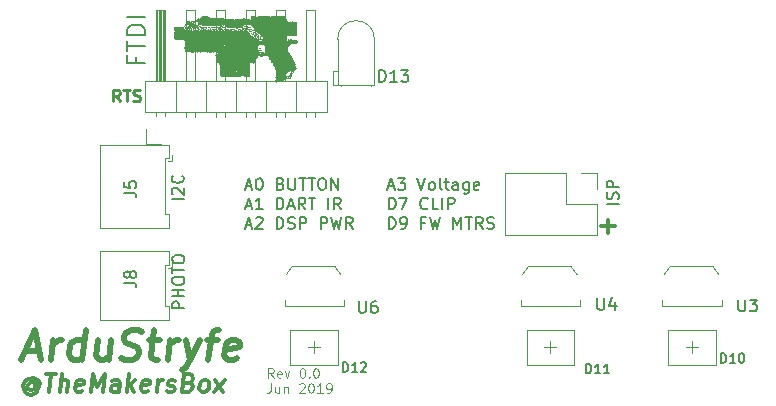
<source format=gto>
G04 #@! TF.FileFunction,Legend,Top*
%FSLAX46Y46*%
G04 Gerber Fmt 4.6, Leading zero omitted, Abs format (unit mm)*
G04 Created by KiCad (PCBNEW 4.0.7) date 06/15/19 11:12:25*
%MOMM*%
%LPD*%
G01*
G04 APERTURE LIST*
%ADD10C,0.100000*%
%ADD11C,0.300000*%
%ADD12C,0.150000*%
%ADD13C,0.250000*%
%ADD14C,0.500000*%
%ADD15C,0.200000*%
%ADD16C,0.120000*%
%ADD17C,0.010000*%
G04 APERTURE END LIST*
D10*
D11*
X87312572Y-104120143D02*
X88455429Y-104120143D01*
X87884000Y-104691571D02*
X87884000Y-103548714D01*
D12*
X69278476Y-100751667D02*
X69754667Y-100751667D01*
X69183238Y-101037381D02*
X69516571Y-100037381D01*
X69849905Y-101037381D01*
X70088000Y-100037381D02*
X70707048Y-100037381D01*
X70373714Y-100418333D01*
X70516572Y-100418333D01*
X70611810Y-100465952D01*
X70659429Y-100513571D01*
X70707048Y-100608810D01*
X70707048Y-100846905D01*
X70659429Y-100942143D01*
X70611810Y-100989762D01*
X70516572Y-101037381D01*
X70230857Y-101037381D01*
X70135619Y-100989762D01*
X70088000Y-100942143D01*
X71754667Y-100037381D02*
X72088000Y-101037381D01*
X72421334Y-100037381D01*
X72897524Y-101037381D02*
X72802286Y-100989762D01*
X72754667Y-100942143D01*
X72707048Y-100846905D01*
X72707048Y-100561190D01*
X72754667Y-100465952D01*
X72802286Y-100418333D01*
X72897524Y-100370714D01*
X73040382Y-100370714D01*
X73135620Y-100418333D01*
X73183239Y-100465952D01*
X73230858Y-100561190D01*
X73230858Y-100846905D01*
X73183239Y-100942143D01*
X73135620Y-100989762D01*
X73040382Y-101037381D01*
X72897524Y-101037381D01*
X73802286Y-101037381D02*
X73707048Y-100989762D01*
X73659429Y-100894524D01*
X73659429Y-100037381D01*
X74040382Y-100370714D02*
X74421334Y-100370714D01*
X74183239Y-100037381D02*
X74183239Y-100894524D01*
X74230858Y-100989762D01*
X74326096Y-101037381D01*
X74421334Y-101037381D01*
X75183240Y-101037381D02*
X75183240Y-100513571D01*
X75135621Y-100418333D01*
X75040383Y-100370714D01*
X74849906Y-100370714D01*
X74754668Y-100418333D01*
X75183240Y-100989762D02*
X75088002Y-101037381D01*
X74849906Y-101037381D01*
X74754668Y-100989762D01*
X74707049Y-100894524D01*
X74707049Y-100799286D01*
X74754668Y-100704048D01*
X74849906Y-100656429D01*
X75088002Y-100656429D01*
X75183240Y-100608810D01*
X76088002Y-100370714D02*
X76088002Y-101180238D01*
X76040383Y-101275476D01*
X75992764Y-101323095D01*
X75897525Y-101370714D01*
X75754668Y-101370714D01*
X75659430Y-101323095D01*
X76088002Y-100989762D02*
X75992764Y-101037381D01*
X75802287Y-101037381D01*
X75707049Y-100989762D01*
X75659430Y-100942143D01*
X75611811Y-100846905D01*
X75611811Y-100561190D01*
X75659430Y-100465952D01*
X75707049Y-100418333D01*
X75802287Y-100370714D01*
X75992764Y-100370714D01*
X76088002Y-100418333D01*
X76945145Y-100989762D02*
X76849907Y-101037381D01*
X76659430Y-101037381D01*
X76564192Y-100989762D01*
X76516573Y-100894524D01*
X76516573Y-100513571D01*
X76564192Y-100418333D01*
X76659430Y-100370714D01*
X76849907Y-100370714D01*
X76945145Y-100418333D01*
X76992764Y-100513571D01*
X76992764Y-100608810D01*
X76516573Y-100704048D01*
X69326095Y-102687381D02*
X69326095Y-101687381D01*
X69564190Y-101687381D01*
X69707048Y-101735000D01*
X69802286Y-101830238D01*
X69849905Y-101925476D01*
X69897524Y-102115952D01*
X69897524Y-102258810D01*
X69849905Y-102449286D01*
X69802286Y-102544524D01*
X69707048Y-102639762D01*
X69564190Y-102687381D01*
X69326095Y-102687381D01*
X70230857Y-101687381D02*
X70897524Y-101687381D01*
X70468952Y-102687381D01*
X72611810Y-102592143D02*
X72564191Y-102639762D01*
X72421334Y-102687381D01*
X72326096Y-102687381D01*
X72183238Y-102639762D01*
X72088000Y-102544524D01*
X72040381Y-102449286D01*
X71992762Y-102258810D01*
X71992762Y-102115952D01*
X72040381Y-101925476D01*
X72088000Y-101830238D01*
X72183238Y-101735000D01*
X72326096Y-101687381D01*
X72421334Y-101687381D01*
X72564191Y-101735000D01*
X72611810Y-101782619D01*
X73516572Y-102687381D02*
X73040381Y-102687381D01*
X73040381Y-101687381D01*
X73849905Y-102687381D02*
X73849905Y-101687381D01*
X74326095Y-102687381D02*
X74326095Y-101687381D01*
X74707048Y-101687381D01*
X74802286Y-101735000D01*
X74849905Y-101782619D01*
X74897524Y-101877857D01*
X74897524Y-102020714D01*
X74849905Y-102115952D01*
X74802286Y-102163571D01*
X74707048Y-102211190D01*
X74326095Y-102211190D01*
X69326095Y-104337381D02*
X69326095Y-103337381D01*
X69564190Y-103337381D01*
X69707048Y-103385000D01*
X69802286Y-103480238D01*
X69849905Y-103575476D01*
X69897524Y-103765952D01*
X69897524Y-103908810D01*
X69849905Y-104099286D01*
X69802286Y-104194524D01*
X69707048Y-104289762D01*
X69564190Y-104337381D01*
X69326095Y-104337381D01*
X70373714Y-104337381D02*
X70564190Y-104337381D01*
X70659429Y-104289762D01*
X70707048Y-104242143D01*
X70802286Y-104099286D01*
X70849905Y-103908810D01*
X70849905Y-103527857D01*
X70802286Y-103432619D01*
X70754667Y-103385000D01*
X70659429Y-103337381D01*
X70468952Y-103337381D01*
X70373714Y-103385000D01*
X70326095Y-103432619D01*
X70278476Y-103527857D01*
X70278476Y-103765952D01*
X70326095Y-103861190D01*
X70373714Y-103908810D01*
X70468952Y-103956429D01*
X70659429Y-103956429D01*
X70754667Y-103908810D01*
X70802286Y-103861190D01*
X70849905Y-103765952D01*
X72373715Y-103813571D02*
X72040381Y-103813571D01*
X72040381Y-104337381D02*
X72040381Y-103337381D01*
X72516572Y-103337381D01*
X72802286Y-103337381D02*
X73040381Y-104337381D01*
X73230858Y-103623095D01*
X73421334Y-104337381D01*
X73659429Y-103337381D01*
X74802286Y-104337381D02*
X74802286Y-103337381D01*
X75135620Y-104051667D01*
X75468953Y-103337381D01*
X75468953Y-104337381D01*
X75802286Y-103337381D02*
X76373715Y-103337381D01*
X76088000Y-104337381D02*
X76088000Y-103337381D01*
X77278477Y-104337381D02*
X76945143Y-103861190D01*
X76707048Y-104337381D02*
X76707048Y-103337381D01*
X77088001Y-103337381D01*
X77183239Y-103385000D01*
X77230858Y-103432619D01*
X77278477Y-103527857D01*
X77278477Y-103670714D01*
X77230858Y-103765952D01*
X77183239Y-103813571D01*
X77088001Y-103861190D01*
X76707048Y-103861190D01*
X77659429Y-104289762D02*
X77802286Y-104337381D01*
X78040382Y-104337381D01*
X78135620Y-104289762D01*
X78183239Y-104242143D01*
X78230858Y-104146905D01*
X78230858Y-104051667D01*
X78183239Y-103956429D01*
X78135620Y-103908810D01*
X78040382Y-103861190D01*
X77849905Y-103813571D01*
X77754667Y-103765952D01*
X77707048Y-103718333D01*
X77659429Y-103623095D01*
X77659429Y-103527857D01*
X77707048Y-103432619D01*
X77754667Y-103385000D01*
X77849905Y-103337381D01*
X78088001Y-103337381D01*
X78230858Y-103385000D01*
X57213476Y-100751667D02*
X57689667Y-100751667D01*
X57118238Y-101037381D02*
X57451571Y-100037381D01*
X57784905Y-101037381D01*
X58308714Y-100037381D02*
X58403953Y-100037381D01*
X58499191Y-100085000D01*
X58546810Y-100132619D01*
X58594429Y-100227857D01*
X58642048Y-100418333D01*
X58642048Y-100656429D01*
X58594429Y-100846905D01*
X58546810Y-100942143D01*
X58499191Y-100989762D01*
X58403953Y-101037381D01*
X58308714Y-101037381D01*
X58213476Y-100989762D01*
X58165857Y-100942143D01*
X58118238Y-100846905D01*
X58070619Y-100656429D01*
X58070619Y-100418333D01*
X58118238Y-100227857D01*
X58165857Y-100132619D01*
X58213476Y-100085000D01*
X58308714Y-100037381D01*
X60165858Y-100513571D02*
X60308715Y-100561190D01*
X60356334Y-100608810D01*
X60403953Y-100704048D01*
X60403953Y-100846905D01*
X60356334Y-100942143D01*
X60308715Y-100989762D01*
X60213477Y-101037381D01*
X59832524Y-101037381D01*
X59832524Y-100037381D01*
X60165858Y-100037381D01*
X60261096Y-100085000D01*
X60308715Y-100132619D01*
X60356334Y-100227857D01*
X60356334Y-100323095D01*
X60308715Y-100418333D01*
X60261096Y-100465952D01*
X60165858Y-100513571D01*
X59832524Y-100513571D01*
X60832524Y-100037381D02*
X60832524Y-100846905D01*
X60880143Y-100942143D01*
X60927762Y-100989762D01*
X61023000Y-101037381D01*
X61213477Y-101037381D01*
X61308715Y-100989762D01*
X61356334Y-100942143D01*
X61403953Y-100846905D01*
X61403953Y-100037381D01*
X61737286Y-100037381D02*
X62308715Y-100037381D01*
X62023000Y-101037381D02*
X62023000Y-100037381D01*
X62499191Y-100037381D02*
X63070620Y-100037381D01*
X62784905Y-101037381D02*
X62784905Y-100037381D01*
X63594429Y-100037381D02*
X63784906Y-100037381D01*
X63880144Y-100085000D01*
X63975382Y-100180238D01*
X64023001Y-100370714D01*
X64023001Y-100704048D01*
X63975382Y-100894524D01*
X63880144Y-100989762D01*
X63784906Y-101037381D01*
X63594429Y-101037381D01*
X63499191Y-100989762D01*
X63403953Y-100894524D01*
X63356334Y-100704048D01*
X63356334Y-100370714D01*
X63403953Y-100180238D01*
X63499191Y-100085000D01*
X63594429Y-100037381D01*
X64451572Y-101037381D02*
X64451572Y-100037381D01*
X65023001Y-101037381D01*
X65023001Y-100037381D01*
X57213476Y-102401667D02*
X57689667Y-102401667D01*
X57118238Y-102687381D02*
X57451571Y-101687381D01*
X57784905Y-102687381D01*
X58642048Y-102687381D02*
X58070619Y-102687381D01*
X58356333Y-102687381D02*
X58356333Y-101687381D01*
X58261095Y-101830238D01*
X58165857Y-101925476D01*
X58070619Y-101973095D01*
X59832524Y-102687381D02*
X59832524Y-101687381D01*
X60070619Y-101687381D01*
X60213477Y-101735000D01*
X60308715Y-101830238D01*
X60356334Y-101925476D01*
X60403953Y-102115952D01*
X60403953Y-102258810D01*
X60356334Y-102449286D01*
X60308715Y-102544524D01*
X60213477Y-102639762D01*
X60070619Y-102687381D01*
X59832524Y-102687381D01*
X60784905Y-102401667D02*
X61261096Y-102401667D01*
X60689667Y-102687381D02*
X61023000Y-101687381D01*
X61356334Y-102687381D01*
X62261096Y-102687381D02*
X61927762Y-102211190D01*
X61689667Y-102687381D02*
X61689667Y-101687381D01*
X62070620Y-101687381D01*
X62165858Y-101735000D01*
X62213477Y-101782619D01*
X62261096Y-101877857D01*
X62261096Y-102020714D01*
X62213477Y-102115952D01*
X62165858Y-102163571D01*
X62070620Y-102211190D01*
X61689667Y-102211190D01*
X62546810Y-101687381D02*
X63118239Y-101687381D01*
X62832524Y-102687381D02*
X62832524Y-101687381D01*
X64213477Y-102687381D02*
X64213477Y-101687381D01*
X65261096Y-102687381D02*
X64927762Y-102211190D01*
X64689667Y-102687381D02*
X64689667Y-101687381D01*
X65070620Y-101687381D01*
X65165858Y-101735000D01*
X65213477Y-101782619D01*
X65261096Y-101877857D01*
X65261096Y-102020714D01*
X65213477Y-102115952D01*
X65165858Y-102163571D01*
X65070620Y-102211190D01*
X64689667Y-102211190D01*
X57213476Y-104051667D02*
X57689667Y-104051667D01*
X57118238Y-104337381D02*
X57451571Y-103337381D01*
X57784905Y-104337381D01*
X58070619Y-103432619D02*
X58118238Y-103385000D01*
X58213476Y-103337381D01*
X58451572Y-103337381D01*
X58546810Y-103385000D01*
X58594429Y-103432619D01*
X58642048Y-103527857D01*
X58642048Y-103623095D01*
X58594429Y-103765952D01*
X58023000Y-104337381D01*
X58642048Y-104337381D01*
X59832524Y-104337381D02*
X59832524Y-103337381D01*
X60070619Y-103337381D01*
X60213477Y-103385000D01*
X60308715Y-103480238D01*
X60356334Y-103575476D01*
X60403953Y-103765952D01*
X60403953Y-103908810D01*
X60356334Y-104099286D01*
X60308715Y-104194524D01*
X60213477Y-104289762D01*
X60070619Y-104337381D01*
X59832524Y-104337381D01*
X60784905Y-104289762D02*
X60927762Y-104337381D01*
X61165858Y-104337381D01*
X61261096Y-104289762D01*
X61308715Y-104242143D01*
X61356334Y-104146905D01*
X61356334Y-104051667D01*
X61308715Y-103956429D01*
X61261096Y-103908810D01*
X61165858Y-103861190D01*
X60975381Y-103813571D01*
X60880143Y-103765952D01*
X60832524Y-103718333D01*
X60784905Y-103623095D01*
X60784905Y-103527857D01*
X60832524Y-103432619D01*
X60880143Y-103385000D01*
X60975381Y-103337381D01*
X61213477Y-103337381D01*
X61356334Y-103385000D01*
X61784905Y-104337381D02*
X61784905Y-103337381D01*
X62165858Y-103337381D01*
X62261096Y-103385000D01*
X62308715Y-103432619D01*
X62356334Y-103527857D01*
X62356334Y-103670714D01*
X62308715Y-103765952D01*
X62261096Y-103813571D01*
X62165858Y-103861190D01*
X61784905Y-103861190D01*
X63546810Y-104337381D02*
X63546810Y-103337381D01*
X63927763Y-103337381D01*
X64023001Y-103385000D01*
X64070620Y-103432619D01*
X64118239Y-103527857D01*
X64118239Y-103670714D01*
X64070620Y-103765952D01*
X64023001Y-103813571D01*
X63927763Y-103861190D01*
X63546810Y-103861190D01*
X64451572Y-103337381D02*
X64689667Y-104337381D01*
X64880144Y-103623095D01*
X65070620Y-104337381D01*
X65308715Y-103337381D01*
X66261096Y-104337381D02*
X65927762Y-103861190D01*
X65689667Y-104337381D02*
X65689667Y-103337381D01*
X66070620Y-103337381D01*
X66165858Y-103385000D01*
X66213477Y-103432619D01*
X66261096Y-103527857D01*
X66261096Y-103670714D01*
X66213477Y-103765952D01*
X66165858Y-103813571D01*
X66070620Y-103861190D01*
X65689667Y-103861190D01*
D13*
X46569381Y-93543381D02*
X46236047Y-93067190D01*
X45997952Y-93543381D02*
X45997952Y-92543381D01*
X46378905Y-92543381D01*
X46474143Y-92591000D01*
X46521762Y-92638619D01*
X46569381Y-92733857D01*
X46569381Y-92876714D01*
X46521762Y-92971952D01*
X46474143Y-93019571D01*
X46378905Y-93067190D01*
X45997952Y-93067190D01*
X46855095Y-92543381D02*
X47426524Y-92543381D01*
X47140809Y-93543381D02*
X47140809Y-92543381D01*
X47712238Y-93495762D02*
X47855095Y-93543381D01*
X48093191Y-93543381D01*
X48188429Y-93495762D01*
X48236048Y-93448143D01*
X48283667Y-93352905D01*
X48283667Y-93257667D01*
X48236048Y-93162429D01*
X48188429Y-93114810D01*
X48093191Y-93067190D01*
X47902714Y-93019571D01*
X47807476Y-92971952D01*
X47759857Y-92924333D01*
X47712238Y-92829095D01*
X47712238Y-92733857D01*
X47759857Y-92638619D01*
X47807476Y-92591000D01*
X47902714Y-92543381D01*
X48140810Y-92543381D01*
X48283667Y-92591000D01*
D14*
X38553357Y-114716667D02*
X39743834Y-114716667D01*
X38225976Y-115430952D02*
X39371810Y-112930952D01*
X39892643Y-115430952D01*
X40725976Y-115430952D02*
X40934309Y-113764286D01*
X40874786Y-114240476D02*
X41023595Y-114002381D01*
X41157523Y-113883333D01*
X41410500Y-113764286D01*
X41648595Y-113764286D01*
X43345024Y-115430952D02*
X43657524Y-112930952D01*
X43359905Y-115311905D02*
X43106928Y-115430952D01*
X42630738Y-115430952D01*
X42407524Y-115311905D01*
X42303357Y-115192857D01*
X42214071Y-114954762D01*
X42303357Y-114240476D01*
X42452166Y-114002381D01*
X42586095Y-113883333D01*
X42839071Y-113764286D01*
X43315261Y-113764286D01*
X43538476Y-113883333D01*
X45815262Y-113764286D02*
X45606929Y-115430952D01*
X44743833Y-113764286D02*
X44580143Y-115073810D01*
X44669429Y-115311905D01*
X44892643Y-115430952D01*
X45249786Y-115430952D01*
X45502762Y-115311905D01*
X45636691Y-115192857D01*
X46693238Y-115311905D02*
X47035500Y-115430952D01*
X47630738Y-115430952D01*
X47883715Y-115311905D01*
X48017643Y-115192857D01*
X48166453Y-114954762D01*
X48196215Y-114716667D01*
X48106929Y-114478571D01*
X48002763Y-114359524D01*
X47779548Y-114240476D01*
X47318238Y-114121429D01*
X47095024Y-114002381D01*
X46990857Y-113883333D01*
X46901571Y-113645238D01*
X46931333Y-113407143D01*
X47080143Y-113169048D01*
X47214072Y-113050000D01*
X47467048Y-112930952D01*
X48062286Y-112930952D01*
X48404548Y-113050000D01*
X49029547Y-113764286D02*
X49981928Y-113764286D01*
X49490857Y-112930952D02*
X49223000Y-115073810D01*
X49312286Y-115311905D01*
X49535500Y-115430952D01*
X49773595Y-115430952D01*
X50606928Y-115430952D02*
X50815261Y-113764286D01*
X50755738Y-114240476D02*
X50904547Y-114002381D01*
X51038475Y-113883333D01*
X51291452Y-113764286D01*
X51529547Y-113764286D01*
X52124785Y-113764286D02*
X52511690Y-115430952D01*
X53315261Y-113764286D02*
X52511690Y-115430952D01*
X52199190Y-116026190D01*
X52065261Y-116145238D01*
X51812285Y-116264286D01*
X53910499Y-113764286D02*
X54862880Y-113764286D01*
X54059309Y-115430952D02*
X54327166Y-113288095D01*
X54475976Y-113050000D01*
X54728952Y-112930952D01*
X54967047Y-112930952D01*
X56455142Y-115311905D02*
X56202166Y-115430952D01*
X55725975Y-115430952D01*
X55502761Y-115311905D01*
X55413475Y-115073810D01*
X55532522Y-114121429D01*
X55681332Y-113883333D01*
X55934308Y-113764286D01*
X56410499Y-113764286D01*
X56633713Y-113883333D01*
X56722999Y-114121429D01*
X56693238Y-114359524D01*
X55472999Y-114597619D01*
D12*
X65449571Y-116439905D02*
X65449571Y-115639905D01*
X65640047Y-115639905D01*
X65754333Y-115678000D01*
X65830524Y-115754190D01*
X65868619Y-115830381D01*
X65906714Y-115982762D01*
X65906714Y-116097048D01*
X65868619Y-116249429D01*
X65830524Y-116325619D01*
X65754333Y-116401810D01*
X65640047Y-116439905D01*
X65449571Y-116439905D01*
X66668619Y-116439905D02*
X66211476Y-116439905D01*
X66440047Y-116439905D02*
X66440047Y-115639905D01*
X66363857Y-115754190D01*
X66287666Y-115830381D01*
X66211476Y-115868476D01*
X66973381Y-115716095D02*
X67011476Y-115678000D01*
X67087667Y-115639905D01*
X67278143Y-115639905D01*
X67354333Y-115678000D01*
X67392429Y-115716095D01*
X67430524Y-115792286D01*
X67430524Y-115868476D01*
X67392429Y-115982762D01*
X66935286Y-116439905D01*
X67430524Y-116439905D01*
X86023571Y-116566905D02*
X86023571Y-115766905D01*
X86214047Y-115766905D01*
X86328333Y-115805000D01*
X86404524Y-115881190D01*
X86442619Y-115957381D01*
X86480714Y-116109762D01*
X86480714Y-116224048D01*
X86442619Y-116376429D01*
X86404524Y-116452619D01*
X86328333Y-116528810D01*
X86214047Y-116566905D01*
X86023571Y-116566905D01*
X87242619Y-116566905D02*
X86785476Y-116566905D01*
X87014047Y-116566905D02*
X87014047Y-115766905D01*
X86937857Y-115881190D01*
X86861666Y-115957381D01*
X86785476Y-115995476D01*
X88004524Y-116566905D02*
X87547381Y-116566905D01*
X87775952Y-116566905D02*
X87775952Y-115766905D01*
X87699762Y-115881190D01*
X87623571Y-115957381D01*
X87547381Y-115995476D01*
X97453571Y-115677905D02*
X97453571Y-114877905D01*
X97644047Y-114877905D01*
X97758333Y-114916000D01*
X97834524Y-114992190D01*
X97872619Y-115068381D01*
X97910714Y-115220762D01*
X97910714Y-115335048D01*
X97872619Y-115487429D01*
X97834524Y-115563619D01*
X97758333Y-115639810D01*
X97644047Y-115677905D01*
X97453571Y-115677905D01*
X98672619Y-115677905D02*
X98215476Y-115677905D01*
X98444047Y-115677905D02*
X98444047Y-114877905D01*
X98367857Y-114992190D01*
X98291666Y-115068381D01*
X98215476Y-115106476D01*
X99167857Y-114877905D02*
X99244048Y-114877905D01*
X99320238Y-114916000D01*
X99358333Y-114954095D01*
X99396429Y-115030286D01*
X99434524Y-115182667D01*
X99434524Y-115373143D01*
X99396429Y-115525524D01*
X99358333Y-115601714D01*
X99320238Y-115639810D01*
X99244048Y-115677905D01*
X99167857Y-115677905D01*
X99091667Y-115639810D01*
X99053571Y-115601714D01*
X99015476Y-115525524D01*
X98977381Y-115373143D01*
X98977381Y-115182667D01*
X99015476Y-115030286D01*
X99053571Y-114954095D01*
X99091667Y-114916000D01*
X99167857Y-114877905D01*
D15*
X47890857Y-89829285D02*
X47890857Y-90329285D01*
X48676571Y-90329285D02*
X47176571Y-90329285D01*
X47176571Y-89614999D01*
X47176571Y-89257857D02*
X47176571Y-88400714D01*
X48676571Y-88829285D02*
X47176571Y-88829285D01*
X48676571Y-87900714D02*
X47176571Y-87900714D01*
X47176571Y-87543571D01*
X47248000Y-87329286D01*
X47390857Y-87186428D01*
X47533714Y-87115000D01*
X47819429Y-87043571D01*
X48033714Y-87043571D01*
X48319429Y-87115000D01*
X48462286Y-87186428D01*
X48605143Y-87329286D01*
X48676571Y-87543571D01*
X48676571Y-87900714D01*
X48676571Y-86400714D02*
X47176571Y-86400714D01*
D11*
X39403178Y-117439286D02*
X39340679Y-117367857D01*
X39206750Y-117296429D01*
X39063892Y-117296429D01*
X38912107Y-117367857D01*
X38831750Y-117439286D01*
X38742464Y-117582143D01*
X38724607Y-117725000D01*
X38778179Y-117867857D01*
X38840678Y-117939286D01*
X38974607Y-118010714D01*
X39117465Y-118010714D01*
X39269250Y-117939286D01*
X39349607Y-117867857D01*
X39421035Y-117296429D02*
X39349607Y-117867857D01*
X39412107Y-117939286D01*
X39483535Y-117939286D01*
X39635322Y-117867857D01*
X39724607Y-117725000D01*
X39769250Y-117367857D01*
X39653179Y-117153571D01*
X39456750Y-117010714D01*
X39179964Y-116939286D01*
X38885322Y-117010714D01*
X38653179Y-117153571D01*
X38483536Y-117367857D01*
X38376393Y-117653571D01*
X38412107Y-117939286D01*
X38528179Y-118153571D01*
X38724607Y-118296429D01*
X39001393Y-118367857D01*
X39296035Y-118296429D01*
X39528179Y-118153571D01*
X40287107Y-116653571D02*
X41144250Y-116653571D01*
X40528179Y-118153571D02*
X40715679Y-116653571D01*
X41456750Y-118153571D02*
X41644250Y-116653571D01*
X42099607Y-118153571D02*
X42197821Y-117367857D01*
X42144249Y-117225000D01*
X42010321Y-117153571D01*
X41796036Y-117153571D01*
X41644249Y-117225000D01*
X41563892Y-117296429D01*
X43394249Y-118082143D02*
X43242464Y-118153571D01*
X42956750Y-118153571D01*
X42822821Y-118082143D01*
X42769249Y-117939286D01*
X42840678Y-117367857D01*
X42929964Y-117225000D01*
X43081750Y-117153571D01*
X43367464Y-117153571D01*
X43501392Y-117225000D01*
X43554964Y-117367857D01*
X43537107Y-117510714D01*
X42804964Y-117653571D01*
X44099607Y-118153571D02*
X44287107Y-116653571D01*
X44653178Y-117725000D01*
X45287107Y-116653571D01*
X45099607Y-118153571D01*
X46456750Y-118153571D02*
X46554964Y-117367857D01*
X46501392Y-117225000D01*
X46367464Y-117153571D01*
X46081750Y-117153571D01*
X45929964Y-117225000D01*
X46465678Y-118082143D02*
X46313893Y-118153571D01*
X45956750Y-118153571D01*
X45822821Y-118082143D01*
X45769249Y-117939286D01*
X45787106Y-117796429D01*
X45876393Y-117653571D01*
X46028178Y-117582143D01*
X46385321Y-117582143D01*
X46537107Y-117510714D01*
X47171036Y-118153571D02*
X47358536Y-116653571D01*
X47385321Y-117582143D02*
X47742464Y-118153571D01*
X47867464Y-117153571D02*
X47224607Y-117725000D01*
X48965678Y-118082143D02*
X48813893Y-118153571D01*
X48528179Y-118153571D01*
X48394250Y-118082143D01*
X48340678Y-117939286D01*
X48412107Y-117367857D01*
X48501393Y-117225000D01*
X48653179Y-117153571D01*
X48938893Y-117153571D01*
X49072821Y-117225000D01*
X49126393Y-117367857D01*
X49108536Y-117510714D01*
X48376393Y-117653571D01*
X49671036Y-118153571D02*
X49796036Y-117153571D01*
X49760321Y-117439286D02*
X49849606Y-117296429D01*
X49929964Y-117225000D01*
X50081750Y-117153571D01*
X50224607Y-117153571D01*
X50537106Y-118082143D02*
X50671035Y-118153571D01*
X50956750Y-118153571D01*
X51108535Y-118082143D01*
X51197820Y-117939286D01*
X51206749Y-117867857D01*
X51153178Y-117725000D01*
X51019250Y-117653571D01*
X50804964Y-117653571D01*
X50671035Y-117582143D01*
X50617463Y-117439286D01*
X50626392Y-117367857D01*
X50715678Y-117225000D01*
X50867464Y-117153571D01*
X51081750Y-117153571D01*
X51215678Y-117225000D01*
X52412107Y-117367857D02*
X52617464Y-117439286D01*
X52679964Y-117510714D01*
X52733536Y-117653571D01*
X52706750Y-117867857D01*
X52617464Y-118010714D01*
X52537107Y-118082143D01*
X52385321Y-118153571D01*
X51813893Y-118153571D01*
X52001393Y-116653571D01*
X52501393Y-116653571D01*
X52635321Y-116725000D01*
X52697821Y-116796429D01*
X52751392Y-116939286D01*
X52733535Y-117082143D01*
X52644250Y-117225000D01*
X52563892Y-117296429D01*
X52412107Y-117367857D01*
X51912107Y-117367857D01*
X53528179Y-118153571D02*
X53394249Y-118082143D01*
X53331750Y-118010714D01*
X53278178Y-117867857D01*
X53331749Y-117439286D01*
X53421035Y-117296429D01*
X53501392Y-117225000D01*
X53653179Y-117153571D01*
X53867464Y-117153571D01*
X54001392Y-117225000D01*
X54063892Y-117296429D01*
X54117464Y-117439286D01*
X54063893Y-117867857D01*
X53974607Y-118010714D01*
X53894249Y-118082143D01*
X53742464Y-118153571D01*
X53528179Y-118153571D01*
X54528179Y-118153571D02*
X55438893Y-117153571D01*
X54653179Y-117153571D02*
X55313893Y-118153571D01*
D10*
X59575619Y-116932905D02*
X59308952Y-116551952D01*
X59118476Y-116932905D02*
X59118476Y-116132905D01*
X59423238Y-116132905D01*
X59499429Y-116171000D01*
X59537524Y-116209095D01*
X59575619Y-116285286D01*
X59575619Y-116399571D01*
X59537524Y-116475762D01*
X59499429Y-116513857D01*
X59423238Y-116551952D01*
X59118476Y-116551952D01*
X60223238Y-116894810D02*
X60147048Y-116932905D01*
X59994667Y-116932905D01*
X59918476Y-116894810D01*
X59880381Y-116818619D01*
X59880381Y-116513857D01*
X59918476Y-116437667D01*
X59994667Y-116399571D01*
X60147048Y-116399571D01*
X60223238Y-116437667D01*
X60261333Y-116513857D01*
X60261333Y-116590048D01*
X59880381Y-116666238D01*
X60528000Y-116399571D02*
X60718476Y-116932905D01*
X60908952Y-116399571D01*
X61975619Y-116132905D02*
X62051810Y-116132905D01*
X62128000Y-116171000D01*
X62166095Y-116209095D01*
X62204191Y-116285286D01*
X62242286Y-116437667D01*
X62242286Y-116628143D01*
X62204191Y-116780524D01*
X62166095Y-116856714D01*
X62128000Y-116894810D01*
X62051810Y-116932905D01*
X61975619Y-116932905D01*
X61899429Y-116894810D01*
X61861333Y-116856714D01*
X61823238Y-116780524D01*
X61785143Y-116628143D01*
X61785143Y-116437667D01*
X61823238Y-116285286D01*
X61861333Y-116209095D01*
X61899429Y-116171000D01*
X61975619Y-116132905D01*
X62585143Y-116856714D02*
X62623238Y-116894810D01*
X62585143Y-116932905D01*
X62547048Y-116894810D01*
X62585143Y-116856714D01*
X62585143Y-116932905D01*
X63118476Y-116132905D02*
X63194667Y-116132905D01*
X63270857Y-116171000D01*
X63308952Y-116209095D01*
X63347048Y-116285286D01*
X63385143Y-116437667D01*
X63385143Y-116628143D01*
X63347048Y-116780524D01*
X63308952Y-116856714D01*
X63270857Y-116894810D01*
X63194667Y-116932905D01*
X63118476Y-116932905D01*
X63042286Y-116894810D01*
X63004190Y-116856714D01*
X62966095Y-116780524D01*
X62928000Y-116628143D01*
X62928000Y-116437667D01*
X62966095Y-116285286D01*
X63004190Y-116209095D01*
X63042286Y-116171000D01*
X63118476Y-116132905D01*
X59347048Y-117432905D02*
X59347048Y-118004333D01*
X59308952Y-118118619D01*
X59232762Y-118194810D01*
X59118476Y-118232905D01*
X59042286Y-118232905D01*
X60070857Y-117699571D02*
X60070857Y-118232905D01*
X59728000Y-117699571D02*
X59728000Y-118118619D01*
X59766095Y-118194810D01*
X59842286Y-118232905D01*
X59956572Y-118232905D01*
X60032762Y-118194810D01*
X60070857Y-118156714D01*
X60451810Y-117699571D02*
X60451810Y-118232905D01*
X60451810Y-117775762D02*
X60489905Y-117737667D01*
X60566096Y-117699571D01*
X60680382Y-117699571D01*
X60756572Y-117737667D01*
X60794667Y-117813857D01*
X60794667Y-118232905D01*
X61747049Y-117509095D02*
X61785144Y-117471000D01*
X61861335Y-117432905D01*
X62051811Y-117432905D01*
X62128001Y-117471000D01*
X62166097Y-117509095D01*
X62204192Y-117585286D01*
X62204192Y-117661476D01*
X62166097Y-117775762D01*
X61708954Y-118232905D01*
X62204192Y-118232905D01*
X62699430Y-117432905D02*
X62775621Y-117432905D01*
X62851811Y-117471000D01*
X62889906Y-117509095D01*
X62928002Y-117585286D01*
X62966097Y-117737667D01*
X62966097Y-117928143D01*
X62928002Y-118080524D01*
X62889906Y-118156714D01*
X62851811Y-118194810D01*
X62775621Y-118232905D01*
X62699430Y-118232905D01*
X62623240Y-118194810D01*
X62585144Y-118156714D01*
X62547049Y-118080524D01*
X62508954Y-117928143D01*
X62508954Y-117737667D01*
X62547049Y-117585286D01*
X62585144Y-117509095D01*
X62623240Y-117471000D01*
X62699430Y-117432905D01*
X63728002Y-118232905D02*
X63270859Y-118232905D01*
X63499430Y-118232905D02*
X63499430Y-117432905D01*
X63423240Y-117547190D01*
X63347049Y-117623381D01*
X63270859Y-117661476D01*
X64108954Y-118232905D02*
X64261335Y-118232905D01*
X64337526Y-118194810D01*
X64375621Y-118156714D01*
X64451812Y-118042429D01*
X64489907Y-117890048D01*
X64489907Y-117585286D01*
X64451812Y-117509095D01*
X64413716Y-117471000D01*
X64337526Y-117432905D01*
X64185145Y-117432905D01*
X64108954Y-117471000D01*
X64070859Y-117509095D01*
X64032764Y-117585286D01*
X64032764Y-117775762D01*
X64070859Y-117851952D01*
X64108954Y-117890048D01*
X64185145Y-117928143D01*
X64337526Y-117928143D01*
X64413716Y-117890048D01*
X64451812Y-117851952D01*
X64489907Y-117775762D01*
X96998000Y-115865000D02*
X92998000Y-115865000D01*
X92998000Y-115865000D02*
X92998000Y-112865000D01*
X92998000Y-112865000D02*
X96998000Y-112865000D01*
X96998000Y-112865000D02*
X96998000Y-115865000D01*
X94998000Y-114865000D02*
X94998000Y-113865000D01*
X95498000Y-114365000D02*
X94498000Y-114365000D01*
X97498000Y-110365000D02*
X97498000Y-110865000D01*
X97498000Y-110865000D02*
X92498000Y-110865000D01*
X92498000Y-110865000D02*
X92498000Y-110365000D01*
D16*
X96758000Y-107515000D02*
X93158000Y-107515000D01*
X97282184Y-108242205D02*
G75*
G03X96758000Y-107515000I-2324184J-1122795D01*
G01*
X92633816Y-108242205D02*
G75*
G02X93158000Y-107515000I2324184J-1122795D01*
G01*
X64988000Y-88275000D02*
G75*
G02X68108000Y-88275000I1560000J0D01*
G01*
X68108000Y-92135000D02*
X68108000Y-88275000D01*
X64988000Y-92135000D02*
X64988000Y-88275000D01*
X68108000Y-92135000D02*
X64988000Y-92135000D01*
X64588000Y-92135000D02*
X64588000Y-91015000D01*
X64588000Y-91015000D02*
X64988000Y-91015000D01*
X64988000Y-91015000D02*
X64988000Y-92135000D01*
X64988000Y-92135000D02*
X64588000Y-92135000D01*
X67818000Y-92265000D02*
X67818000Y-92135000D01*
X67818000Y-92135000D02*
X67818000Y-92135000D01*
X67818000Y-92135000D02*
X67818000Y-92265000D01*
X67818000Y-92265000D02*
X67818000Y-92265000D01*
X65278000Y-92265000D02*
X65278000Y-92135000D01*
X65278000Y-92135000D02*
X65278000Y-92135000D01*
X65278000Y-92135000D02*
X65278000Y-92265000D01*
X65278000Y-92265000D02*
X65278000Y-92265000D01*
X50648000Y-98615000D02*
X50948000Y-98615000D01*
X50948000Y-98615000D02*
X50948000Y-98115000D01*
X50398000Y-100740000D02*
X50398000Y-98365000D01*
X50398000Y-98365000D02*
X50698000Y-98365000D01*
X50698000Y-98365000D02*
X50698000Y-97215000D01*
X50698000Y-97215000D02*
X44898000Y-97215000D01*
X44898000Y-97215000D02*
X44898000Y-100740000D01*
X50398000Y-100740000D02*
X50398000Y-103115000D01*
X50398000Y-103115000D02*
X50698000Y-103115000D01*
X50698000Y-103115000D02*
X50698000Y-104265000D01*
X50698000Y-104265000D02*
X44898000Y-104265000D01*
X44898000Y-104265000D02*
X44898000Y-100740000D01*
D10*
X84998000Y-115865000D02*
X80998000Y-115865000D01*
X80998000Y-115865000D02*
X80998000Y-112865000D01*
X80998000Y-112865000D02*
X84998000Y-112865000D01*
X84998000Y-112865000D02*
X84998000Y-115865000D01*
X82998000Y-114865000D02*
X82998000Y-113865000D01*
X83498000Y-114365000D02*
X82498000Y-114365000D01*
X85498000Y-110365000D02*
X85498000Y-110865000D01*
X85498000Y-110865000D02*
X80498000Y-110865000D01*
X80498000Y-110865000D02*
X80498000Y-110365000D01*
D16*
X84758000Y-107515000D02*
X81158000Y-107515000D01*
X85282184Y-108242205D02*
G75*
G03X84758000Y-107515000I-2324184J-1122795D01*
G01*
X80633816Y-108242205D02*
G75*
G02X81158000Y-107515000I2324184J-1122795D01*
G01*
D10*
X64998000Y-115865000D02*
X60998000Y-115865000D01*
X60998000Y-115865000D02*
X60998000Y-112865000D01*
X60998000Y-112865000D02*
X64998000Y-112865000D01*
X64998000Y-112865000D02*
X64998000Y-115865000D01*
X62998000Y-114865000D02*
X62998000Y-113865000D01*
X63498000Y-114365000D02*
X62498000Y-114365000D01*
X65498000Y-110365000D02*
X65498000Y-110865000D01*
X65498000Y-110865000D02*
X60498000Y-110865000D01*
X60498000Y-110865000D02*
X60498000Y-110365000D01*
D16*
X64758000Y-107515000D02*
X61158000Y-107515000D01*
X65282184Y-108242205D02*
G75*
G03X64758000Y-107515000I-2324184J-1122795D01*
G01*
X60633816Y-108242205D02*
G75*
G02X61158000Y-107515000I2324184J-1122795D01*
G01*
X48708000Y-94445000D02*
X64068000Y-94445000D01*
X64068000Y-94445000D02*
X64068000Y-91785000D01*
X64068000Y-91785000D02*
X48708000Y-91785000D01*
X48708000Y-91785000D02*
X48708000Y-94445000D01*
X49658000Y-91785000D02*
X49658000Y-85785000D01*
X49658000Y-85785000D02*
X50418000Y-85785000D01*
X50418000Y-85785000D02*
X50418000Y-91785000D01*
X49718000Y-91785000D02*
X49718000Y-85785000D01*
X49838000Y-91785000D02*
X49838000Y-85785000D01*
X49958000Y-91785000D02*
X49958000Y-85785000D01*
X50078000Y-91785000D02*
X50078000Y-85785000D01*
X50198000Y-91785000D02*
X50198000Y-85785000D01*
X50318000Y-91785000D02*
X50318000Y-85785000D01*
X49658000Y-94775000D02*
X49658000Y-94445000D01*
X50418000Y-94775000D02*
X50418000Y-94445000D01*
X51308000Y-94445000D02*
X51308000Y-91785000D01*
X52198000Y-91785000D02*
X52198000Y-85785000D01*
X52198000Y-85785000D02*
X52958000Y-85785000D01*
X52958000Y-85785000D02*
X52958000Y-91785000D01*
X52198000Y-94842071D02*
X52198000Y-94445000D01*
X52958000Y-94842071D02*
X52958000Y-94445000D01*
X53848000Y-94445000D02*
X53848000Y-91785000D01*
X54738000Y-91785000D02*
X54738000Y-85785000D01*
X54738000Y-85785000D02*
X55498000Y-85785000D01*
X55498000Y-85785000D02*
X55498000Y-91785000D01*
X54738000Y-94842071D02*
X54738000Y-94445000D01*
X55498000Y-94842071D02*
X55498000Y-94445000D01*
X56388000Y-94445000D02*
X56388000Y-91785000D01*
X57278000Y-91785000D02*
X57278000Y-85785000D01*
X57278000Y-85785000D02*
X58038000Y-85785000D01*
X58038000Y-85785000D02*
X58038000Y-91785000D01*
X57278000Y-94842071D02*
X57278000Y-94445000D01*
X58038000Y-94842071D02*
X58038000Y-94445000D01*
X58928000Y-94445000D02*
X58928000Y-91785000D01*
X59818000Y-91785000D02*
X59818000Y-85785000D01*
X59818000Y-85785000D02*
X60578000Y-85785000D01*
X60578000Y-85785000D02*
X60578000Y-91785000D01*
X59818000Y-94842071D02*
X59818000Y-94445000D01*
X60578000Y-94842071D02*
X60578000Y-94445000D01*
X61468000Y-94445000D02*
X61468000Y-91785000D01*
X62358000Y-91785000D02*
X62358000Y-85785000D01*
X62358000Y-85785000D02*
X63118000Y-85785000D01*
X63118000Y-85785000D02*
X63118000Y-91785000D01*
X62358000Y-94842071D02*
X62358000Y-94445000D01*
X63118000Y-94842071D02*
X63118000Y-94445000D01*
X50038000Y-97155000D02*
X48768000Y-97155000D01*
X48768000Y-97155000D02*
X48768000Y-95885000D01*
X50648000Y-107615000D02*
X50948000Y-107615000D01*
X50948000Y-107615000D02*
X50948000Y-107115000D01*
X50398000Y-109115000D02*
X50398000Y-107365000D01*
X50398000Y-107365000D02*
X50698000Y-107365000D01*
X50698000Y-107365000D02*
X50698000Y-106215000D01*
X50698000Y-106215000D02*
X44898000Y-106215000D01*
X44898000Y-106215000D02*
X44898000Y-109115000D01*
X50398000Y-109115000D02*
X50398000Y-110865000D01*
X50398000Y-110865000D02*
X50698000Y-110865000D01*
X50698000Y-110865000D02*
X50698000Y-112015000D01*
X50698000Y-112015000D02*
X44898000Y-112015000D01*
X44898000Y-112015000D02*
X44898000Y-109115000D01*
D17*
G36*
X59096300Y-86297458D02*
X59096587Y-86347897D01*
X59108837Y-86359634D01*
X59142709Y-86353549D01*
X59147167Y-86334927D01*
X59162201Y-86328995D01*
X59197087Y-86377041D01*
X59202754Y-86387214D01*
X59248212Y-86457697D01*
X59280447Y-86486517D01*
X59288156Y-86466836D01*
X59277735Y-86432572D01*
X59276981Y-86385848D01*
X59291996Y-86378143D01*
X59323526Y-86407396D01*
X59327143Y-86430430D01*
X59351794Y-86493869D01*
X59367316Y-86507545D01*
X59392881Y-86504973D01*
X59386287Y-86464330D01*
X59383222Y-86382663D01*
X59396576Y-86346134D01*
X59424808Y-86322655D01*
X59449401Y-86363871D01*
X59454143Y-86378143D01*
X59479519Y-86431014D01*
X59506411Y-86417570D01*
X59510623Y-86411109D01*
X59517903Y-86355192D01*
X59502782Y-86338279D01*
X59504991Y-86321659D01*
X59563721Y-86314644D01*
X59564653Y-86314643D01*
X59626672Y-86320333D01*
X59620571Y-86338967D01*
X59611418Y-86344499D01*
X59585876Y-86366649D01*
X59571657Y-86407488D01*
X59567486Y-86481698D01*
X59572087Y-86603962D01*
X59579162Y-86715927D01*
X59603333Y-86730200D01*
X59612756Y-86725745D01*
X59629048Y-86680346D01*
X59630713Y-86593212D01*
X59618937Y-86493434D01*
X59600428Y-86423500D01*
X59605134Y-86382564D01*
X59618567Y-86378143D01*
X59644371Y-86409377D01*
X59653714Y-86474905D01*
X59660111Y-86542457D01*
X59674457Y-86548599D01*
X59689487Y-86502881D01*
X59692922Y-86467668D01*
X59745944Y-86467668D01*
X59781349Y-86539619D01*
X59797388Y-86567075D01*
X59842587Y-86652294D01*
X59849115Y-86701612D01*
X59819885Y-86738601D01*
X59818721Y-86739572D01*
X59788850Y-86776010D01*
X59791587Y-86825336D01*
X59829191Y-86910655D01*
X59836955Y-86925980D01*
X59876081Y-87010939D01*
X59891207Y-87061466D01*
X59888251Y-87067571D01*
X59890529Y-87092576D01*
X59922766Y-87146741D01*
X59957716Y-87217094D01*
X59940245Y-87272470D01*
X59933895Y-87280707D01*
X59907902Y-87318279D01*
X59932361Y-87309721D01*
X59937371Y-87306743D01*
X59982667Y-87308169D01*
X60005905Y-87357274D01*
X60028750Y-87407637D01*
X60055174Y-87390394D01*
X60058930Y-87326981D01*
X60034735Y-87274303D01*
X60002893Y-87201593D01*
X60003251Y-87158804D01*
X59994910Y-87103496D01*
X59953485Y-87017044D01*
X59927942Y-86976477D01*
X59871734Y-86880867D01*
X59839858Y-86801735D01*
X59837013Y-86781294D01*
X59849630Y-86773735D01*
X59879281Y-86822810D01*
X59895240Y-86858722D01*
X59937627Y-86938398D01*
X59976001Y-86974527D01*
X59985846Y-86973421D01*
X59997154Y-86932153D01*
X59980677Y-86904758D01*
X59937342Y-86820207D01*
X59908906Y-86708859D01*
X59904801Y-86641214D01*
X59915821Y-86546828D01*
X59938682Y-86507380D01*
X59977262Y-86504339D01*
X60008680Y-86532052D01*
X59994727Y-86538153D01*
X59965428Y-86573655D01*
X59930430Y-86651110D01*
X59946683Y-86709727D01*
X59966077Y-86763105D01*
X59959246Y-86777286D01*
X59959539Y-86803014D01*
X59993131Y-86865005D01*
X59993852Y-86866108D01*
X60028324Y-86943805D01*
X60014406Y-86978195D01*
X59997999Y-87018947D01*
X60017018Y-87049967D01*
X60049056Y-87118138D01*
X60050767Y-87146522D01*
X60045625Y-87240448D01*
X60067093Y-87268939D01*
X60118599Y-87235330D01*
X60130338Y-87223932D01*
X60207818Y-87146452D01*
X60128512Y-87018351D01*
X60192358Y-87018351D01*
X60213497Y-87100793D01*
X60254513Y-87200681D01*
X60307257Y-87295282D01*
X60320421Y-87314218D01*
X60356613Y-87342263D01*
X60382667Y-87316331D01*
X60379770Y-87258497D01*
X60329576Y-87175458D01*
X60322370Y-87166686D01*
X60264266Y-87084188D01*
X60235090Y-87016430D01*
X60234286Y-87008217D01*
X60216536Y-86972454D01*
X60199242Y-86976090D01*
X60192358Y-87018351D01*
X60128512Y-87018351D01*
X60121624Y-87007226D01*
X60071488Y-86912618D01*
X60046621Y-86838147D01*
X60046353Y-86819951D01*
X60034781Y-86752779D01*
X60015782Y-86721906D01*
X59991946Y-86649933D01*
X59997309Y-86588527D01*
X60010219Y-86533410D01*
X60021232Y-86543124D01*
X60024697Y-86606372D01*
X60032260Y-86686118D01*
X60058077Y-86726084D01*
X60086071Y-86729079D01*
X60077582Y-86690639D01*
X60072024Y-86648348D01*
X60089558Y-86650543D01*
X60116610Y-86664366D01*
X60122215Y-86648119D01*
X60106929Y-86585606D01*
X60093410Y-86538165D01*
X60078432Y-86456251D01*
X60098604Y-86427064D01*
X60105365Y-86426524D01*
X60134895Y-86457277D01*
X60134543Y-86520262D01*
X60129055Y-86580993D01*
X60146069Y-86578804D01*
X60162296Y-86559571D01*
X60193487Y-86523652D01*
X60190879Y-86546459D01*
X60186575Y-86559571D01*
X60160594Y-86628034D01*
X60120587Y-86725276D01*
X60113746Y-86741329D01*
X60081145Y-86834463D01*
X60084779Y-86895694D01*
X60106968Y-86934001D01*
X60152579Y-86972292D01*
X60176966Y-86963393D01*
X60173717Y-86914808D01*
X60162306Y-86904652D01*
X60147391Y-86879670D01*
X60231121Y-86879670D01*
X60231938Y-86931419D01*
X60265458Y-87015449D01*
X60304896Y-87101215D01*
X60328180Y-87132423D01*
X60351253Y-87119602D01*
X60376747Y-87088945D01*
X60400511Y-87038817D01*
X60375584Y-87010767D01*
X60349252Y-87004426D01*
X60361286Y-87031286D01*
X60370898Y-87062198D01*
X60356678Y-87057794D01*
X60332038Y-87010376D01*
X60327725Y-86983447D01*
X60404307Y-86983447D01*
X60440565Y-87041125D01*
X60473694Y-87086098D01*
X60462636Y-87090726D01*
X60461487Y-87090067D01*
X60431771Y-87087041D01*
X60439091Y-87122555D01*
X60470794Y-87159216D01*
X60499628Y-87143315D01*
X60516124Y-87085341D01*
X60489341Y-87015115D01*
X60444586Y-86956657D01*
X60407882Y-86945412D01*
X60404307Y-86983447D01*
X60327725Y-86983447D01*
X60318132Y-86923568D01*
X60317764Y-86916116D01*
X60316176Y-86840855D01*
X60323225Y-86833049D01*
X60342504Y-86886143D01*
X60366548Y-86943338D01*
X60380347Y-86949643D01*
X60389065Y-86868000D01*
X60415714Y-86868000D01*
X60433857Y-86886143D01*
X60452000Y-86868000D01*
X60433857Y-86849857D01*
X60415714Y-86868000D01*
X60389065Y-86868000D01*
X60392771Y-86833297D01*
X60370324Y-86759143D01*
X60358619Y-86722602D01*
X60382985Y-86743253D01*
X60410547Y-86776411D01*
X60460301Y-86844174D01*
X60481267Y-86884545D01*
X60481256Y-86885269D01*
X60486799Y-86959867D01*
X60514718Y-86981537D01*
X60522987Y-86977837D01*
X60541968Y-86928463D01*
X60512009Y-86846716D01*
X60443168Y-86753159D01*
X60392759Y-86659727D01*
X60395622Y-86601998D01*
X60401898Y-86535840D01*
X60388680Y-86510861D01*
X60360312Y-86523535D01*
X60352126Y-86553164D01*
X60332911Y-86689235D01*
X60307134Y-86774736D01*
X60267961Y-86831670D01*
X60264548Y-86835146D01*
X60231121Y-86879670D01*
X60147391Y-86879670D01*
X60131298Y-86852715D01*
X60127979Y-86820501D01*
X60134024Y-86783998D01*
X60151828Y-86813892D01*
X60158005Y-86829306D01*
X60187882Y-86870722D01*
X60207489Y-86863859D01*
X60210265Y-86805517D01*
X60198138Y-86777508D01*
X60187341Y-86703005D01*
X60200638Y-86663500D01*
X60221025Y-86601490D01*
X60215971Y-86521551D01*
X60183665Y-86400619D01*
X60178753Y-86385028D01*
X60152107Y-86301199D01*
X60051445Y-86397639D01*
X59982904Y-86461002D01*
X59939301Y-86497067D01*
X59934825Y-86499611D01*
X59889516Y-86483828D01*
X59842290Y-86433022D01*
X59819636Y-86378953D01*
X59822511Y-86364960D01*
X59819067Y-86353508D01*
X59783710Y-86381554D01*
X59747371Y-86423670D01*
X59745944Y-86467668D01*
X59692922Y-86467668D01*
X59697880Y-86416861D01*
X59708882Y-86331679D01*
X59730912Y-86284585D01*
X59731429Y-86284250D01*
X59745824Y-86295577D01*
X59737219Y-86330901D01*
X59725617Y-86374776D01*
X59752774Y-86363206D01*
X59773920Y-86346486D01*
X59823551Y-86316079D01*
X59839679Y-86319271D01*
X59848535Y-86373554D01*
X59848750Y-86375119D01*
X59876803Y-86429451D01*
X59885460Y-86438619D01*
X59903398Y-86432035D01*
X59899774Y-86370170D01*
X59896333Y-86305778D01*
X59912956Y-86290668D01*
X59938698Y-86338711D01*
X59944000Y-86382426D01*
X59957731Y-86431662D01*
X59978701Y-86433551D01*
X59999170Y-86386184D01*
X59994370Y-86362508D01*
X59998934Y-86304451D01*
X60013682Y-86289214D01*
X60036514Y-86292941D01*
X60028146Y-86330901D01*
X60016148Y-86372820D01*
X60036095Y-86366829D01*
X60082307Y-86327780D01*
X60139510Y-86282739D01*
X60169431Y-86290489D01*
X60195017Y-86345923D01*
X60222856Y-86386932D01*
X60240179Y-86367312D01*
X60238076Y-86298985D01*
X60236535Y-86290358D01*
X60253453Y-86282215D01*
X60286667Y-86303872D01*
X60333385Y-86361112D01*
X60342587Y-86391657D01*
X60326049Y-86402300D01*
X60302879Y-86378143D01*
X60275685Y-86345909D01*
X60281174Y-86377448D01*
X60284876Y-86389099D01*
X60288226Y-86433172D01*
X60272425Y-86433717D01*
X60253126Y-86447471D01*
X60255550Y-86505195D01*
X60255533Y-86601798D01*
X60237671Y-86662104D01*
X60223577Y-86746906D01*
X60236262Y-86779241D01*
X60265921Y-86815071D01*
X60273040Y-86813571D01*
X60303279Y-86623023D01*
X60308461Y-86536199D01*
X60332233Y-86451925D01*
X60362457Y-86413456D01*
X60367707Y-86404741D01*
X60433174Y-86404741D01*
X60438878Y-86432571D01*
X60464633Y-86480315D01*
X60474025Y-86487000D01*
X60486709Y-86457370D01*
X60488286Y-86432571D01*
X60469296Y-86384275D01*
X60453139Y-86378143D01*
X60433174Y-86404741D01*
X60367707Y-86404741D01*
X60395509Y-86358599D01*
X60380452Y-86324948D01*
X60367473Y-86288289D01*
X60396551Y-86281381D01*
X60433976Y-86295390D01*
X60432469Y-86307817D01*
X60445521Y-86341153D01*
X60470351Y-86355059D01*
X60514563Y-86404099D01*
X60524571Y-86451717D01*
X60538214Y-86502711D01*
X60560441Y-86505400D01*
X60580467Y-86511546D01*
X60572418Y-86545497D01*
X60566851Y-86587840D01*
X60584929Y-86585263D01*
X60615815Y-86593755D01*
X60621333Y-86621158D01*
X60612520Y-86652136D01*
X60579105Y-86626398D01*
X60558065Y-86601419D01*
X60506104Y-86547608D01*
X60467055Y-86522503D01*
X60457154Y-86534228D01*
X60468227Y-86556472D01*
X60460915Y-86595714D01*
X60445698Y-86604006D01*
X60420186Y-86644318D01*
X60427073Y-86681976D01*
X60464495Y-86723439D01*
X60491903Y-86720621D01*
X60508969Y-86687989D01*
X60483088Y-86664449D01*
X60458411Y-86638439D01*
X60470143Y-86633853D01*
X60523875Y-86655122D01*
X60579000Y-86692607D01*
X60622264Y-86731415D01*
X60607456Y-86735091D01*
X60589233Y-86729324D01*
X60526464Y-86727436D01*
X60505449Y-86742585D01*
X60509866Y-86774867D01*
X60522430Y-86777286D01*
X60553342Y-86807749D01*
X60560857Y-86851999D01*
X60574254Y-86902590D01*
X60595558Y-86905265D01*
X60615067Y-86857845D01*
X60609236Y-86821481D01*
X60608587Y-86796440D01*
X60642913Y-86832584D01*
X60649657Y-86841489D01*
X60707140Y-86958016D01*
X60735931Y-87122051D01*
X60739786Y-87187642D01*
X60754912Y-87233683D01*
X60772269Y-87234752D01*
X60792690Y-87187087D01*
X60796179Y-87102325D01*
X60783598Y-87013726D01*
X60765325Y-86966637D01*
X60755056Y-86927455D01*
X60763911Y-86922429D01*
X60762279Y-86900006D01*
X60723941Y-86849635D01*
X60716056Y-86837782D01*
X60763549Y-86837782D01*
X60783590Y-86874048D01*
X60805962Y-86914578D01*
X60799016Y-86922429D01*
X60792087Y-86946362D01*
X60802427Y-86967786D01*
X60826653Y-87038113D01*
X60836134Y-87103857D01*
X60842899Y-87172125D01*
X60849200Y-87194572D01*
X60862206Y-87223795D01*
X60868556Y-87249000D01*
X60889969Y-87329255D01*
X60904572Y-87376000D01*
X60910643Y-87408456D01*
X60885446Y-87375543D01*
X60874975Y-87358313D01*
X60842380Y-87281477D01*
X60841507Y-87231313D01*
X60838666Y-87219072D01*
X60816819Y-87236033D01*
X60790473Y-87289967D01*
X60811496Y-87351576D01*
X60843416Y-87448390D01*
X60851143Y-87516616D01*
X60864838Y-87594848D01*
X60889165Y-87631073D01*
X60919474Y-87683312D01*
X60921272Y-87714857D01*
X60918284Y-87783219D01*
X60919536Y-87802357D01*
X60948465Y-87822926D01*
X61003693Y-87803667D01*
X61055489Y-87757000D01*
X61094499Y-87692212D01*
X61103932Y-87666286D01*
X61131834Y-87608643D01*
X61152431Y-87580457D01*
X61154665Y-87575680D01*
X61234429Y-87575680D01*
X61245835Y-87652306D01*
X61252015Y-87684955D01*
X61271291Y-87789674D01*
X61283278Y-87863899D01*
X61284991Y-87879372D01*
X61308586Y-87885947D01*
X61343405Y-87863861D01*
X61379439Y-87807519D01*
X61388320Y-87710129D01*
X61383900Y-87642653D01*
X61383115Y-87504940D01*
X61412362Y-87431520D01*
X61414338Y-87429792D01*
X61446434Y-87388676D01*
X61446393Y-87330303D01*
X61413282Y-87232990D01*
X61405001Y-87212714D01*
X61387117Y-87132639D01*
X61397532Y-87084497D01*
X61407998Y-87024574D01*
X61397889Y-86998981D01*
X61364385Y-86972968D01*
X61352141Y-86982055D01*
X61341049Y-87047168D01*
X61342403Y-87153113D01*
X61354511Y-87269541D01*
X61373099Y-87357857D01*
X61386928Y-87415516D01*
X61372683Y-87411490D01*
X61358679Y-87394143D01*
X61331221Y-87367653D01*
X61327634Y-87400450D01*
X61332917Y-87438402D01*
X61334198Y-87503557D01*
X61314357Y-87515889D01*
X61297350Y-87469693D01*
X61299262Y-87382841D01*
X61302201Y-87362773D01*
X61312890Y-87283567D01*
X61305462Y-87267648D01*
X61283606Y-87297767D01*
X61236023Y-87417348D01*
X61254806Y-87515758D01*
X61277269Y-87546913D01*
X61309772Y-87605438D01*
X61333447Y-87683834D01*
X61344436Y-87758670D01*
X61338881Y-87806515D01*
X61320593Y-87810030D01*
X61301882Y-87763953D01*
X61304238Y-87723186D01*
X61294558Y-87639340D01*
X61269032Y-87588403D01*
X61241600Y-87557563D01*
X61234429Y-87575680D01*
X61154665Y-87575680D01*
X61187673Y-87505132D01*
X61198044Y-87446762D01*
X61221514Y-87352323D01*
X61259852Y-87275139D01*
X61295107Y-87209054D01*
X61289926Y-87153970D01*
X61249506Y-87084526D01*
X61207969Y-87008208D01*
X61196370Y-86958778D01*
X61197524Y-86956018D01*
X61186747Y-86915539D01*
X61158415Y-86885183D01*
X61125317Y-86866134D01*
X61111877Y-86891272D01*
X61113304Y-86973173D01*
X61115062Y-86999000D01*
X61132218Y-87117764D01*
X61160882Y-87217566D01*
X61170175Y-87237409D01*
X61194820Y-87308471D01*
X61166217Y-87363963D01*
X61159499Y-87370888D01*
X61115672Y-87425504D01*
X61107238Y-87457759D01*
X61138045Y-87450663D01*
X61156089Y-87462775D01*
X61150930Y-87506871D01*
X61134695Y-87551353D01*
X61115321Y-87539704D01*
X61083494Y-87470635D01*
X61045883Y-87394479D01*
X61017028Y-87358324D01*
X61014903Y-87357857D01*
X61012537Y-87384326D01*
X61031295Y-87428043D01*
X61064649Y-87502997D01*
X61062672Y-87528341D01*
X61028465Y-87496585D01*
X61012104Y-87474407D01*
X60974446Y-87374673D01*
X60979785Y-87316396D01*
X61004088Y-87266439D01*
X61031325Y-87282525D01*
X61035983Y-87289563D01*
X61063081Y-87318639D01*
X61068301Y-87311223D01*
X61050653Y-87262386D01*
X61015164Y-87200786D01*
X60977818Y-87088709D01*
X60976733Y-86972253D01*
X60978752Y-86868655D01*
X60955438Y-86827118D01*
X60946334Y-86825667D01*
X60918589Y-86859597D01*
X60911334Y-86957836D01*
X60924629Y-87115054D01*
X60941729Y-87230857D01*
X60959710Y-87339714D01*
X60920283Y-87230857D01*
X60892793Y-87129561D01*
X60884140Y-87049429D01*
X60875524Y-86927227D01*
X60841120Y-86847878D01*
X60798117Y-86825667D01*
X60763549Y-86837782D01*
X60716056Y-86837782D01*
X60683428Y-86788737D01*
X60682032Y-86752873D01*
X60704809Y-86754919D01*
X60706000Y-86764913D01*
X60738561Y-86784540D01*
X60821748Y-86795051D01*
X60885627Y-86795483D01*
X60985928Y-86798247D01*
X61040580Y-86811689D01*
X61044622Y-86823429D01*
X61015155Y-86921322D01*
X61013421Y-87048251D01*
X61037951Y-87166815D01*
X61059885Y-87211694D01*
X61100800Y-87285705D01*
X61112313Y-87333340D01*
X61126521Y-87346690D01*
X61141713Y-87339538D01*
X61150762Y-87293605D01*
X61109704Y-87202387D01*
X61099397Y-87185274D01*
X61060187Y-87112985D01*
X61053698Y-87080096D01*
X61063382Y-87082330D01*
X61092164Y-87084910D01*
X61087952Y-87030294D01*
X61085178Y-87018802D01*
X61076781Y-86916184D01*
X61087170Y-86849322D01*
X61112035Y-86770978D01*
X61171257Y-86855529D01*
X61217862Y-86935397D01*
X61237867Y-86990425D01*
X61269088Y-87060727D01*
X61286227Y-87081385D01*
X61311995Y-87089412D01*
X61315134Y-87050387D01*
X61300270Y-86984519D01*
X61272030Y-86912016D01*
X61235040Y-86853084D01*
X61233588Y-86851454D01*
X61197883Y-86804524D01*
X61214610Y-86789962D01*
X61230396Y-86789381D01*
X61267948Y-86803863D01*
X61266240Y-86817112D01*
X61273862Y-86858404D01*
X61283233Y-86865937D01*
X61323121Y-86858635D01*
X61332963Y-86841230D01*
X61340067Y-86836163D01*
X61335153Y-86886143D01*
X61328791Y-86948236D01*
X61345581Y-86944681D01*
X61375567Y-86908012D01*
X61408381Y-86840059D01*
X61405444Y-86799154D01*
X61408776Y-86786242D01*
X61442892Y-86808943D01*
X61491156Y-86874483D01*
X61500076Y-86917800D01*
X61493204Y-86949438D01*
X61479122Y-86911435D01*
X61478259Y-86908090D01*
X61457671Y-86864416D01*
X61431396Y-86886657D01*
X61416760Y-86944047D01*
X61427578Y-86998473D01*
X61455973Y-87018893D01*
X61464104Y-87015550D01*
X61483199Y-87034808D01*
X61492539Y-87097402D01*
X61490301Y-87146897D01*
X61479861Y-87132537D01*
X61479347Y-87130627D01*
X61452084Y-87085875D01*
X61432375Y-87085306D01*
X61415785Y-87130814D01*
X61421103Y-87176057D01*
X61445540Y-87227941D01*
X61463290Y-87233768D01*
X61478565Y-87256365D01*
X61488624Y-87330317D01*
X61490087Y-87363711D01*
X61486669Y-87442984D01*
X61473969Y-87471503D01*
X61467172Y-87465375D01*
X61433348Y-87444092D01*
X61417344Y-87460610D01*
X61424319Y-87507393D01*
X61458165Y-87539795D01*
X61501649Y-87569679D01*
X61482305Y-87568188D01*
X61454888Y-87559757D01*
X61406504Y-87555797D01*
X61409531Y-87596271D01*
X61427216Y-87678144D01*
X61431714Y-87743966D01*
X61444135Y-87806057D01*
X61471620Y-87809191D01*
X61492351Y-87808661D01*
X61470343Y-87861478D01*
X61429296Y-87924751D01*
X61408740Y-87932793D01*
X61417979Y-87883075D01*
X61420863Y-87874929D01*
X61431444Y-87835197D01*
X61409206Y-87843424D01*
X61366218Y-87879718D01*
X61309262Y-87924105D01*
X61278800Y-87913655D01*
X61251208Y-87850141D01*
X61222674Y-87742512D01*
X61214000Y-87661782D01*
X61203871Y-87601058D01*
X61183249Y-87590293D01*
X61160486Y-87640134D01*
X61160676Y-87723682D01*
X61182589Y-87806222D01*
X61191493Y-87822914D01*
X61206156Y-87877004D01*
X61199491Y-87892462D01*
X61179395Y-87886487D01*
X61177714Y-87871905D01*
X61152031Y-87831979D01*
X61139287Y-87829572D01*
X61117616Y-87851801D01*
X61123286Y-87865857D01*
X61120409Y-87899294D01*
X61107284Y-87902143D01*
X61073887Y-87891189D01*
X61078380Y-87847339D01*
X61107145Y-87781829D01*
X61131987Y-87727589D01*
X61120411Y-87734475D01*
X61089002Y-87773007D01*
X61045059Y-87841812D01*
X61032016Y-87881864D01*
X61016656Y-87890152D01*
X60996286Y-87865857D01*
X60967964Y-87831098D01*
X60960615Y-87859736D01*
X60960556Y-87863721D01*
X60949507Y-87889099D01*
X60913036Y-87851764D01*
X60910591Y-87848443D01*
X60877514Y-87768859D01*
X60877467Y-87718603D01*
X60872294Y-87653495D01*
X60854304Y-87631954D01*
X60826463Y-87581677D01*
X60814857Y-87494975D01*
X60814857Y-87494811D01*
X60807907Y-87425128D01*
X60790969Y-87406284D01*
X60788928Y-87407977D01*
X60761886Y-87475852D01*
X60763296Y-87567735D01*
X60791225Y-87641747D01*
X60800150Y-87650995D01*
X60830616Y-87711825D01*
X60826784Y-87741972D01*
X60830586Y-87810501D01*
X60854958Y-87857248D01*
X60880432Y-87895687D01*
X60871428Y-87893386D01*
X60821251Y-87890751D01*
X60784016Y-87911529D01*
X60748678Y-87932862D01*
X60750245Y-87919886D01*
X60747296Y-87866467D01*
X60716617Y-87811028D01*
X60679445Y-87766666D01*
X60671408Y-87778604D01*
X60684651Y-87847714D01*
X60693873Y-87913384D01*
X60679491Y-87913166D01*
X60675352Y-87907340D01*
X60638436Y-87880102D01*
X60613653Y-87910845D01*
X60607781Y-87985178D01*
X60614503Y-88036546D01*
X60624063Y-88094145D01*
X60616192Y-88088552D01*
X60587500Y-88017946D01*
X60551493Y-87945388D01*
X60521864Y-87919016D01*
X60517625Y-87921185D01*
X60513452Y-87967502D01*
X60537202Y-88042241D01*
X60575647Y-88116712D01*
X60615564Y-88162222D01*
X60630312Y-88165650D01*
X60651165Y-88184509D01*
X60645216Y-88214049D01*
X60620028Y-88250641D01*
X60588670Y-88222685D01*
X60566609Y-88200081D01*
X60575577Y-88240754D01*
X60593669Y-88304434D01*
X60597143Y-88324538D01*
X60620466Y-88326463D01*
X60631974Y-88320328D01*
X60645985Y-88333644D01*
X60631666Y-88399190D01*
X60627466Y-88411649D01*
X60606417Y-88509497D01*
X60626890Y-88563262D01*
X60652270Y-88575324D01*
X60646380Y-88528322D01*
X60646917Y-88514470D01*
X60679142Y-88514470D01*
X60705724Y-88497079D01*
X60709764Y-88493115D01*
X60856992Y-88493115D01*
X60865821Y-88513394D01*
X60902357Y-88552348D01*
X60923361Y-88544357D01*
X60923714Y-88539284D01*
X60904697Y-88516638D01*
X61005182Y-88516638D01*
X61010146Y-88519000D01*
X61033664Y-88500857D01*
X61250286Y-88500857D01*
X61268429Y-88519000D01*
X61286571Y-88500857D01*
X61268429Y-88482714D01*
X61250286Y-88500857D01*
X61033664Y-88500857D01*
X61043259Y-88493456D01*
X61050714Y-88482714D01*
X61055659Y-88464572D01*
X61177714Y-88464572D01*
X61195857Y-88482714D01*
X61214000Y-88464572D01*
X61431714Y-88464572D01*
X61449857Y-88482714D01*
X61468000Y-88464572D01*
X61449857Y-88446429D01*
X61431714Y-88464572D01*
X61214000Y-88464572D01*
X61195857Y-88446429D01*
X61177714Y-88464572D01*
X61055659Y-88464572D01*
X61059961Y-88448791D01*
X61054997Y-88446429D01*
X61021883Y-88471973D01*
X61014429Y-88482714D01*
X61005182Y-88516638D01*
X60904697Y-88516638D01*
X60897941Y-88508593D01*
X60881822Y-88497392D01*
X60856992Y-88493115D01*
X60709764Y-88493115D01*
X60710503Y-88492391D01*
X60727262Y-88464572D01*
X60778571Y-88464572D01*
X60796714Y-88482714D01*
X60814857Y-88464572D01*
X60923714Y-88464572D01*
X60941857Y-88482714D01*
X60960000Y-88464572D01*
X60941857Y-88446429D01*
X60923714Y-88464572D01*
X60814857Y-88464572D01*
X60796714Y-88446429D01*
X60778571Y-88464572D01*
X60727262Y-88464572D01*
X60739164Y-88444816D01*
X60735278Y-88427326D01*
X60708286Y-88438215D01*
X60690190Y-88472078D01*
X60679142Y-88514470D01*
X60646917Y-88514470D01*
X60649183Y-88456145D01*
X60707972Y-88415058D01*
X60828578Y-88401554D01*
X60856710Y-88401769D01*
X60965627Y-88403594D01*
X61113953Y-88405635D01*
X61260653Y-88407352D01*
X61397477Y-88410661D01*
X61476965Y-88419879D01*
X61514338Y-88439345D01*
X61524813Y-88473397D01*
X61525020Y-88482714D01*
X61512164Y-88541712D01*
X61494369Y-88555286D01*
X61478091Y-88576888D01*
X61481658Y-88584314D01*
X61465252Y-88605992D01*
X61411086Y-88613343D01*
X61347147Y-88601518D01*
X61337720Y-88555286D01*
X61395429Y-88555286D01*
X61408705Y-88585153D01*
X61419619Y-88579476D01*
X61423962Y-88536414D01*
X61419619Y-88531095D01*
X61398047Y-88536076D01*
X61395429Y-88555286D01*
X61337720Y-88555286D01*
X61337620Y-88554797D01*
X61341049Y-88538957D01*
X61350472Y-88492784D01*
X61336818Y-88509542D01*
X61317683Y-88545812D01*
X61283128Y-88601104D01*
X61253060Y-88595062D01*
X61226688Y-88563955D01*
X61192514Y-88524629D01*
X61192592Y-88543774D01*
X61197786Y-88559500D01*
X61195310Y-88603878D01*
X61135898Y-88613284D01*
X61134375Y-88613197D01*
X61049005Y-88624340D01*
X61006616Y-88645269D01*
X60942721Y-88699210D01*
X60899924Y-88735526D01*
X60855351Y-88769084D01*
X60852824Y-88749879D01*
X60861963Y-88724570D01*
X60868563Y-88680479D01*
X60847566Y-88684496D01*
X60823462Y-88734773D01*
X60826984Y-88779169D01*
X60831393Y-88825967D01*
X60801828Y-88813530D01*
X60770797Y-88804886D01*
X60762946Y-88857499D01*
X60763673Y-88874956D01*
X60751247Y-88969015D01*
X60722659Y-89027000D01*
X60690487Y-89085505D01*
X60665806Y-89164634D01*
X60652876Y-89241046D01*
X60655952Y-89291395D01*
X60673439Y-89296841D01*
X60692036Y-89254807D01*
X60687857Y-89244714D01*
X60693422Y-89200170D01*
X60703139Y-89192054D01*
X60723445Y-89204920D01*
X60720637Y-89265024D01*
X60718027Y-89330760D01*
X60744669Y-89333955D01*
X60764071Y-89336694D01*
X60739965Y-89394550D01*
X60711997Y-89452045D01*
X60722966Y-89455425D01*
X60751257Y-89433452D01*
X60804222Y-89405480D01*
X60835376Y-89429987D01*
X60841422Y-89456638D01*
X60820464Y-89447751D01*
X60783145Y-89445707D01*
X60778571Y-89460287D01*
X60806619Y-89496916D01*
X60818739Y-89498714D01*
X60842085Y-89525452D01*
X60836051Y-89558275D01*
X60826416Y-89597485D01*
X60856325Y-89581806D01*
X60870502Y-89570276D01*
X60913287Y-89541360D01*
X60918511Y-89565089D01*
X60916690Y-89574215D01*
X60929863Y-89614867D01*
X60949623Y-89617078D01*
X60977549Y-89634330D01*
X60971787Y-89665478D01*
X60946599Y-89702070D01*
X60915242Y-89674114D01*
X60893180Y-89651510D01*
X60902148Y-89692182D01*
X60920328Y-89758468D01*
X60923714Y-89780760D01*
X60942605Y-89773859D01*
X60980834Y-89732435D01*
X61015819Y-89694303D01*
X61017519Y-89703246D01*
X61024459Y-89757405D01*
X61050714Y-89789000D01*
X61086344Y-89840018D01*
X61084459Y-89865683D01*
X61091811Y-89895663D01*
X61105143Y-89897857D01*
X61130140Y-89918559D01*
X61125636Y-89930341D01*
X61135351Y-89968729D01*
X61160116Y-89983760D01*
X61204629Y-90016650D01*
X61208477Y-90032919D01*
X61217350Y-90082862D01*
X61247320Y-90165230D01*
X61249366Y-90170000D01*
X61281988Y-90269030D01*
X61293209Y-90349756D01*
X61311095Y-90435703D01*
X61331935Y-90471224D01*
X61371956Y-90548921D01*
X61384767Y-90599896D01*
X61386832Y-90649338D01*
X61366834Y-90633143D01*
X61361639Y-90625304D01*
X61338956Y-90569073D01*
X61341047Y-90550924D01*
X61325863Y-90517295D01*
X61290592Y-90489361D01*
X61255262Y-90471881D01*
X61251147Y-90490478D01*
X61279242Y-90556897D01*
X61299987Y-90600027D01*
X61350876Y-90695332D01*
X61394062Y-90760663D01*
X61406582Y-90773393D01*
X61410302Y-90802438D01*
X61390463Y-90814016D01*
X61326021Y-90806866D01*
X61280362Y-90779089D01*
X61237171Y-90748595D01*
X61226237Y-90773984D01*
X61229904Y-90819098D01*
X61228363Y-90881391D01*
X61211998Y-90894477D01*
X61177371Y-90905029D01*
X61169330Y-90920868D01*
X61148560Y-90933394D01*
X61130360Y-90901067D01*
X61124201Y-90857788D01*
X61141603Y-90859536D01*
X61165777Y-90846894D01*
X61169723Y-90790838D01*
X61155919Y-90729969D01*
X61124113Y-90732246D01*
X61115536Y-90738860D01*
X61076186Y-90757300D01*
X61068857Y-90746941D01*
X61051718Y-90749656D01*
X61011159Y-90798656D01*
X60959013Y-90853262D01*
X60912923Y-90846897D01*
X60905157Y-90840942D01*
X60871684Y-90823263D01*
X60873417Y-90863718D01*
X60876372Y-90875498D01*
X60874476Y-90937685D01*
X60845242Y-90950143D01*
X60786522Y-90977077D01*
X60742286Y-91022714D01*
X60684634Y-91078922D01*
X60643561Y-91095286D01*
X60600691Y-91120092D01*
X60597143Y-91135454D01*
X60571448Y-91161447D01*
X60550466Y-91157710D01*
X60523485Y-91165792D01*
X60511275Y-91224156D01*
X60511598Y-91343552D01*
X60511628Y-91344328D01*
X60512007Y-91514739D01*
X60496518Y-91619353D01*
X60463806Y-91663482D01*
X60430579Y-91661477D01*
X60385993Y-91664448D01*
X60379429Y-91681114D01*
X60348086Y-91705057D01*
X60270571Y-91704403D01*
X60191614Y-91704089D01*
X60161159Y-91727499D01*
X60146324Y-91737683D01*
X60129409Y-91717340D01*
X60093880Y-91689399D01*
X60073028Y-91708861D01*
X60029626Y-91733660D01*
X60014064Y-91728736D01*
X59984778Y-91738028D01*
X59980286Y-91762289D01*
X59955469Y-91827300D01*
X59938393Y-91842608D01*
X59913768Y-91846934D01*
X59926488Y-91817535D01*
X59929908Y-91796506D01*
X59887209Y-91827102D01*
X59885908Y-91828236D01*
X59809027Y-91868406D01*
X59761743Y-91856006D01*
X59733367Y-91827628D01*
X59744429Y-91821000D01*
X59750901Y-91805095D01*
X59748199Y-91802857D01*
X59798857Y-91802857D01*
X59817000Y-91821000D01*
X59835143Y-91802857D01*
X59817000Y-91784714D01*
X59798857Y-91802857D01*
X59748199Y-91802857D01*
X59726286Y-91784714D01*
X59695466Y-91757345D01*
X59730847Y-91748768D01*
X59744429Y-91748429D01*
X59787519Y-91737372D01*
X59780714Y-91720659D01*
X59754827Y-91686258D01*
X59877278Y-91686258D01*
X59886106Y-91706536D01*
X59922642Y-91745491D01*
X59943647Y-91737500D01*
X59944000Y-91732427D01*
X59918227Y-91701736D01*
X59902108Y-91690535D01*
X59877278Y-91686258D01*
X59754827Y-91686258D01*
X59739150Y-91665426D01*
X59740693Y-91657714D01*
X59798857Y-91657714D01*
X59817000Y-91675857D01*
X59835143Y-91657714D01*
X59817000Y-91639571D01*
X59798857Y-91657714D01*
X59740693Y-91657714D01*
X59747956Y-91621429D01*
X59907714Y-91621429D01*
X59925857Y-91639571D01*
X60016571Y-91639571D01*
X60029848Y-91669439D01*
X60040762Y-91663762D01*
X60045031Y-91621429D01*
X60125429Y-91621429D01*
X60143571Y-91639571D01*
X60161714Y-91621429D01*
X60153972Y-91613687D01*
X60276420Y-91613687D01*
X60285249Y-91633965D01*
X60321785Y-91672919D01*
X60342790Y-91664928D01*
X60343143Y-91659856D01*
X60317370Y-91629165D01*
X60301251Y-91617964D01*
X60276420Y-91613687D01*
X60153972Y-91613687D01*
X60143571Y-91603286D01*
X60125429Y-91621429D01*
X60045031Y-91621429D01*
X60045105Y-91620699D01*
X60040762Y-91615381D01*
X60019190Y-91620362D01*
X60016571Y-91639571D01*
X59925857Y-91639571D01*
X59944000Y-91621429D01*
X59925857Y-91603286D01*
X59907714Y-91621429D01*
X59747956Y-91621429D01*
X59748770Y-91617363D01*
X59789786Y-91602182D01*
X59833935Y-91598071D01*
X59820932Y-91585143D01*
X60198000Y-91585143D01*
X60216143Y-91603286D01*
X60234286Y-91585143D01*
X60216143Y-91567000D01*
X60198000Y-91585143D01*
X59820932Y-91585143D01*
X59814562Y-91578811D01*
X59789786Y-91564094D01*
X59773770Y-91548857D01*
X59907714Y-91548857D01*
X59925857Y-91567000D01*
X59944000Y-91548857D01*
X59980286Y-91548857D01*
X59998429Y-91567000D01*
X60016571Y-91548857D01*
X60089143Y-91548857D01*
X60107286Y-91567000D01*
X60125429Y-91548857D01*
X60117687Y-91541115D01*
X60421563Y-91541115D01*
X60430392Y-91561394D01*
X60466928Y-91600348D01*
X60487932Y-91592357D01*
X60488286Y-91587284D01*
X60462513Y-91556593D01*
X60446393Y-91545392D01*
X60421563Y-91541115D01*
X60117687Y-91541115D01*
X60107286Y-91530714D01*
X60089143Y-91548857D01*
X60016571Y-91548857D01*
X59998429Y-91530714D01*
X59980286Y-91548857D01*
X59944000Y-91548857D01*
X59925857Y-91530714D01*
X59907714Y-91548857D01*
X59773770Y-91548857D01*
X59737519Y-91514370D01*
X59736896Y-91512571D01*
X59835143Y-91512571D01*
X59853286Y-91530714D01*
X59871429Y-91512571D01*
X59853286Y-91494429D01*
X59835143Y-91512571D01*
X59736896Y-91512571D01*
X59726841Y-91483554D01*
X59741105Y-91468183D01*
X59764118Y-91494429D01*
X59785411Y-91509652D01*
X59788848Y-91476286D01*
X59944000Y-91476286D01*
X59962143Y-91494429D01*
X59980286Y-91476286D01*
X60052857Y-91476286D01*
X60071000Y-91494429D01*
X60089143Y-91476286D01*
X60081401Y-91468544D01*
X60131278Y-91468544D01*
X60140106Y-91488822D01*
X60176642Y-91527777D01*
X60197647Y-91519786D01*
X60198000Y-91514713D01*
X60196202Y-91512571D01*
X60270571Y-91512571D01*
X60288714Y-91530714D01*
X60306857Y-91512571D01*
X60288714Y-91494429D01*
X60270571Y-91512571D01*
X60196202Y-91512571D01*
X60172227Y-91484022D01*
X60161095Y-91476286D01*
X60415714Y-91476286D01*
X60433857Y-91494429D01*
X60452000Y-91476286D01*
X60433857Y-91458143D01*
X60415714Y-91476286D01*
X60161095Y-91476286D01*
X60156108Y-91472821D01*
X60131278Y-91468544D01*
X60081401Y-91468544D01*
X60071000Y-91458143D01*
X60052857Y-91476286D01*
X59980286Y-91476286D01*
X59962143Y-91458143D01*
X59944000Y-91476286D01*
X59788848Y-91476286D01*
X59790219Y-91462977D01*
X59786965Y-91421857D01*
X59871429Y-91421857D01*
X59884705Y-91451724D01*
X59895619Y-91446048D01*
X59896228Y-91440000D01*
X60234286Y-91440000D01*
X60252429Y-91458143D01*
X60270571Y-91440000D01*
X60343143Y-91440000D01*
X60361286Y-91458143D01*
X60379429Y-91440000D01*
X60361286Y-91421857D01*
X60343143Y-91440000D01*
X60270571Y-91440000D01*
X60252429Y-91421857D01*
X60234286Y-91440000D01*
X59896228Y-91440000D01*
X59899888Y-91403714D01*
X59980286Y-91403714D01*
X59998429Y-91421857D01*
X60016571Y-91403714D01*
X60089143Y-91403714D01*
X60107286Y-91421857D01*
X60125429Y-91403714D01*
X60452000Y-91403714D01*
X60470143Y-91421857D01*
X60488286Y-91403714D01*
X60470143Y-91385572D01*
X60452000Y-91403714D01*
X60125429Y-91403714D01*
X60107286Y-91385572D01*
X60089143Y-91403714D01*
X60016571Y-91403714D01*
X59998429Y-91385572D01*
X59980286Y-91403714D01*
X59899888Y-91403714D01*
X59899962Y-91402985D01*
X59895619Y-91397667D01*
X59874047Y-91402648D01*
X59871429Y-91421857D01*
X59786965Y-91421857D01*
X59784793Y-91394410D01*
X59781539Y-91305526D01*
X59791954Y-91260426D01*
X59800360Y-91259500D01*
X59817744Y-91305487D01*
X59811992Y-91341376D01*
X59802769Y-91381249D01*
X59815436Y-91367429D01*
X60161714Y-91367429D01*
X60179857Y-91385572D01*
X60198000Y-91367429D01*
X60234286Y-91367429D01*
X60252429Y-91385572D01*
X60270571Y-91367429D01*
X60252429Y-91349286D01*
X60234286Y-91367429D01*
X60198000Y-91367429D01*
X60179857Y-91349286D01*
X60161714Y-91367429D01*
X59815436Y-91367429D01*
X59825379Y-91356581D01*
X59829188Y-91351241D01*
X59833252Y-91331143D01*
X59907714Y-91331143D01*
X59925857Y-91349286D01*
X59944000Y-91331143D01*
X60016571Y-91331143D01*
X60034714Y-91349286D01*
X60052857Y-91331143D01*
X60089143Y-91331143D01*
X60107286Y-91349286D01*
X60115537Y-91341035D01*
X60358071Y-91341035D01*
X60362835Y-91351793D01*
X60392621Y-91383481D01*
X60403403Y-91346147D01*
X60403619Y-91332739D01*
X60387606Y-91296348D01*
X60372789Y-91298961D01*
X60358071Y-91341035D01*
X60115537Y-91341035D01*
X60125429Y-91331143D01*
X60107286Y-91313000D01*
X60089143Y-91331143D01*
X60052857Y-91331143D01*
X60034714Y-91313000D01*
X60016571Y-91331143D01*
X59944000Y-91331143D01*
X59925857Y-91313000D01*
X59907714Y-91331143D01*
X59833252Y-91331143D01*
X59845467Y-91270755D01*
X59840869Y-91258572D01*
X59907714Y-91258572D01*
X59925857Y-91276714D01*
X59944000Y-91258572D01*
X60016571Y-91258572D01*
X60034714Y-91276714D01*
X60052857Y-91258572D01*
X60161714Y-91258572D01*
X60179857Y-91276714D01*
X60198000Y-91258572D01*
X60190258Y-91250830D01*
X60240135Y-91250830D01*
X60248964Y-91271108D01*
X60285499Y-91310062D01*
X60306504Y-91302071D01*
X60306857Y-91296999D01*
X60281084Y-91266308D01*
X60264965Y-91255107D01*
X60240135Y-91250830D01*
X60190258Y-91250830D01*
X60179857Y-91240429D01*
X60161714Y-91258572D01*
X60052857Y-91258572D01*
X60034714Y-91240429D01*
X60016571Y-91258572D01*
X59944000Y-91258572D01*
X59925857Y-91240429D01*
X59907714Y-91258572D01*
X59840869Y-91258572D01*
X59831334Y-91233312D01*
X59828105Y-91222286D01*
X60089143Y-91222286D01*
X60107286Y-91240429D01*
X60125429Y-91222286D01*
X60343143Y-91222286D01*
X60361286Y-91240429D01*
X60379429Y-91222286D01*
X60415714Y-91222286D01*
X60433857Y-91240429D01*
X60452000Y-91222286D01*
X60433857Y-91204143D01*
X60415714Y-91222286D01*
X60379429Y-91222286D01*
X60361286Y-91204143D01*
X60343143Y-91222286D01*
X60125429Y-91222286D01*
X60107286Y-91204143D01*
X60089143Y-91222286D01*
X59828105Y-91222286D01*
X59822098Y-91201780D01*
X59916611Y-91201780D01*
X59921574Y-91204143D01*
X59945093Y-91186000D01*
X60016571Y-91186000D01*
X60034714Y-91204143D01*
X60037077Y-91201780D01*
X60206896Y-91201780D01*
X60211860Y-91204143D01*
X60244974Y-91178599D01*
X60252429Y-91167857D01*
X60257374Y-91149714D01*
X60306857Y-91149714D01*
X60325000Y-91167857D01*
X60343143Y-91149714D01*
X60379429Y-91149714D01*
X60397571Y-91167857D01*
X60415714Y-91149714D01*
X60397571Y-91131572D01*
X60379429Y-91149714D01*
X60343143Y-91149714D01*
X60325000Y-91131572D01*
X60306857Y-91149714D01*
X60257374Y-91149714D01*
X60261675Y-91133934D01*
X60256711Y-91131572D01*
X60223598Y-91157116D01*
X60216143Y-91167857D01*
X60206896Y-91201780D01*
X60037077Y-91201780D01*
X60052857Y-91186000D01*
X60034714Y-91167857D01*
X60016571Y-91186000D01*
X59945093Y-91186000D01*
X59954688Y-91178599D01*
X59962143Y-91167857D01*
X59967088Y-91149714D01*
X60125429Y-91149714D01*
X60143571Y-91167857D01*
X60161714Y-91149714D01*
X60143571Y-91131572D01*
X60125429Y-91149714D01*
X59967088Y-91149714D01*
X59971389Y-91133934D01*
X59966426Y-91131572D01*
X59933312Y-91157116D01*
X59925857Y-91167857D01*
X59916611Y-91201780D01*
X59822098Y-91201780D01*
X59815714Y-91179989D01*
X59842938Y-91167302D01*
X59864855Y-91156363D01*
X59835143Y-91131572D01*
X59815799Y-91113429D01*
X60052857Y-91113429D01*
X60071000Y-91131572D01*
X60089143Y-91113429D01*
X60071000Y-91095286D01*
X60052857Y-91113429D01*
X59815799Y-91113429D01*
X59804095Y-91102452D01*
X59812371Y-91095841D01*
X59820788Y-91073647D01*
X59804154Y-91047240D01*
X59799073Y-91033115D01*
X59877278Y-91033115D01*
X59886106Y-91053394D01*
X59922642Y-91092348D01*
X59943647Y-91084357D01*
X59944000Y-91079284D01*
X59942203Y-91077143D01*
X59980286Y-91077143D01*
X59998429Y-91095286D01*
X60016571Y-91077143D01*
X60161714Y-91077143D01*
X60179857Y-91095286D01*
X60198000Y-91077143D01*
X60234286Y-91077143D01*
X60252429Y-91095286D01*
X60270571Y-91077143D01*
X60343143Y-91077143D01*
X60361286Y-91095286D01*
X60379429Y-91077143D01*
X60452000Y-91077143D01*
X60470143Y-91095286D01*
X60488286Y-91077143D01*
X60524571Y-91077143D01*
X60542714Y-91095286D01*
X60560857Y-91077143D01*
X60542714Y-91059000D01*
X60524571Y-91077143D01*
X60488286Y-91077143D01*
X60470143Y-91059000D01*
X60452000Y-91077143D01*
X60379429Y-91077143D01*
X60361286Y-91059000D01*
X60343143Y-91077143D01*
X60270571Y-91077143D01*
X60252429Y-91059000D01*
X60234286Y-91077143D01*
X60198000Y-91077143D01*
X60179857Y-91059000D01*
X60161714Y-91077143D01*
X60016571Y-91077143D01*
X59998429Y-91059000D01*
X59980286Y-91077143D01*
X59942203Y-91077143D01*
X59918227Y-91048593D01*
X59907095Y-91040857D01*
X60089143Y-91040857D01*
X60107286Y-91059000D01*
X60125429Y-91040857D01*
X60633429Y-91040857D01*
X60651571Y-91059000D01*
X60669714Y-91040857D01*
X60651571Y-91022714D01*
X60633429Y-91040857D01*
X60125429Y-91040857D01*
X60107286Y-91022714D01*
X60089143Y-91040857D01*
X59907095Y-91040857D01*
X59902108Y-91037392D01*
X59877278Y-91033115D01*
X59799073Y-91033115D01*
X59783047Y-90988570D01*
X59798857Y-90988570D01*
X59810518Y-91021539D01*
X59826302Y-91004572D01*
X60016571Y-91004572D01*
X60034714Y-91022714D01*
X60052857Y-91004572D01*
X60198000Y-91004572D01*
X60216143Y-91022714D01*
X60234286Y-91004572D01*
X60306857Y-91004572D01*
X60325000Y-91022714D01*
X60343143Y-91004572D01*
X60379429Y-91004572D01*
X60397571Y-91022714D01*
X60415714Y-91004572D01*
X60452000Y-91004572D01*
X60470143Y-91022714D01*
X60488286Y-91004572D01*
X60560857Y-91004572D01*
X60579000Y-91022714D01*
X60597143Y-91004572D01*
X60579000Y-90986429D01*
X60560857Y-91004572D01*
X60488286Y-91004572D01*
X60470143Y-90986429D01*
X60452000Y-91004572D01*
X60415714Y-91004572D01*
X60397571Y-90986429D01*
X60379429Y-91004572D01*
X60343143Y-91004572D01*
X60325000Y-90986429D01*
X60306857Y-91004572D01*
X60234286Y-91004572D01*
X60216143Y-90986429D01*
X60198000Y-91004572D01*
X60052857Y-91004572D01*
X60034714Y-90986429D01*
X60016571Y-91004572D01*
X59826302Y-91004572D01*
X59837275Y-90992778D01*
X59848150Y-90968286D01*
X59907714Y-90968286D01*
X59925857Y-90986429D01*
X59944000Y-90968286D01*
X60125429Y-90968286D01*
X60143571Y-90986429D01*
X60161714Y-90968286D01*
X60669714Y-90968286D01*
X60687857Y-90986429D01*
X60706000Y-90968286D01*
X60687857Y-90950143D01*
X60669714Y-90968286D01*
X60161714Y-90968286D01*
X60143571Y-90950143D01*
X60125429Y-90968286D01*
X59944000Y-90968286D01*
X59925857Y-90950143D01*
X59907714Y-90968286D01*
X59848150Y-90968286D01*
X59848988Y-90966401D01*
X59851317Y-90932000D01*
X59980286Y-90932000D01*
X59998429Y-90950143D01*
X60016571Y-90932000D01*
X60052857Y-90932000D01*
X60071000Y-90950143D01*
X60089143Y-90932000D01*
X60234286Y-90932000D01*
X60252429Y-90950143D01*
X60270571Y-90932000D01*
X60306857Y-90932000D01*
X60325000Y-90950143D01*
X60343143Y-90932000D01*
X60415714Y-90932000D01*
X60433857Y-90950143D01*
X60452000Y-90932000D01*
X60524571Y-90932000D01*
X60542714Y-90950143D01*
X60560857Y-90932000D01*
X60597143Y-90932000D01*
X60615286Y-90950143D01*
X60633429Y-90932000D01*
X60615286Y-90913857D01*
X60597143Y-90932000D01*
X60560857Y-90932000D01*
X60542714Y-90913857D01*
X60524571Y-90932000D01*
X60452000Y-90932000D01*
X60433857Y-90913857D01*
X60415714Y-90932000D01*
X60343143Y-90932000D01*
X60325000Y-90913857D01*
X60306857Y-90932000D01*
X60270571Y-90932000D01*
X60252429Y-90913857D01*
X60234286Y-90932000D01*
X60089143Y-90932000D01*
X60071000Y-90913857D01*
X60052857Y-90932000D01*
X60016571Y-90932000D01*
X59998429Y-90913857D01*
X59980286Y-90932000D01*
X59851317Y-90932000D01*
X59851524Y-90928944D01*
X59834727Y-90932257D01*
X59800147Y-90978715D01*
X59798857Y-90988570D01*
X59783047Y-90988570D01*
X59778081Y-90974769D01*
X59779485Y-90920240D01*
X59779087Y-90895714D01*
X60161714Y-90895714D01*
X60179857Y-90913857D01*
X60198000Y-90895714D01*
X60706000Y-90895714D01*
X60724143Y-90913857D01*
X60742286Y-90895714D01*
X60778571Y-90895714D01*
X60796714Y-90913857D01*
X60814857Y-90895714D01*
X60796714Y-90877572D01*
X60778571Y-90895714D01*
X60742286Y-90895714D01*
X60724143Y-90877572D01*
X60706000Y-90895714D01*
X60198000Y-90895714D01*
X60179857Y-90877572D01*
X60161714Y-90895714D01*
X59779087Y-90895714D01*
X59778496Y-90859429D01*
X59835143Y-90859429D01*
X59853286Y-90877572D01*
X59871429Y-90859429D01*
X59907714Y-90859429D01*
X59925857Y-90877572D01*
X59944000Y-90859429D01*
X59980286Y-90859429D01*
X59998429Y-90877572D01*
X60016571Y-90859429D01*
X60089143Y-90859429D01*
X60107286Y-90877572D01*
X60125429Y-90859429D01*
X60306857Y-90859429D01*
X60325000Y-90877572D01*
X60343143Y-90859429D01*
X60325000Y-90841286D01*
X60415714Y-90841286D01*
X60428991Y-90871153D01*
X60439905Y-90865476D01*
X60440514Y-90859429D01*
X60524571Y-90859429D01*
X60542714Y-90877572D01*
X60560857Y-90859429D01*
X60633429Y-90859429D01*
X60651571Y-90877572D01*
X60669714Y-90859429D01*
X60651571Y-90841286D01*
X60633429Y-90859429D01*
X60560857Y-90859429D01*
X60542714Y-90841286D01*
X60524571Y-90859429D01*
X60440514Y-90859429D01*
X60444173Y-90823143D01*
X60742286Y-90823143D01*
X60760429Y-90841286D01*
X60778571Y-90823143D01*
X60760429Y-90805000D01*
X60742286Y-90823143D01*
X60444173Y-90823143D01*
X60444247Y-90822414D01*
X60439905Y-90817095D01*
X60418333Y-90822076D01*
X60415714Y-90841286D01*
X60325000Y-90841286D01*
X60306857Y-90859429D01*
X60125429Y-90859429D01*
X60107286Y-90841286D01*
X60089143Y-90859429D01*
X60016571Y-90859429D01*
X59998429Y-90841286D01*
X59980286Y-90859429D01*
X59944000Y-90859429D01*
X59925857Y-90841286D01*
X59907714Y-90859429D01*
X59871429Y-90859429D01*
X59853286Y-90841286D01*
X59835143Y-90859429D01*
X59778496Y-90859429D01*
X59778483Y-90858653D01*
X59760488Y-90841286D01*
X59758111Y-90838923D01*
X60206896Y-90838923D01*
X60211860Y-90841286D01*
X60244974Y-90815741D01*
X60252429Y-90805000D01*
X60257374Y-90786857D01*
X60306857Y-90786857D01*
X60325000Y-90805000D01*
X60343143Y-90786857D01*
X60524571Y-90786857D01*
X60542714Y-90805000D01*
X60560857Y-90786857D01*
X60597143Y-90786857D01*
X60615286Y-90805000D01*
X60633429Y-90786857D01*
X60669714Y-90786857D01*
X60687857Y-90805000D01*
X60706000Y-90786857D01*
X60923714Y-90786857D01*
X60941857Y-90805000D01*
X60960000Y-90786857D01*
X60941857Y-90768714D01*
X60923714Y-90786857D01*
X60706000Y-90786857D01*
X60687857Y-90768714D01*
X60669714Y-90786857D01*
X60633429Y-90786857D01*
X60615286Y-90768714D01*
X60597143Y-90786857D01*
X60560857Y-90786857D01*
X60542714Y-90768714D01*
X60524571Y-90786857D01*
X60343143Y-90786857D01*
X60325000Y-90768714D01*
X60306857Y-90786857D01*
X60257374Y-90786857D01*
X60261675Y-90771077D01*
X60256711Y-90768714D01*
X60223598Y-90794259D01*
X60216143Y-90805000D01*
X60206896Y-90838923D01*
X59758111Y-90838923D01*
X59730662Y-90811637D01*
X59726286Y-90783384D01*
X59722512Y-90768714D01*
X59762571Y-90768714D01*
X59775848Y-90798582D01*
X59786762Y-90792905D01*
X59787371Y-90786857D01*
X59835143Y-90786857D01*
X59853286Y-90805000D01*
X59871429Y-90786857D01*
X59853286Y-90768714D01*
X59835143Y-90786857D01*
X59787371Y-90786857D01*
X59791105Y-90749842D01*
X59786762Y-90744524D01*
X59765190Y-90749505D01*
X59762571Y-90768714D01*
X59722512Y-90768714D01*
X59715854Y-90742830D01*
X59949849Y-90742830D01*
X59958678Y-90763108D01*
X59995214Y-90802062D01*
X60016218Y-90794071D01*
X60016571Y-90788999D01*
X60014773Y-90786857D01*
X60052857Y-90786857D01*
X60071000Y-90805000D01*
X60089143Y-90786857D01*
X60125429Y-90786857D01*
X60143571Y-90805000D01*
X60161714Y-90786857D01*
X60143571Y-90768714D01*
X60125429Y-90786857D01*
X60089143Y-90786857D01*
X60071000Y-90768714D01*
X60052857Y-90786857D01*
X60014773Y-90786857D01*
X59990798Y-90758308D01*
X59979666Y-90750572D01*
X60415714Y-90750572D01*
X60433857Y-90768714D01*
X60452000Y-90750572D01*
X60778571Y-90750572D01*
X60796714Y-90768714D01*
X60814857Y-90750572D01*
X60851143Y-90750572D01*
X60869286Y-90768714D01*
X60887429Y-90750572D01*
X60869286Y-90732429D01*
X60851143Y-90750572D01*
X60814857Y-90750572D01*
X60796714Y-90732429D01*
X60778571Y-90750572D01*
X60452000Y-90750572D01*
X60433857Y-90732429D01*
X60415714Y-90750572D01*
X59979666Y-90750572D01*
X59974679Y-90747107D01*
X59949849Y-90742830D01*
X59715854Y-90742830D01*
X59708510Y-90714286D01*
X59871429Y-90714286D01*
X59889571Y-90732429D01*
X59907714Y-90714286D01*
X60125429Y-90714286D01*
X60143571Y-90732429D01*
X60161714Y-90714286D01*
X60198000Y-90714286D01*
X60216143Y-90732429D01*
X60234286Y-90714286D01*
X60306857Y-90714286D01*
X60325000Y-90732429D01*
X60343143Y-90714286D01*
X60488286Y-90714286D01*
X60506429Y-90732429D01*
X60524571Y-90714286D01*
X60506429Y-90696143D01*
X60488286Y-90714286D01*
X60343143Y-90714286D01*
X60325000Y-90696143D01*
X60306857Y-90714286D01*
X60234286Y-90714286D01*
X60216143Y-90696143D01*
X60198000Y-90714286D01*
X60161714Y-90714286D01*
X60143571Y-90696143D01*
X60125429Y-90714286D01*
X59907714Y-90714286D01*
X59889571Y-90696143D01*
X59871429Y-90714286D01*
X59708510Y-90714286D01*
X59707363Y-90709830D01*
X59692752Y-90678000D01*
X59798857Y-90678000D01*
X59817000Y-90696143D01*
X59835143Y-90678000D01*
X59980286Y-90678000D01*
X59998429Y-90696143D01*
X60016571Y-90678000D01*
X60052857Y-90678000D01*
X60071000Y-90696143D01*
X60073363Y-90693780D01*
X60424611Y-90693780D01*
X60429574Y-90696143D01*
X60462688Y-90670599D01*
X60462924Y-90670258D01*
X60602992Y-90670258D01*
X60611821Y-90690536D01*
X60648357Y-90729491D01*
X60669361Y-90721500D01*
X60669714Y-90716427D01*
X60667917Y-90714286D01*
X60706000Y-90714286D01*
X60724143Y-90732429D01*
X60742286Y-90714286D01*
X60960000Y-90714286D01*
X60978143Y-90732429D01*
X60996286Y-90714286D01*
X60978143Y-90696143D01*
X60960000Y-90714286D01*
X60742286Y-90714286D01*
X60724143Y-90696143D01*
X60706000Y-90714286D01*
X60667917Y-90714286D01*
X60650697Y-90693780D01*
X60823754Y-90693780D01*
X60828717Y-90696143D01*
X60852236Y-90678000D01*
X61068857Y-90678000D01*
X61087000Y-90696143D01*
X61105143Y-90678000D01*
X61087000Y-90659857D01*
X61068857Y-90678000D01*
X60852236Y-90678000D01*
X60861831Y-90670599D01*
X60869286Y-90659857D01*
X60874231Y-90641714D01*
X60923714Y-90641714D01*
X60941857Y-90659857D01*
X60960000Y-90641714D01*
X60996286Y-90641714D01*
X61014429Y-90659857D01*
X61032571Y-90641714D01*
X61141429Y-90641714D01*
X61159571Y-90659857D01*
X61177714Y-90641714D01*
X61169973Y-90633973D01*
X61219849Y-90633973D01*
X61228678Y-90654251D01*
X61265214Y-90693205D01*
X61286218Y-90685214D01*
X61286571Y-90680142D01*
X61260798Y-90649450D01*
X61244679Y-90638249D01*
X61219849Y-90633973D01*
X61169973Y-90633973D01*
X61159571Y-90623572D01*
X61141429Y-90641714D01*
X61032571Y-90641714D01*
X61014429Y-90623572D01*
X60996286Y-90641714D01*
X60960000Y-90641714D01*
X60941857Y-90623572D01*
X60923714Y-90641714D01*
X60874231Y-90641714D01*
X60878532Y-90625934D01*
X60873569Y-90623572D01*
X60840455Y-90649116D01*
X60833000Y-90659857D01*
X60823754Y-90693780D01*
X60650697Y-90693780D01*
X60643941Y-90685736D01*
X60627822Y-90674535D01*
X60602992Y-90670258D01*
X60462924Y-90670258D01*
X60470143Y-90659857D01*
X60475088Y-90641714D01*
X60524571Y-90641714D01*
X60542714Y-90659857D01*
X60560857Y-90641714D01*
X60542714Y-90623572D01*
X60524571Y-90641714D01*
X60475088Y-90641714D01*
X60479389Y-90625934D01*
X60474426Y-90623572D01*
X60441312Y-90649116D01*
X60433857Y-90659857D01*
X60424611Y-90693780D01*
X60073363Y-90693780D01*
X60089143Y-90678000D01*
X60071000Y-90659857D01*
X60052857Y-90678000D01*
X60016571Y-90678000D01*
X59998429Y-90659857D01*
X59980286Y-90678000D01*
X59835143Y-90678000D01*
X59817000Y-90659857D01*
X59798857Y-90678000D01*
X59692752Y-90678000D01*
X59676094Y-90641714D01*
X59726286Y-90641714D01*
X59744429Y-90659857D01*
X59762571Y-90641714D01*
X59907714Y-90641714D01*
X59925857Y-90659857D01*
X59944000Y-90641714D01*
X59925857Y-90623572D01*
X59907714Y-90641714D01*
X59762571Y-90641714D01*
X59744429Y-90623572D01*
X59726286Y-90641714D01*
X59676094Y-90641714D01*
X59666681Y-90621209D01*
X59844039Y-90621209D01*
X59849003Y-90623572D01*
X59872521Y-90605429D01*
X60016571Y-90605429D01*
X60034714Y-90623572D01*
X60125429Y-90623572D01*
X60138705Y-90653439D01*
X60149619Y-90647762D01*
X60153962Y-90604699D01*
X60149619Y-90599381D01*
X60128047Y-90604362D01*
X60125429Y-90623572D01*
X60034714Y-90623572D01*
X60052857Y-90605429D01*
X60045115Y-90597687D01*
X60240135Y-90597687D01*
X60248964Y-90617965D01*
X60285499Y-90656919D01*
X60306504Y-90648928D01*
X60306857Y-90643856D01*
X60305059Y-90641714D01*
X60343143Y-90641714D01*
X60361286Y-90659857D01*
X60379429Y-90641714D01*
X60361286Y-90623572D01*
X60343143Y-90641714D01*
X60305059Y-90641714D01*
X60281084Y-90613165D01*
X60269952Y-90605429D01*
X60633429Y-90605429D01*
X60651571Y-90623572D01*
X60742286Y-90623572D01*
X60755562Y-90653439D01*
X60766476Y-90647762D01*
X60770819Y-90604699D01*
X60766476Y-90599381D01*
X60744904Y-90604362D01*
X60742286Y-90623572D01*
X60651571Y-90623572D01*
X60669714Y-90605429D01*
X60651571Y-90587286D01*
X60633429Y-90605429D01*
X60269952Y-90605429D01*
X60264965Y-90601964D01*
X60240135Y-90597687D01*
X60045115Y-90597687D01*
X60034714Y-90587286D01*
X60016571Y-90605429D01*
X59872521Y-90605429D01*
X59882116Y-90598027D01*
X59889571Y-90587286D01*
X59894516Y-90569143D01*
X59944000Y-90569143D01*
X59962143Y-90587286D01*
X59980286Y-90569143D01*
X60379429Y-90569143D01*
X60397571Y-90587286D01*
X60415714Y-90569143D01*
X60452000Y-90569143D01*
X60470143Y-90587286D01*
X60488286Y-90569143D01*
X60560857Y-90569143D01*
X60579000Y-90587286D01*
X60597143Y-90569143D01*
X60851143Y-90569143D01*
X60869286Y-90587286D01*
X60887429Y-90569143D01*
X60960000Y-90569143D01*
X60978143Y-90587286D01*
X60996286Y-90569143D01*
X60978143Y-90551000D01*
X60960000Y-90569143D01*
X60887429Y-90569143D01*
X60869286Y-90551000D01*
X60851143Y-90569143D01*
X60597143Y-90569143D01*
X60579000Y-90551000D01*
X60560857Y-90569143D01*
X60488286Y-90569143D01*
X60470143Y-90551000D01*
X60452000Y-90569143D01*
X60415714Y-90569143D01*
X60397571Y-90551000D01*
X60379429Y-90569143D01*
X59980286Y-90569143D01*
X59962143Y-90551000D01*
X59944000Y-90569143D01*
X59894516Y-90569143D01*
X59898818Y-90553363D01*
X59893854Y-90551000D01*
X59860741Y-90576544D01*
X59853286Y-90587286D01*
X59844039Y-90621209D01*
X59666681Y-90621209D01*
X59661579Y-90610096D01*
X59621286Y-90542749D01*
X59668642Y-90542749D01*
X59673407Y-90553507D01*
X59703192Y-90585195D01*
X59707828Y-90569143D01*
X59762571Y-90569143D01*
X59780714Y-90587286D01*
X59798857Y-90569143D01*
X59780714Y-90551000D01*
X59762571Y-90569143D01*
X59707828Y-90569143D01*
X59713975Y-90547861D01*
X59714190Y-90534453D01*
X59713488Y-90532857D01*
X60052857Y-90532857D01*
X60071000Y-90551000D01*
X60089143Y-90532857D01*
X60125429Y-90532857D01*
X60143571Y-90551000D01*
X60161714Y-90532857D01*
X60234286Y-90532857D01*
X60252429Y-90551000D01*
X60270571Y-90532857D01*
X60306857Y-90532857D01*
X60325000Y-90551000D01*
X60343143Y-90532857D01*
X60669714Y-90532857D01*
X60687857Y-90551000D01*
X60706000Y-90532857D01*
X60742286Y-90532857D01*
X60760429Y-90551000D01*
X60778571Y-90532857D01*
X61068857Y-90532857D01*
X61087000Y-90551000D01*
X61105143Y-90532857D01*
X61097401Y-90525115D01*
X61147278Y-90525115D01*
X61156106Y-90545394D01*
X61192642Y-90584348D01*
X61213647Y-90576357D01*
X61214000Y-90571284D01*
X61188227Y-90540593D01*
X61172108Y-90529392D01*
X61147278Y-90525115D01*
X61097401Y-90525115D01*
X61087000Y-90514714D01*
X61068857Y-90532857D01*
X60778571Y-90532857D01*
X60760429Y-90514714D01*
X60742286Y-90532857D01*
X60706000Y-90532857D01*
X60687857Y-90514714D01*
X60669714Y-90532857D01*
X60343143Y-90532857D01*
X60325000Y-90514714D01*
X60306857Y-90532857D01*
X60270571Y-90532857D01*
X60252429Y-90514714D01*
X60234286Y-90532857D01*
X60161714Y-90532857D01*
X60143571Y-90514714D01*
X60125429Y-90532857D01*
X60089143Y-90532857D01*
X60071000Y-90514714D01*
X60052857Y-90532857D01*
X59713488Y-90532857D01*
X59698178Y-90498062D01*
X59683360Y-90500675D01*
X59668642Y-90542749D01*
X59621286Y-90542749D01*
X59605409Y-90516214D01*
X59588842Y-90496572D01*
X59798857Y-90496572D01*
X59817000Y-90514714D01*
X59835143Y-90496572D01*
X59871429Y-90496572D01*
X59889571Y-90514714D01*
X59907714Y-90496572D01*
X59980286Y-90496572D01*
X59998429Y-90514714D01*
X60016571Y-90496572D01*
X60415714Y-90496572D01*
X60433857Y-90514714D01*
X60452000Y-90496572D01*
X60524571Y-90496572D01*
X60542714Y-90514714D01*
X60560857Y-90496572D01*
X60597143Y-90496572D01*
X60615286Y-90514714D01*
X60633429Y-90496572D01*
X60615286Y-90478429D01*
X60597143Y-90496572D01*
X60560857Y-90496572D01*
X60542714Y-90478429D01*
X60524571Y-90496572D01*
X60452000Y-90496572D01*
X60433857Y-90478429D01*
X60415714Y-90496572D01*
X60016571Y-90496572D01*
X59998429Y-90478429D01*
X59980286Y-90496572D01*
X59907714Y-90496572D01*
X59889571Y-90478429D01*
X59871429Y-90496572D01*
X59835143Y-90496572D01*
X59817000Y-90478429D01*
X59798857Y-90496572D01*
X59588842Y-90496572D01*
X59563000Y-90465934D01*
X59560467Y-90450264D01*
X59599286Y-90458044D01*
X59639468Y-90466075D01*
X59636517Y-90460286D01*
X60089143Y-90460286D01*
X60107286Y-90478429D01*
X60125429Y-90460286D01*
X60198000Y-90460286D01*
X60216143Y-90478429D01*
X60218506Y-90476066D01*
X60315754Y-90476066D01*
X60320717Y-90478429D01*
X60344235Y-90460286D01*
X60706000Y-90460286D01*
X60724143Y-90478429D01*
X60742286Y-90460286D01*
X60734544Y-90452544D01*
X60820706Y-90452544D01*
X60829535Y-90472822D01*
X60866071Y-90511777D01*
X60887075Y-90503786D01*
X60887429Y-90498713D01*
X60885632Y-90496572D01*
X60923714Y-90496572D01*
X60941857Y-90514714D01*
X60960000Y-90496572D01*
X60996286Y-90496572D01*
X61014429Y-90514714D01*
X61032571Y-90496572D01*
X61014429Y-90478429D01*
X60996286Y-90496572D01*
X60960000Y-90496572D01*
X60941857Y-90478429D01*
X60923714Y-90496572D01*
X60885632Y-90496572D01*
X60861656Y-90468022D01*
X60845536Y-90456821D01*
X60820706Y-90452544D01*
X60734544Y-90452544D01*
X60724143Y-90442143D01*
X60706000Y-90460286D01*
X60344235Y-90460286D01*
X60353831Y-90452884D01*
X60361286Y-90442143D01*
X60366231Y-90424000D01*
X60415714Y-90424000D01*
X60433857Y-90442143D01*
X60452000Y-90424000D01*
X60488286Y-90424000D01*
X60506429Y-90442143D01*
X60524571Y-90424000D01*
X60506429Y-90405857D01*
X60488286Y-90424000D01*
X60452000Y-90424000D01*
X60433857Y-90405857D01*
X60415714Y-90424000D01*
X60366231Y-90424000D01*
X60370532Y-90408220D01*
X60365569Y-90405857D01*
X60332455Y-90431402D01*
X60325000Y-90442143D01*
X60315754Y-90476066D01*
X60218506Y-90476066D01*
X60234286Y-90460286D01*
X60216143Y-90442143D01*
X60198000Y-90460286D01*
X60125429Y-90460286D01*
X60107286Y-90442143D01*
X60089143Y-90460286D01*
X59636517Y-90460286D01*
X59628117Y-90443809D01*
X59607079Y-90424000D01*
X59690000Y-90424000D01*
X59708143Y-90442143D01*
X59726286Y-90424000D01*
X59762571Y-90424000D01*
X59780714Y-90442143D01*
X59798857Y-90424000D01*
X59871429Y-90424000D01*
X59889571Y-90442143D01*
X59907714Y-90424000D01*
X59944000Y-90424000D01*
X59962143Y-90442143D01*
X59980286Y-90424000D01*
X60016571Y-90424000D01*
X60034714Y-90442143D01*
X60052857Y-90424000D01*
X60034714Y-90405857D01*
X60016571Y-90424000D01*
X59980286Y-90424000D01*
X59962143Y-90405857D01*
X59944000Y-90424000D01*
X59907714Y-90424000D01*
X59889571Y-90405857D01*
X59871429Y-90424000D01*
X59798857Y-90424000D01*
X59780714Y-90405857D01*
X59762571Y-90424000D01*
X59726286Y-90424000D01*
X59708143Y-90405857D01*
X59690000Y-90424000D01*
X59607079Y-90424000D01*
X59579429Y-90397967D01*
X59568960Y-90387714D01*
X60125429Y-90387714D01*
X60143571Y-90405857D01*
X60161714Y-90387714D01*
X60198000Y-90387714D01*
X60216143Y-90405857D01*
X60234286Y-90387714D01*
X60270571Y-90387714D01*
X60288714Y-90405857D01*
X60306857Y-90387714D01*
X60299116Y-90379973D01*
X60602992Y-90379973D01*
X60611821Y-90400251D01*
X60648357Y-90439205D01*
X60669361Y-90431214D01*
X60669714Y-90426142D01*
X60667916Y-90424000D01*
X60923714Y-90424000D01*
X60941857Y-90442143D01*
X60960000Y-90424000D01*
X60941857Y-90405857D01*
X60923714Y-90424000D01*
X60667916Y-90424000D01*
X60643941Y-90395450D01*
X60632809Y-90387714D01*
X60778571Y-90387714D01*
X60796714Y-90405857D01*
X60814857Y-90387714D01*
X60851143Y-90387714D01*
X60869286Y-90405857D01*
X60887429Y-90387714D01*
X60869286Y-90369572D01*
X60851143Y-90387714D01*
X60814857Y-90387714D01*
X60796714Y-90369572D01*
X60778571Y-90387714D01*
X60632809Y-90387714D01*
X60627822Y-90384249D01*
X60602992Y-90379973D01*
X60299116Y-90379973D01*
X60288714Y-90369572D01*
X60270571Y-90387714D01*
X60234286Y-90387714D01*
X60216143Y-90369572D01*
X60198000Y-90387714D01*
X60161714Y-90387714D01*
X60143571Y-90369572D01*
X60125429Y-90387714D01*
X59568960Y-90387714D01*
X59531907Y-90351429D01*
X59690000Y-90351429D01*
X59708143Y-90369572D01*
X59726286Y-90351429D01*
X59798857Y-90351429D01*
X59817000Y-90369572D01*
X59835143Y-90351429D01*
X59871429Y-90351429D01*
X59889571Y-90369572D01*
X59907714Y-90351429D01*
X59889571Y-90333286D01*
X59871429Y-90351429D01*
X59835143Y-90351429D01*
X59817000Y-90333286D01*
X59798857Y-90351429D01*
X59726286Y-90351429D01*
X59708143Y-90333286D01*
X59690000Y-90351429D01*
X59531907Y-90351429D01*
X59529031Y-90348613D01*
X59521420Y-90331427D01*
X59526711Y-90333286D01*
X59534328Y-90327039D01*
X59515830Y-90307401D01*
X59986135Y-90307401D01*
X59994964Y-90327679D01*
X60031499Y-90366634D01*
X60052504Y-90358643D01*
X60052857Y-90353570D01*
X60051060Y-90351429D01*
X60415714Y-90351429D01*
X60433857Y-90369572D01*
X60452000Y-90351429D01*
X60524571Y-90351429D01*
X60542714Y-90369572D01*
X60560857Y-90351429D01*
X60706000Y-90351429D01*
X60724143Y-90369572D01*
X60742286Y-90351429D01*
X60960000Y-90351429D01*
X60978143Y-90369572D01*
X60996286Y-90351429D01*
X60978143Y-90333286D01*
X60960000Y-90351429D01*
X60742286Y-90351429D01*
X60724143Y-90333286D01*
X60706000Y-90351429D01*
X60560857Y-90351429D01*
X60542714Y-90333286D01*
X60524571Y-90351429D01*
X60452000Y-90351429D01*
X60433857Y-90333286D01*
X60415714Y-90351429D01*
X60051060Y-90351429D01*
X60027084Y-90322879D01*
X60015952Y-90315143D01*
X60125429Y-90315143D01*
X60143571Y-90333286D01*
X60145934Y-90330923D01*
X60352039Y-90330923D01*
X60357003Y-90333286D01*
X60360066Y-90330923D01*
X60642325Y-90330923D01*
X60647288Y-90333286D01*
X60670806Y-90315143D01*
X60814857Y-90315143D01*
X60833000Y-90333286D01*
X60851143Y-90315143D01*
X60887429Y-90315143D01*
X60905571Y-90333286D01*
X60923714Y-90315143D01*
X60905571Y-90297000D01*
X60887429Y-90315143D01*
X60851143Y-90315143D01*
X60833000Y-90297000D01*
X60814857Y-90315143D01*
X60670806Y-90315143D01*
X60680402Y-90307741D01*
X60687857Y-90297000D01*
X60692802Y-90278857D01*
X60742286Y-90278857D01*
X60760429Y-90297000D01*
X60778571Y-90278857D01*
X60760429Y-90260714D01*
X60742286Y-90278857D01*
X60692802Y-90278857D01*
X60697103Y-90263077D01*
X60692140Y-90260714D01*
X60659026Y-90286259D01*
X60651571Y-90297000D01*
X60642325Y-90330923D01*
X60360066Y-90330923D01*
X60390116Y-90307741D01*
X60397571Y-90297000D01*
X60402516Y-90278857D01*
X60488286Y-90278857D01*
X60506429Y-90297000D01*
X60524571Y-90278857D01*
X60560857Y-90278857D01*
X60579000Y-90297000D01*
X60597143Y-90278857D01*
X60579000Y-90260714D01*
X60560857Y-90278857D01*
X60524571Y-90278857D01*
X60506429Y-90260714D01*
X60488286Y-90278857D01*
X60402516Y-90278857D01*
X60406818Y-90263077D01*
X60401854Y-90260714D01*
X60368741Y-90286259D01*
X60361286Y-90297000D01*
X60352039Y-90330923D01*
X60145934Y-90330923D01*
X60161714Y-90315143D01*
X60143571Y-90297000D01*
X60125429Y-90315143D01*
X60015952Y-90315143D01*
X60010965Y-90311678D01*
X59986135Y-90307401D01*
X59515830Y-90307401D01*
X59498442Y-90288942D01*
X59459137Y-90234830D01*
X59586992Y-90234830D01*
X59595821Y-90255108D01*
X59632357Y-90294062D01*
X59653361Y-90286071D01*
X59653714Y-90280999D01*
X59651916Y-90278857D01*
X59762571Y-90278857D01*
X59780714Y-90297000D01*
X59798857Y-90278857D01*
X59780714Y-90260714D01*
X59762571Y-90278857D01*
X59651916Y-90278857D01*
X59627941Y-90250308D01*
X59611822Y-90239107D01*
X59586992Y-90234830D01*
X59877278Y-90234830D01*
X59886106Y-90255108D01*
X59922642Y-90294062D01*
X59943647Y-90286071D01*
X59944000Y-90280999D01*
X59926966Y-90260714D01*
X60052857Y-90260714D01*
X60066133Y-90290582D01*
X60077048Y-90284905D01*
X60081390Y-90241842D01*
X60077048Y-90236524D01*
X60055476Y-90241505D01*
X60052857Y-90260714D01*
X59926966Y-90260714D01*
X59918227Y-90250308D01*
X59902108Y-90239107D01*
X59877278Y-90234830D01*
X59586992Y-90234830D01*
X59459137Y-90234830D01*
X59455137Y-90229324D01*
X59453259Y-90189572D01*
X59452888Y-90188143D01*
X59508571Y-90188143D01*
X59521848Y-90218010D01*
X59532762Y-90212333D01*
X59537031Y-90170000D01*
X59617429Y-90170000D01*
X59635571Y-90188143D01*
X59653714Y-90170000D01*
X59645972Y-90162258D01*
X59695849Y-90162258D01*
X59704678Y-90182536D01*
X59741214Y-90221491D01*
X59762218Y-90213500D01*
X59762571Y-90208427D01*
X59760774Y-90206286D01*
X59798857Y-90206286D01*
X59817000Y-90224429D01*
X59835143Y-90206286D01*
X59980286Y-90206286D01*
X59998429Y-90224429D01*
X60016571Y-90206286D01*
X59998429Y-90188143D01*
X59980286Y-90206286D01*
X59835143Y-90206286D01*
X59817000Y-90188143D01*
X59798857Y-90206286D01*
X59760774Y-90206286D01*
X59736798Y-90177736D01*
X59725666Y-90170000D01*
X59907714Y-90170000D01*
X59925857Y-90188143D01*
X59944000Y-90170000D01*
X59925857Y-90151857D01*
X59907714Y-90170000D01*
X59725666Y-90170000D01*
X59720679Y-90166535D01*
X59695849Y-90162258D01*
X59645972Y-90162258D01*
X59635571Y-90151857D01*
X59617429Y-90170000D01*
X59537031Y-90170000D01*
X59537105Y-90169271D01*
X59532762Y-90163952D01*
X59511190Y-90168933D01*
X59508571Y-90188143D01*
X59452888Y-90188143D01*
X59447712Y-90168242D01*
X59410670Y-90176197D01*
X59368864Y-90183515D01*
X59371219Y-90171015D01*
X59372243Y-90133714D01*
X59835143Y-90133714D01*
X59853286Y-90151857D01*
X59871429Y-90133714D01*
X59853286Y-90115571D01*
X59835143Y-90133714D01*
X59372243Y-90133714D01*
X59372524Y-90123487D01*
X59359496Y-90097429D01*
X59436000Y-90097429D01*
X59454143Y-90115571D01*
X59472286Y-90097429D01*
X59581143Y-90097429D01*
X59599286Y-90115571D01*
X59617429Y-90097429D01*
X59653714Y-90097429D01*
X59671857Y-90115571D01*
X59690000Y-90097429D01*
X59762571Y-90097429D01*
X59780714Y-90115571D01*
X59798857Y-90097429D01*
X59780714Y-90079286D01*
X59762571Y-90097429D01*
X59690000Y-90097429D01*
X59671857Y-90079286D01*
X59653714Y-90097429D01*
X59617429Y-90097429D01*
X59599286Y-90079286D01*
X59581143Y-90097429D01*
X59472286Y-90097429D01*
X59454143Y-90079286D01*
X59436000Y-90097429D01*
X59359496Y-90097429D01*
X59344005Y-90066445D01*
X59341022Y-90061143D01*
X59508571Y-90061143D01*
X59526714Y-90079286D01*
X59544857Y-90061143D01*
X59526714Y-90043000D01*
X59508571Y-90061143D01*
X59341022Y-90061143D01*
X59303704Y-89994819D01*
X59292143Y-89953283D01*
X59307306Y-89952450D01*
X59341055Y-90001901D01*
X59377754Y-90057426D01*
X59400612Y-90051934D01*
X59411925Y-90027230D01*
X59412216Y-90024857D01*
X59617429Y-90024857D01*
X59635571Y-90043000D01*
X59653714Y-90024857D01*
X59762571Y-90024857D01*
X59780714Y-90043000D01*
X59798857Y-90024857D01*
X59791115Y-90017115D01*
X59840992Y-90017115D01*
X59849821Y-90037394D01*
X59886357Y-90076348D01*
X59907361Y-90068357D01*
X59907714Y-90063284D01*
X59884163Y-90035238D01*
X59962441Y-90035238D01*
X59963875Y-90086922D01*
X59995923Y-90140602D01*
X59997148Y-90141736D01*
X60011656Y-90144428D01*
X60003654Y-90127150D01*
X60001463Y-90075643D01*
X60013367Y-90063123D01*
X60049434Y-90074783D01*
X60070833Y-90115045D01*
X60098349Y-90179105D01*
X60114597Y-90173965D01*
X60115452Y-90115571D01*
X60101059Y-90056487D01*
X60086375Y-90043000D01*
X60070070Y-90012357D01*
X60068659Y-89970429D01*
X60125429Y-89970429D01*
X60138705Y-90000296D01*
X60149619Y-89994619D01*
X60153962Y-89951556D01*
X60149619Y-89946238D01*
X60128047Y-89951219D01*
X60125429Y-89970429D01*
X60068659Y-89970429D01*
X60068353Y-89961357D01*
X60091890Y-89899098D01*
X60126899Y-89891810D01*
X60157570Y-89887584D01*
X60149619Y-89873667D01*
X60102871Y-89844156D01*
X60095190Y-89842873D01*
X60045830Y-89825204D01*
X60027540Y-89814690D01*
X60001545Y-89805496D01*
X59995424Y-89832795D01*
X60008713Y-89910083D01*
X60022202Y-89970429D01*
X60012117Y-90013488D01*
X59992733Y-90016911D01*
X59962441Y-90035238D01*
X59884163Y-90035238D01*
X59881941Y-90032593D01*
X59865822Y-90021392D01*
X59840992Y-90017115D01*
X59791115Y-90017115D01*
X59780714Y-90006714D01*
X59762571Y-90024857D01*
X59653714Y-90024857D01*
X59635571Y-90006714D01*
X59617429Y-90024857D01*
X59412216Y-90024857D01*
X59416981Y-89986073D01*
X59393583Y-89992361D01*
X59366498Y-89990498D01*
X59371897Y-89944544D01*
X59514420Y-89944544D01*
X59523249Y-89964822D01*
X59559785Y-90003777D01*
X59580790Y-89995786D01*
X59581143Y-89990713D01*
X59579345Y-89988571D01*
X59690000Y-89988571D01*
X59708143Y-90006714D01*
X59726286Y-89988571D01*
X59708143Y-89970429D01*
X59690000Y-89988571D01*
X59579345Y-89988571D01*
X59555370Y-89960022D01*
X59544238Y-89952286D01*
X59798857Y-89952286D01*
X59817000Y-89970429D01*
X59835143Y-89952286D01*
X59944000Y-89952286D01*
X59962143Y-89970429D01*
X59980286Y-89952286D01*
X59962143Y-89934143D01*
X59944000Y-89952286D01*
X59835143Y-89952286D01*
X59817000Y-89934143D01*
X59798857Y-89952286D01*
X59544238Y-89952286D01*
X59539251Y-89948821D01*
X59514420Y-89944544D01*
X59371897Y-89944544D01*
X59372449Y-89939853D01*
X59373901Y-89916000D01*
X59436000Y-89916000D01*
X59454143Y-89934143D01*
X59472286Y-89916000D01*
X59581143Y-89916000D01*
X59599286Y-89934143D01*
X59617429Y-89916000D01*
X59653714Y-89916000D01*
X59671857Y-89934143D01*
X59690000Y-89916000D01*
X59726286Y-89916000D01*
X59744429Y-89934143D01*
X59762571Y-89916000D01*
X59744429Y-89897857D01*
X59871429Y-89897857D01*
X59884705Y-89927724D01*
X59895619Y-89922048D01*
X59899962Y-89878985D01*
X59895619Y-89873667D01*
X59874047Y-89878648D01*
X59871429Y-89897857D01*
X59744429Y-89897857D01*
X59726286Y-89916000D01*
X59690000Y-89916000D01*
X59671857Y-89897857D01*
X59653714Y-89916000D01*
X59617429Y-89916000D01*
X59599286Y-89897857D01*
X59581143Y-89916000D01*
X59472286Y-89916000D01*
X59454143Y-89897857D01*
X59436000Y-89916000D01*
X59373901Y-89916000D01*
X59376667Y-89870563D01*
X59362629Y-89843429D01*
X59472286Y-89843429D01*
X59490429Y-89861571D01*
X59508571Y-89843429D01*
X59544857Y-89843429D01*
X59563000Y-89861571D01*
X59581143Y-89843429D01*
X59563000Y-89825286D01*
X59544857Y-89843429D01*
X59508571Y-89843429D01*
X59490429Y-89825286D01*
X59472286Y-89843429D01*
X59362629Y-89843429D01*
X59362252Y-89842702D01*
X59347963Y-89807143D01*
X59399714Y-89807143D01*
X59417857Y-89825286D01*
X59436000Y-89807143D01*
X59428258Y-89799401D01*
X59659563Y-89799401D01*
X59668392Y-89819679D01*
X59704928Y-89858634D01*
X59725932Y-89850643D01*
X59726286Y-89845570D01*
X59724489Y-89843429D01*
X59798857Y-89843429D01*
X59817000Y-89861571D01*
X59835143Y-89843429D01*
X59817000Y-89825286D01*
X59798857Y-89843429D01*
X59724489Y-89843429D01*
X59700513Y-89814879D01*
X59689380Y-89807143D01*
X59907714Y-89807143D01*
X59925857Y-89825286D01*
X59944000Y-89807143D01*
X59925857Y-89789000D01*
X59907714Y-89807143D01*
X59689380Y-89807143D01*
X59684393Y-89803678D01*
X59659563Y-89799401D01*
X59428258Y-89799401D01*
X59417857Y-89789000D01*
X59399714Y-89807143D01*
X59347963Y-89807143D01*
X59343639Y-89796385D01*
X59346378Y-89747042D01*
X59347126Y-89734571D01*
X59399714Y-89734571D01*
X59417857Y-89752714D01*
X59426108Y-89744463D01*
X59559785Y-89744463D01*
X59564550Y-89755222D01*
X59594335Y-89786910D01*
X59598971Y-89770857D01*
X59762571Y-89770857D01*
X59780714Y-89789000D01*
X59798857Y-89770857D01*
X59835143Y-89770857D01*
X59853286Y-89789000D01*
X59871429Y-89770857D01*
X59853286Y-89752714D01*
X59835143Y-89770857D01*
X59798857Y-89770857D01*
X59780714Y-89752714D01*
X59762571Y-89770857D01*
X59598971Y-89770857D01*
X59605118Y-89749575D01*
X59605333Y-89736168D01*
X59604631Y-89734571D01*
X59690000Y-89734571D01*
X59708143Y-89752714D01*
X59726286Y-89734571D01*
X59944000Y-89734571D01*
X59962143Y-89752714D01*
X59970394Y-89744463D01*
X60031499Y-89744463D01*
X60036264Y-89755222D01*
X60066049Y-89786910D01*
X60076832Y-89749575D01*
X60077048Y-89736168D01*
X60064908Y-89708577D01*
X60137276Y-89708577D01*
X60140509Y-89767130D01*
X60176501Y-89822252D01*
X60223499Y-89845482D01*
X60238397Y-89840888D01*
X60260426Y-89856937D01*
X60268021Y-89922930D01*
X60263595Y-89988978D01*
X60250396Y-89988576D01*
X60232043Y-89952286D01*
X60206783Y-89900536D01*
X60203344Y-89914701D01*
X60207876Y-89952286D01*
X60230307Y-90009649D01*
X60252925Y-90021256D01*
X60307496Y-90046144D01*
X60345481Y-90109417D01*
X60347886Y-90176932D01*
X60344098Y-90185147D01*
X60295015Y-90232026D01*
X60237512Y-90244563D01*
X60200676Y-90219186D01*
X60198000Y-90203075D01*
X60216011Y-90162334D01*
X60230657Y-90160929D01*
X60265517Y-90148141D01*
X60266943Y-90142786D01*
X60248975Y-90118523D01*
X60247414Y-90118671D01*
X60210424Y-90095408D01*
X60193541Y-90073314D01*
X60171297Y-90062460D01*
X60162457Y-90122144D01*
X60162270Y-90135529D01*
X60175969Y-90229695D01*
X60207071Y-90291724D01*
X60258464Y-90302678D01*
X60318343Y-90266858D01*
X60367512Y-90206286D01*
X60597143Y-90206286D01*
X60615286Y-90224429D01*
X60633429Y-90206286D01*
X60669714Y-90206286D01*
X60687857Y-90224429D01*
X60706000Y-90206286D01*
X60778571Y-90206286D01*
X60796714Y-90224429D01*
X60813261Y-90207882D01*
X60863238Y-90207882D01*
X60871153Y-90257184D01*
X60897425Y-90237161D01*
X60904022Y-90226936D01*
X60902195Y-90181191D01*
X60894068Y-90174104D01*
X60867057Y-90184850D01*
X60863238Y-90207882D01*
X60813261Y-90207882D01*
X60814857Y-90206286D01*
X60796714Y-90188143D01*
X60778571Y-90206286D01*
X60706000Y-90206286D01*
X60687857Y-90188143D01*
X60669714Y-90206286D01*
X60633429Y-90206286D01*
X60615286Y-90188143D01*
X60597143Y-90206286D01*
X60367512Y-90206286D01*
X60368560Y-90204996D01*
X60390966Y-90137825D01*
X60378317Y-90096089D01*
X60356777Y-90032414D01*
X60378187Y-89972748D01*
X60422599Y-89908101D01*
X60445750Y-89909560D01*
X60440273Y-89975442D01*
X60437658Y-89986348D01*
X60433775Y-90061503D01*
X60452459Y-90097712D01*
X60474532Y-90139621D01*
X60470143Y-90151857D01*
X60475789Y-90196365D01*
X60485797Y-90204748D01*
X60506221Y-90193804D01*
X60501618Y-90143755D01*
X60500206Y-90133714D01*
X60560857Y-90133714D01*
X60579000Y-90151857D01*
X60597143Y-90133714D01*
X60579000Y-90115571D01*
X60560857Y-90133714D01*
X60500206Y-90133714D01*
X60494012Y-90089687D01*
X60675563Y-90089687D01*
X60684392Y-90109965D01*
X60720928Y-90148919D01*
X60741932Y-90140928D01*
X60742286Y-90135856D01*
X60740488Y-90133714D01*
X60778571Y-90133714D01*
X60796714Y-90151857D01*
X60808133Y-90140438D01*
X60944312Y-90140438D01*
X60965019Y-90176048D01*
X60985810Y-90216474D01*
X60976962Y-90224429D01*
X60976003Y-90246536D01*
X61008884Y-90290873D01*
X61046769Y-90348732D01*
X61047160Y-90379173D01*
X61042274Y-90424893D01*
X61049222Y-90439729D01*
X61079821Y-90475799D01*
X61084701Y-90460286D01*
X61141429Y-90460286D01*
X61159571Y-90478429D01*
X61177714Y-90460286D01*
X61159571Y-90442143D01*
X61141429Y-90460286D01*
X61084701Y-90460286D01*
X61089443Y-90445212D01*
X61087891Y-90408884D01*
X61081904Y-90387714D01*
X61141429Y-90387714D01*
X61159571Y-90405857D01*
X61177714Y-90387714D01*
X61214000Y-90387714D01*
X61232143Y-90405857D01*
X61250286Y-90387714D01*
X61232143Y-90369572D01*
X61214000Y-90387714D01*
X61177714Y-90387714D01*
X61159571Y-90369572D01*
X61141429Y-90387714D01*
X61081904Y-90387714D01*
X61063827Y-90323801D01*
X61044187Y-90290956D01*
X61022196Y-90234830D01*
X61074706Y-90234830D01*
X61083535Y-90255108D01*
X61120071Y-90294062D01*
X61141075Y-90286071D01*
X61141429Y-90280999D01*
X61115656Y-90250308D01*
X61099536Y-90239107D01*
X61074706Y-90234830D01*
X61022196Y-90234830D01*
X61014936Y-90216303D01*
X61014990Y-90185119D01*
X61009967Y-90170000D01*
X61068857Y-90170000D01*
X61087000Y-90188143D01*
X61105143Y-90170000D01*
X61087000Y-90151857D01*
X61068857Y-90170000D01*
X61009967Y-90170000D01*
X60998559Y-90135665D01*
X60974621Y-90127667D01*
X60944312Y-90140438D01*
X60808133Y-90140438D01*
X60814857Y-90133714D01*
X60796714Y-90115571D01*
X60778571Y-90133714D01*
X60740488Y-90133714D01*
X60716513Y-90105165D01*
X60700393Y-90093964D01*
X60675563Y-90089687D01*
X60494012Y-90089687D01*
X60489654Y-90058721D01*
X60488561Y-90043000D01*
X60524571Y-90043000D01*
X60537848Y-90072867D01*
X60548762Y-90067191D01*
X60549371Y-90061143D01*
X60597143Y-90061143D01*
X60615286Y-90079286D01*
X60633429Y-90061143D01*
X60617428Y-90045142D01*
X60778571Y-90045142D01*
X60790232Y-90078111D01*
X60816990Y-90049349D01*
X60828702Y-90022973D01*
X60831238Y-89985516D01*
X60814441Y-89988828D01*
X60779861Y-90035286D01*
X60778571Y-90045142D01*
X60617428Y-90045142D01*
X60615286Y-90043000D01*
X60597143Y-90061143D01*
X60549371Y-90061143D01*
X60553031Y-90024857D01*
X60706000Y-90024857D01*
X60724143Y-90043000D01*
X60742286Y-90024857D01*
X60724143Y-90006714D01*
X60706000Y-90024857D01*
X60553031Y-90024857D01*
X60553105Y-90024128D01*
X60548762Y-90018810D01*
X60527190Y-90023791D01*
X60524571Y-90043000D01*
X60488561Y-90043000D01*
X60484775Y-89988571D01*
X60633429Y-89988571D01*
X60651571Y-90006714D01*
X60669714Y-89988571D01*
X60651571Y-89970429D01*
X60633429Y-89988571D01*
X60484775Y-89988571D01*
X60482250Y-89952286D01*
X60560857Y-89952286D01*
X60579000Y-89970429D01*
X60597143Y-89952286D01*
X60579000Y-89934143D01*
X60560857Y-89952286D01*
X60482250Y-89952286D01*
X60481229Y-89937626D01*
X60479419Y-89879714D01*
X60524571Y-89879714D01*
X60542714Y-89897857D01*
X60560857Y-89879714D01*
X60597143Y-89879714D01*
X60615286Y-89897857D01*
X60669714Y-89897857D01*
X60682991Y-89927724D01*
X60693905Y-89922048D01*
X60698247Y-89878985D01*
X60693905Y-89873667D01*
X60672333Y-89878648D01*
X60669714Y-89897857D01*
X60615286Y-89897857D01*
X60633429Y-89879714D01*
X60615286Y-89861571D01*
X60597143Y-89879714D01*
X60560857Y-89879714D01*
X60542714Y-89861571D01*
X60524571Y-89879714D01*
X60479419Y-89879714D01*
X60479324Y-89876691D01*
X60473353Y-89807143D01*
X60560857Y-89807143D01*
X60579000Y-89825286D01*
X60597143Y-89807143D01*
X60633429Y-89807143D01*
X60651571Y-89825286D01*
X60669714Y-89807143D01*
X60651571Y-89789000D01*
X60633429Y-89807143D01*
X60597143Y-89807143D01*
X60579000Y-89789000D01*
X60560857Y-89807143D01*
X60473353Y-89807143D01*
X60468690Y-89752835D01*
X60460351Y-89734571D01*
X60524571Y-89734571D01*
X60542714Y-89752714D01*
X60556414Y-89739014D01*
X60597143Y-89739014D01*
X60614793Y-89749876D01*
X60644264Y-89721397D01*
X60729134Y-89721397D01*
X60731446Y-89808703D01*
X60750069Y-89850911D01*
X60766341Y-89916627D01*
X60758229Y-89941625D01*
X60746810Y-89969980D01*
X60778967Y-89944752D01*
X60799807Y-89901597D01*
X60854419Y-89901597D01*
X60864662Y-89918661D01*
X60876659Y-89932380D01*
X60900666Y-90002359D01*
X60884454Y-90048559D01*
X60863118Y-90101797D01*
X60866732Y-90115571D01*
X60896094Y-90087860D01*
X60899391Y-90082568D01*
X61105166Y-90082568D01*
X61135901Y-90108069D01*
X61176166Y-90168564D01*
X61190329Y-90231782D01*
X61208798Y-90299425D01*
X61236920Y-90321188D01*
X61257733Y-90299625D01*
X61238855Y-90228680D01*
X61231444Y-90210508D01*
X61185591Y-90130332D01*
X61138157Y-90087475D01*
X61135953Y-90086793D01*
X61105166Y-90082568D01*
X60899391Y-90082568D01*
X60912743Y-90061143D01*
X60960000Y-90061143D01*
X60978143Y-90079286D01*
X60996286Y-90061143D01*
X61032571Y-90061143D01*
X61050714Y-90079286D01*
X61068857Y-90061143D01*
X61050714Y-90043000D01*
X61032571Y-90061143D01*
X60996286Y-90061143D01*
X60978143Y-90043000D01*
X60960000Y-90061143D01*
X60912743Y-90061143D01*
X60921675Y-90046810D01*
X60927806Y-90018810D01*
X61117238Y-90018810D01*
X61122219Y-90040381D01*
X61141429Y-90043000D01*
X61171296Y-90029724D01*
X61165619Y-90018810D01*
X61122556Y-90014467D01*
X61117238Y-90018810D01*
X60927806Y-90018810D01*
X60936453Y-89979322D01*
X60895737Y-89930632D01*
X60854419Y-89901597D01*
X60799807Y-89901597D01*
X60806011Y-89888750D01*
X60788852Y-89854038D01*
X60770324Y-89799401D01*
X60820706Y-89799401D01*
X60829535Y-89819679D01*
X60866071Y-89858634D01*
X60887075Y-89850643D01*
X60887429Y-89845570D01*
X60861656Y-89814879D01*
X60850523Y-89807143D01*
X60913260Y-89807143D01*
X60981987Y-89903375D01*
X61032936Y-89964514D01*
X61065299Y-89984962D01*
X61066841Y-89984010D01*
X61054870Y-89951529D01*
X61004035Y-89893480D01*
X60998114Y-89887778D01*
X60913260Y-89807143D01*
X60850523Y-89807143D01*
X60845536Y-89803678D01*
X60820706Y-89799401D01*
X61002135Y-89799401D01*
X61010964Y-89819679D01*
X61047499Y-89858634D01*
X61068504Y-89850643D01*
X61068857Y-89845570D01*
X61043084Y-89814879D01*
X61026965Y-89803678D01*
X61002135Y-89799401D01*
X60820706Y-89799401D01*
X60770324Y-89799401D01*
X60765005Y-89783719D01*
X60765612Y-89734571D01*
X60814857Y-89734571D01*
X60833000Y-89752714D01*
X60851143Y-89734571D01*
X60833000Y-89716429D01*
X60814857Y-89734571D01*
X60765612Y-89734571D01*
X60765810Y-89718632D01*
X60769234Y-89662000D01*
X60814857Y-89662000D01*
X60833000Y-89680143D01*
X60851143Y-89662000D01*
X60833000Y-89643857D01*
X60814857Y-89662000D01*
X60769234Y-89662000D01*
X60769336Y-89660320D01*
X60758526Y-89651807D01*
X60729134Y-89721397D01*
X60644264Y-89721397D01*
X60663031Y-89703263D01*
X60674343Y-89689214D01*
X60705724Y-89646234D01*
X60686934Y-89655245D01*
X60660643Y-89675514D01*
X60610389Y-89720276D01*
X60597143Y-89739014D01*
X60556414Y-89739014D01*
X60560857Y-89734571D01*
X60542714Y-89716429D01*
X60524571Y-89734571D01*
X60460351Y-89734571D01*
X60442661Y-89695829D01*
X60431279Y-89692238D01*
X60404757Y-89706953D01*
X60426881Y-89757112D01*
X60450329Y-89824924D01*
X60418393Y-89852627D01*
X60339178Y-89835268D01*
X60316082Y-89824848D01*
X60237125Y-89792320D01*
X60188929Y-89782668D01*
X60164628Y-89758467D01*
X60158850Y-89725500D01*
X60149890Y-89690362D01*
X60137276Y-89708577D01*
X60064908Y-89708577D01*
X60061035Y-89699776D01*
X60046218Y-89702389D01*
X60031499Y-89744463D01*
X59970394Y-89744463D01*
X59980286Y-89734571D01*
X59962143Y-89716429D01*
X59944000Y-89734571D01*
X59726286Y-89734571D01*
X59708143Y-89716429D01*
X59690000Y-89734571D01*
X59604631Y-89734571D01*
X59589321Y-89699776D01*
X59574503Y-89702389D01*
X59559785Y-89744463D01*
X59426108Y-89744463D01*
X59436000Y-89734571D01*
X59417857Y-89716429D01*
X59399714Y-89734571D01*
X59347126Y-89734571D01*
X59349438Y-89696065D01*
X59338415Y-89693061D01*
X59295635Y-89692628D01*
X59257910Y-89670757D01*
X59234704Y-89654258D01*
X59441849Y-89654258D01*
X59450678Y-89674536D01*
X59487214Y-89713491D01*
X59508218Y-89705500D01*
X59508571Y-89700427D01*
X59482798Y-89669736D01*
X59471666Y-89662000D01*
X59690000Y-89662000D01*
X59708143Y-89680143D01*
X59726286Y-89662000D01*
X59762571Y-89662000D01*
X59780714Y-89680143D01*
X59798857Y-89662000D01*
X59791115Y-89654258D01*
X59840992Y-89654258D01*
X59849821Y-89674536D01*
X59886357Y-89713491D01*
X59907361Y-89705500D01*
X59907714Y-89700427D01*
X59881941Y-89669736D01*
X59870809Y-89662000D01*
X59980286Y-89662000D01*
X59998429Y-89680143D01*
X60011275Y-89667296D01*
X60198000Y-89667296D01*
X60225811Y-89706871D01*
X60293206Y-89758614D01*
X60297786Y-89761487D01*
X60377856Y-89807173D01*
X60416765Y-89821717D01*
X60405905Y-89803223D01*
X60376244Y-89778775D01*
X60332698Y-89721652D01*
X60328165Y-89688307D01*
X60326574Y-89667979D01*
X60318750Y-89680750D01*
X60283339Y-89698356D01*
X60248900Y-89677214D01*
X60207146Y-89656456D01*
X60198000Y-89667296D01*
X60011275Y-89667296D01*
X60016571Y-89662000D01*
X59998429Y-89643857D01*
X59980286Y-89662000D01*
X59870809Y-89662000D01*
X59865822Y-89658535D01*
X59840992Y-89654258D01*
X59791115Y-89654258D01*
X59780714Y-89643857D01*
X59762571Y-89662000D01*
X59726286Y-89662000D01*
X59708143Y-89643857D01*
X59690000Y-89662000D01*
X59471666Y-89662000D01*
X59466679Y-89658535D01*
X59441849Y-89654258D01*
X59234704Y-89654258D01*
X59219846Y-89643695D01*
X59231349Y-89665124D01*
X59249943Y-89689214D01*
X59278495Y-89738252D01*
X59272714Y-89752714D01*
X59268861Y-89774841D01*
X59288176Y-89803912D01*
X59311940Y-89854040D01*
X59287013Y-89882090D01*
X59259485Y-89888719D01*
X59263890Y-89875849D01*
X59260535Y-89824646D01*
X59231111Y-89770457D01*
X59193579Y-89724167D01*
X59184325Y-89738267D01*
X59190624Y-89796699D01*
X59208771Y-89878692D01*
X59229009Y-89920676D01*
X59253230Y-89977833D01*
X59253468Y-89985548D01*
X59239718Y-89990481D01*
X59211428Y-89954683D01*
X59185211Y-89902968D01*
X59177049Y-89871411D01*
X59159655Y-89818276D01*
X59143834Y-89785487D01*
X59134555Y-89716293D01*
X59148950Y-89691421D01*
X59156455Y-89642511D01*
X59123032Y-89605209D01*
X59227182Y-89605209D01*
X59232146Y-89607571D01*
X59265259Y-89582027D01*
X59265494Y-89581687D01*
X59332992Y-89581687D01*
X59341821Y-89601965D01*
X59378357Y-89640919D01*
X59399361Y-89632928D01*
X59399714Y-89627856D01*
X59397916Y-89625714D01*
X59544857Y-89625714D01*
X59563000Y-89643857D01*
X59581143Y-89625714D01*
X59617429Y-89625714D01*
X59635571Y-89643857D01*
X59653714Y-89625714D01*
X59907714Y-89625714D01*
X59925857Y-89643857D01*
X59944000Y-89625714D01*
X59925857Y-89607571D01*
X59907714Y-89625714D01*
X59653714Y-89625714D01*
X59635571Y-89607571D01*
X59617429Y-89625714D01*
X59581143Y-89625714D01*
X59563000Y-89607571D01*
X59544857Y-89625714D01*
X59397916Y-89625714D01*
X59373941Y-89597165D01*
X59362809Y-89589429D01*
X59472286Y-89589429D01*
X59490429Y-89607571D01*
X59508571Y-89589429D01*
X59726286Y-89589429D01*
X59744429Y-89607571D01*
X59762571Y-89589429D01*
X59798857Y-89589429D01*
X59817000Y-89607571D01*
X59835143Y-89589429D01*
X60016571Y-89589429D01*
X60034714Y-89607571D01*
X60125429Y-89607571D01*
X60138705Y-89637439D01*
X60149619Y-89631762D01*
X60153888Y-89589429D01*
X60234286Y-89589429D01*
X60252429Y-89607571D01*
X60270571Y-89589429D01*
X60262830Y-89581687D01*
X60385278Y-89581687D01*
X60394106Y-89601965D01*
X60430642Y-89640919D01*
X60451647Y-89632928D01*
X60452000Y-89627856D01*
X60450202Y-89625714D01*
X60488286Y-89625714D01*
X60506429Y-89643857D01*
X60524571Y-89625714D01*
X60512477Y-89613619D01*
X60576408Y-89613619D01*
X60580548Y-89669338D01*
X60585499Y-89680143D01*
X60607471Y-89652794D01*
X60630192Y-89613619D01*
X60646667Y-89559591D01*
X60636741Y-89554739D01*
X60718095Y-89554739D01*
X60726011Y-89604041D01*
X60752282Y-89584018D01*
X60758879Y-89573793D01*
X60757052Y-89528048D01*
X60748925Y-89520961D01*
X60721914Y-89531708D01*
X60718095Y-89554739D01*
X60636741Y-89554739D01*
X60621101Y-89547095D01*
X60583794Y-89577102D01*
X60576408Y-89613619D01*
X60512477Y-89613619D01*
X60506429Y-89607571D01*
X60488286Y-89625714D01*
X60450202Y-89625714D01*
X60426227Y-89597165D01*
X60410108Y-89585964D01*
X60385278Y-89581687D01*
X60262830Y-89581687D01*
X60252429Y-89571286D01*
X60234286Y-89589429D01*
X60153888Y-89589429D01*
X60153962Y-89588699D01*
X60149619Y-89583381D01*
X60128047Y-89588362D01*
X60125429Y-89607571D01*
X60034714Y-89607571D01*
X60052857Y-89589429D01*
X60034714Y-89571286D01*
X60016571Y-89589429D01*
X59835143Y-89589429D01*
X59817000Y-89571286D01*
X59798857Y-89589429D01*
X59762571Y-89589429D01*
X59744429Y-89571286D01*
X59726286Y-89589429D01*
X59508571Y-89589429D01*
X59490429Y-89571286D01*
X59472286Y-89589429D01*
X59362809Y-89589429D01*
X59357822Y-89585964D01*
X59332992Y-89581687D01*
X59265494Y-89581687D01*
X59272714Y-89571286D01*
X59281961Y-89537363D01*
X59276997Y-89535000D01*
X59243883Y-89560544D01*
X59236428Y-89571286D01*
X59227182Y-89605209D01*
X59123032Y-89605209D01*
X59122144Y-89604219D01*
X59083303Y-89580067D01*
X59085319Y-89596651D01*
X59080332Y-89620530D01*
X59022863Y-89632291D01*
X58903960Y-89633462D01*
X58874570Y-89632642D01*
X58754238Y-89632664D01*
X58668974Y-89640010D01*
X58637714Y-89652634D01*
X58613173Y-89672345D01*
X58561824Y-89659219D01*
X58520341Y-89625714D01*
X58496528Y-89615204D01*
X58493127Y-89634786D01*
X58468331Y-89676940D01*
X58454144Y-89680143D01*
X58434075Y-89657227D01*
X58441608Y-89638251D01*
X58446040Y-89613554D01*
X58423533Y-89623531D01*
X58354463Y-89650954D01*
X58281501Y-89660504D01*
X58230831Y-89651372D01*
X58224130Y-89629685D01*
X58221111Y-89621506D01*
X58190499Y-89654852D01*
X58145094Y-89695561D01*
X58118763Y-89674611D01*
X58118101Y-89672995D01*
X58101408Y-89664774D01*
X58091757Y-89707357D01*
X58081775Y-89802265D01*
X58069982Y-89850885D01*
X58049142Y-89879295D01*
X58042254Y-89885762D01*
X58024046Y-89892841D01*
X58029965Y-89879314D01*
X58027332Y-89824469D01*
X58001529Y-89775373D01*
X57966743Y-89733517D01*
X57958171Y-89752148D01*
X57962471Y-89803045D01*
X57978499Y-89883182D01*
X57996725Y-89922106D01*
X58019523Y-89977636D01*
X58019754Y-89985548D01*
X58004922Y-89987392D01*
X57973181Y-89948554D01*
X57941125Y-89892725D01*
X57926555Y-89852500D01*
X57912445Y-89804579D01*
X57894636Y-89813958D01*
X57864779Y-89886379D01*
X57860612Y-89897857D01*
X57835878Y-89995835D01*
X57831602Y-90080672D01*
X57846663Y-90132238D01*
X57873792Y-90134902D01*
X57896826Y-90148382D01*
X57899905Y-90171020D01*
X57889583Y-90204057D01*
X57847728Y-90180913D01*
X57844730Y-90178495D01*
X57806151Y-90154191D01*
X57807993Y-90186280D01*
X57814581Y-90206286D01*
X57830212Y-90256476D01*
X57816335Y-90248023D01*
X57785089Y-90208422D01*
X57742841Y-90139182D01*
X57731127Y-90099565D01*
X57746487Y-90091276D01*
X57766857Y-90115571D01*
X57796131Y-90144423D01*
X57802587Y-90125520D01*
X57786711Y-90066597D01*
X57747941Y-89991219D01*
X57701174Y-89922609D01*
X57661307Y-89883991D01*
X57647663Y-89884004D01*
X57648366Y-89927043D01*
X57676491Y-89984010D01*
X57706976Y-90073501D01*
X57693301Y-90115923D01*
X57661263Y-90184696D01*
X57672120Y-90212726D01*
X57703357Y-90202610D01*
X57728479Y-90195407D01*
X57720450Y-90207566D01*
X57664114Y-90243633D01*
X57618017Y-90238364D01*
X57608616Y-90195068D01*
X57609046Y-90193635D01*
X57612453Y-90162416D01*
X57582022Y-90189105D01*
X57567433Y-90206286D01*
X57524320Y-90248604D01*
X57513738Y-90229905D01*
X57514342Y-90224429D01*
X57515738Y-90132848D01*
X57483960Y-90094743D01*
X57458428Y-90091381D01*
X57414302Y-90121898D01*
X57404556Y-90166976D01*
X57412449Y-90214096D01*
X57434794Y-90195787D01*
X57454424Y-90192948D01*
X57463915Y-90255917D01*
X57464476Y-90286501D01*
X57461155Y-90362086D01*
X57452845Y-90385263D01*
X57449282Y-90378417D01*
X57418792Y-90347279D01*
X57405574Y-90350456D01*
X57387335Y-90397905D01*
X57390966Y-90480855D01*
X57411457Y-90567399D01*
X57443798Y-90625627D01*
X57449463Y-90630011D01*
X57475807Y-90654313D01*
X57448459Y-90659302D01*
X57402132Y-90629628D01*
X57369054Y-90572668D01*
X57329588Y-90496976D01*
X57297381Y-90461669D01*
X57265310Y-90409359D01*
X57258857Y-90365289D01*
X57245738Y-90315607D01*
X57225803Y-90313146D01*
X57200081Y-90365914D01*
X57225492Y-90446199D01*
X57269880Y-90506847D01*
X57309634Y-90564428D01*
X57312488Y-90594131D01*
X57320206Y-90628978D01*
X57348694Y-90659129D01*
X57394985Y-90715172D01*
X57404000Y-90743807D01*
X57386513Y-90749350D01*
X57350725Y-90712150D01*
X57310571Y-90668313D01*
X57296297Y-90667698D01*
X57309774Y-90720047D01*
X57344165Y-90797243D01*
X57386199Y-90874214D01*
X57422608Y-90925891D01*
X57437194Y-90933913D01*
X57452279Y-90956862D01*
X57462969Y-91030218D01*
X57464345Y-91053396D01*
X57466534Y-91135895D01*
X57459220Y-91152381D01*
X57437333Y-91109279D01*
X57431282Y-91095286D01*
X57400731Y-91022043D01*
X57394140Y-91004572D01*
X57404000Y-91004572D01*
X57422143Y-91022714D01*
X57440286Y-91004572D01*
X57422143Y-90986429D01*
X57404000Y-91004572D01*
X57394140Y-91004572D01*
X57387295Y-90986429D01*
X57348120Y-90873280D01*
X57311532Y-90822811D01*
X57295038Y-90823208D01*
X57251478Y-90815984D01*
X57237615Y-90799986D01*
X57232729Y-90774537D01*
X57253251Y-90783392D01*
X57290908Y-90792596D01*
X57282996Y-90745977D01*
X57258759Y-90695960D01*
X57245642Y-90641714D01*
X57258857Y-90641714D01*
X57277000Y-90659857D01*
X57295143Y-90641714D01*
X57277000Y-90623572D01*
X57258857Y-90641714D01*
X57245642Y-90641714D01*
X57242139Y-90627232D01*
X57259351Y-90605123D01*
X57278657Y-90559692D01*
X57272421Y-90543591D01*
X57240418Y-90540561D01*
X57200543Y-90591455D01*
X57158391Y-90681448D01*
X57158645Y-90720462D01*
X57191892Y-90710821D01*
X57216700Y-90706516D01*
X57207693Y-90727147D01*
X57195247Y-90791605D01*
X57213847Y-90860727D01*
X57252124Y-90902299D01*
X57270140Y-90904049D01*
X57301432Y-90929961D01*
X57314417Y-91013230D01*
X57314476Y-91017439D01*
X57334233Y-91110463D01*
X57381014Y-91186705D01*
X57438864Y-91226363D01*
X57478533Y-91221073D01*
X57491598Y-91236462D01*
X57483726Y-91285736D01*
X57465275Y-91337270D01*
X57452201Y-91321345D01*
X57448164Y-91303929D01*
X57411948Y-91247498D01*
X57383196Y-91235893D01*
X57296354Y-91225325D01*
X57253425Y-91201546D01*
X57246448Y-91147151D01*
X57267464Y-91044734D01*
X57277407Y-91004572D01*
X57290180Y-90934462D01*
X57276049Y-90924185D01*
X57261694Y-90935662D01*
X57223272Y-91003396D01*
X57213191Y-91051077D01*
X57197548Y-91103760D01*
X57178753Y-91108773D01*
X57150978Y-91104615D01*
X57164101Y-91145518D01*
X57214026Y-91219601D01*
X57219302Y-91226371D01*
X57275209Y-91281235D01*
X57306247Y-91270495D01*
X57307152Y-91268380D01*
X57323668Y-91241946D01*
X57328564Y-91269784D01*
X57348375Y-91301985D01*
X57361667Y-91298595D01*
X57388249Y-91309592D01*
X57391905Y-91332163D01*
X57381583Y-91365200D01*
X57339728Y-91342056D01*
X57336730Y-91339638D01*
X57297599Y-91314595D01*
X57300885Y-91346051D01*
X57305353Y-91358357D01*
X57321337Y-91411897D01*
X57307011Y-91408698D01*
X57260248Y-91346629D01*
X57193707Y-91246453D01*
X57118441Y-91108728D01*
X57094874Y-91003683D01*
X57097591Y-90974311D01*
X57099996Y-90904044D01*
X57082257Y-90877572D01*
X57054789Y-90908411D01*
X57035304Y-90979267D01*
X57028793Y-91057646D01*
X57040246Y-91111056D01*
X57045608Y-91116188D01*
X57059397Y-91160093D01*
X57051920Y-91196234D01*
X57046108Y-91235508D01*
X57059237Y-91231672D01*
X57106536Y-91224596D01*
X57149164Y-91262965D01*
X57164075Y-91322016D01*
X57159820Y-91339748D01*
X57155174Y-91378289D01*
X57185726Y-91367775D01*
X57216658Y-91357752D01*
X57207528Y-91380557D01*
X57165594Y-91406248D01*
X57129529Y-91382114D01*
X57127799Y-91328635D01*
X57126768Y-91272768D01*
X57114724Y-91259195D01*
X57084548Y-91273360D01*
X57066821Y-91321533D01*
X57051026Y-91403714D01*
X57046084Y-91319930D01*
X57029445Y-91264026D01*
X57004265Y-91258937D01*
X56985341Y-91304723D01*
X56992360Y-91324579D01*
X56987932Y-91335154D01*
X56943139Y-91302351D01*
X56939379Y-91299079D01*
X56888829Y-91241087D01*
X56879305Y-91201801D01*
X56870855Y-91160197D01*
X56855045Y-91146829D01*
X56827000Y-91149353D01*
X56830122Y-91210845D01*
X56829023Y-91282279D01*
X56803365Y-91300905D01*
X56776253Y-91274928D01*
X56786780Y-91205408D01*
X56790391Y-91104194D01*
X56746421Y-91026247D01*
X56703747Y-90957710D01*
X56697215Y-90912585D01*
X56691280Y-90869058D01*
X56683003Y-90862344D01*
X56646355Y-90863174D01*
X56632260Y-90908469D01*
X56640859Y-90973670D01*
X56672294Y-91034220D01*
X56681955Y-91044178D01*
X56726556Y-91123581D01*
X56732483Y-91222095D01*
X56698286Y-91302454D01*
X56692243Y-91308381D01*
X56680547Y-91301134D01*
X56688200Y-91271052D01*
X56679591Y-91199958D01*
X56639553Y-91147500D01*
X56588779Y-91113958D01*
X56569428Y-91123806D01*
X56596189Y-91178151D01*
X56608188Y-91187529D01*
X56633023Y-91237319D01*
X56629166Y-91257820D01*
X56634881Y-91322726D01*
X56647275Y-91340046D01*
X56656167Y-91379401D01*
X56628144Y-91397048D01*
X56589729Y-91397855D01*
X56595572Y-91356509D01*
X56603302Y-91320642D01*
X56576347Y-91332924D01*
X56536611Y-91366410D01*
X56483374Y-91405882D01*
X56464649Y-91404568D01*
X56465076Y-91402696D01*
X56463721Y-91339030D01*
X56439360Y-91270893D01*
X56405120Y-91226932D01*
X56383626Y-91224989D01*
X56372075Y-91266847D01*
X56391957Y-91299625D01*
X56417220Y-91355075D01*
X56391569Y-91396181D01*
X56362663Y-91416795D01*
X56369711Y-91379093D01*
X56373860Y-91367429D01*
X56388931Y-91318572D01*
X56371205Y-91321751D01*
X56326439Y-91359585D01*
X56273428Y-91401018D01*
X56254486Y-91386094D01*
X56251632Y-91323299D01*
X56248779Y-91243251D01*
X56243998Y-91204143D01*
X56220399Y-91111802D01*
X56203487Y-90998784D01*
X56200673Y-90959876D01*
X56183979Y-90903729D01*
X56156679Y-90902194D01*
X56134460Y-90907381D01*
X56141795Y-90896761D01*
X56146366Y-90855056D01*
X56128335Y-90795020D01*
X56100434Y-90747420D01*
X56077252Y-90740796D01*
X56077040Y-90781521D01*
X56095344Y-90862913D01*
X56100324Y-90879975D01*
X56156822Y-91088038D01*
X56187302Y-91249645D01*
X56190833Y-91357831D01*
X56170241Y-91403742D01*
X56150672Y-91396564D01*
X56158711Y-91360242D01*
X56171569Y-91317104D01*
X56152745Y-91322365D01*
X56107308Y-91360867D01*
X56055385Y-91402275D01*
X56037490Y-91390963D01*
X56039614Y-91317249D01*
X56039824Y-91314224D01*
X56031840Y-91222947D01*
X56002254Y-91163918D01*
X55973714Y-91101641D01*
X55978212Y-91065419D01*
X55986185Y-91025657D01*
X55955014Y-91045860D01*
X55951388Y-91049195D01*
X55922143Y-91094108D01*
X55936782Y-91154790D01*
X55952150Y-91185212D01*
X55979937Y-91258638D01*
X55976817Y-91300850D01*
X55956670Y-91293110D01*
X55952571Y-91262478D01*
X55937794Y-91219408D01*
X55919692Y-91220180D01*
X55900354Y-91267307D01*
X55904710Y-91308941D01*
X55904320Y-91379870D01*
X55868881Y-91400879D01*
X55820768Y-91366423D01*
X55802277Y-91334327D01*
X55762120Y-91274565D01*
X55727789Y-91262940D01*
X55718554Y-91303015D01*
X55734857Y-91331143D01*
X55754514Y-91382794D01*
X55736619Y-91402625D01*
X55698485Y-91411714D01*
X55694036Y-91405856D01*
X55685657Y-91367429D01*
X55698571Y-91367429D01*
X55716714Y-91385572D01*
X55734857Y-91367429D01*
X55716714Y-91349286D01*
X55698571Y-91367429D01*
X55685657Y-91367429D01*
X55683678Y-91358357D01*
X55663266Y-91309381D01*
X55627435Y-91240429D01*
X55595721Y-91149534D01*
X55573997Y-91024958D01*
X55569680Y-90968286D01*
X55568827Y-90875332D01*
X55576156Y-90850298D01*
X55586651Y-90877206D01*
X55610136Y-90931466D01*
X55629690Y-90931634D01*
X55639067Y-90878472D01*
X55640994Y-90793425D01*
X55636052Y-90711678D01*
X55625352Y-90668929D01*
X55611973Y-90632643D01*
X55586504Y-90549955D01*
X55546131Y-90466729D01*
X55504141Y-90406343D01*
X55474884Y-90391406D01*
X55464125Y-90432415D01*
X55480466Y-90459814D01*
X55522267Y-90536800D01*
X55533532Y-90574512D01*
X55557025Y-90667822D01*
X55571187Y-90714286D01*
X55585894Y-90763957D01*
X55571407Y-90749173D01*
X55552457Y-90719948D01*
X55492101Y-90563454D01*
X55483633Y-90503501D01*
X55458175Y-90490181D01*
X55445494Y-90496001D01*
X55433201Y-90543872D01*
X55458008Y-90639836D01*
X55462783Y-90652357D01*
X55494117Y-90758080D01*
X55504108Y-90846954D01*
X55502806Y-90859429D01*
X55511147Y-90945213D01*
X55530874Y-90984323D01*
X55553112Y-91019748D01*
X55524760Y-91008497D01*
X55498781Y-91014037D01*
X55498531Y-91065749D01*
X55519827Y-91143684D01*
X55558486Y-91227894D01*
X55576985Y-91257574D01*
X55614904Y-91336646D01*
X55623135Y-91384574D01*
X55611337Y-91395369D01*
X55586455Y-91347224D01*
X55583750Y-91339988D01*
X55547902Y-91275931D01*
X55512594Y-91261387D01*
X55512282Y-91261576D01*
X55501657Y-91304120D01*
X55523256Y-91343445D01*
X55547077Y-91380104D01*
X55537428Y-91376815D01*
X55486578Y-91373060D01*
X55458443Y-91389116D01*
X55424841Y-91405197D01*
X55424138Y-91361492D01*
X55425581Y-91353685D01*
X55422363Y-91331143D01*
X55444571Y-91331143D01*
X55462714Y-91349286D01*
X55480857Y-91331143D01*
X55462714Y-91313000D01*
X55444571Y-91331143D01*
X55422363Y-91331143D01*
X55414001Y-91272592D01*
X55370899Y-91196240D01*
X55322937Y-91149701D01*
X55300779Y-91149746D01*
X55300636Y-91151529D01*
X55322580Y-91209132D01*
X55339117Y-91229317D01*
X55364591Y-91294677D01*
X55361469Y-91336360D01*
X55348006Y-91375220D01*
X55341371Y-91345780D01*
X55339923Y-91322072D01*
X55317418Y-91266963D01*
X55274106Y-91238894D01*
X55236193Y-91247880D01*
X55226857Y-91278856D01*
X55248621Y-91301497D01*
X55259957Y-91296826D01*
X55282736Y-91303512D01*
X55281628Y-91347651D01*
X55259475Y-91399225D01*
X55249074Y-91411736D01*
X55227480Y-91415367D01*
X55228130Y-91403714D01*
X55231795Y-91337996D01*
X55212221Y-91325030D01*
X55192509Y-91347393D01*
X55165127Y-91371127D01*
X55143112Y-91332567D01*
X55134765Y-91302287D01*
X55107320Y-91238441D01*
X55077745Y-91224739D01*
X55067068Y-91268437D01*
X55086058Y-91324274D01*
X55108729Y-91375886D01*
X55092949Y-91371670D01*
X55085306Y-91364765D01*
X55049545Y-91312020D01*
X55028663Y-91248503D01*
X55027228Y-91199161D01*
X55049805Y-91188936D01*
X55053492Y-91190983D01*
X55077685Y-91190774D01*
X55065851Y-91146595D01*
X55043973Y-91067425D01*
X55031027Y-90973291D01*
X55028148Y-90887365D01*
X55036470Y-90832821D01*
X55050165Y-90826070D01*
X55076994Y-90814735D01*
X55081714Y-90786857D01*
X55067970Y-90745312D01*
X55052994Y-90745896D01*
X55036506Y-90725210D01*
X55028782Y-90652247D01*
X55028984Y-90611966D01*
X55022920Y-90503089D01*
X55002005Y-90419807D01*
X54994205Y-90405857D01*
X54972045Y-90370542D01*
X54998052Y-90385430D01*
X55013678Y-90397464D01*
X55055784Y-90420865D01*
X55071340Y-90390296D01*
X55073182Y-90343036D01*
X55061519Y-90252623D01*
X55038434Y-90198956D01*
X55019022Y-90131070D01*
X55025410Y-90085197D01*
X55028615Y-90014671D01*
X55008719Y-89933971D01*
X54975697Y-89868501D01*
X54939524Y-89843667D01*
X54931669Y-89846459D01*
X54926220Y-89886420D01*
X54953577Y-89945458D01*
X54985432Y-90036148D01*
X54972857Y-90079286D01*
X54965389Y-90157873D01*
X54992137Y-90213114D01*
X55021787Y-90284345D01*
X55008739Y-90315392D01*
X54978010Y-90306933D01*
X54972857Y-90280999D01*
X54949998Y-90236500D01*
X54927500Y-90233500D01*
X54898664Y-90231684D01*
X54882040Y-90200925D01*
X54880491Y-90188143D01*
X54900286Y-90188143D01*
X54913562Y-90218010D01*
X54924476Y-90212333D01*
X54928819Y-90169271D01*
X54924476Y-90163952D01*
X54902904Y-90168933D01*
X54900286Y-90188143D01*
X54880491Y-90188143D01*
X54872859Y-90125181D01*
X54868185Y-90033929D01*
X54847818Y-89955332D01*
X54800500Y-89934699D01*
X54763542Y-89946041D01*
X54774069Y-89961913D01*
X54800751Y-90013294D01*
X54816793Y-90103493D01*
X54817562Y-90115571D01*
X54821018Y-90197254D01*
X54816971Y-90209644D01*
X54801614Y-90155924D01*
X54795865Y-90133714D01*
X54757617Y-90020357D01*
X54718314Y-89934143D01*
X54695333Y-89879714D01*
X54755143Y-89879714D01*
X54773286Y-89897857D01*
X54791428Y-89879714D01*
X54782839Y-89871124D01*
X54853632Y-89871124D01*
X54868842Y-89918906D01*
X54870050Y-89919739D01*
X54892728Y-89966205D01*
X54900841Y-90036070D01*
X54906408Y-90097974D01*
X54925435Y-90094238D01*
X54935586Y-90079637D01*
X54944669Y-90001180D01*
X54918777Y-89947725D01*
X54888116Y-89881852D01*
X54890021Y-89847646D01*
X54910920Y-89801871D01*
X54921403Y-89735422D01*
X54921244Y-89730531D01*
X54951994Y-89730531D01*
X54954992Y-89764310D01*
X54999982Y-89855737D01*
X55010512Y-89873886D01*
X55062049Y-89994445D01*
X55063417Y-90079772D01*
X55059667Y-90160118D01*
X55077019Y-90200628D01*
X55104577Y-90275798D01*
X55106741Y-90376479D01*
X55082628Y-90459873D01*
X55082371Y-90460286D01*
X55065869Y-90533298D01*
X55071372Y-90637993D01*
X55096765Y-90737610D01*
X55098589Y-90741962D01*
X55105116Y-90817043D01*
X55090307Y-90850819D01*
X55063093Y-90925540D01*
X55075638Y-91039643D01*
X55118723Y-91176929D01*
X55159126Y-91276828D01*
X55181619Y-91307218D01*
X55187187Y-91268655D01*
X55182873Y-91213214D01*
X55183777Y-91186000D01*
X55226857Y-91186000D01*
X55245000Y-91204143D01*
X55263143Y-91186000D01*
X55245000Y-91167857D01*
X55226857Y-91186000D01*
X55183777Y-91186000D01*
X55185260Y-91141387D01*
X55220415Y-91122375D01*
X55235929Y-91124091D01*
X55289144Y-91114775D01*
X55299429Y-91094735D01*
X55275801Y-91073238D01*
X55254071Y-91080819D01*
X55227803Y-91089094D01*
X55234652Y-91078189D01*
X55239652Y-91027853D01*
X55219633Y-90972929D01*
X55187456Y-90896555D01*
X55164288Y-90796210D01*
X55146130Y-90651962D01*
X55145491Y-90644868D01*
X55162980Y-90644868D01*
X55172375Y-90678000D01*
X55198157Y-90776512D01*
X55206091Y-90823486D01*
X55231122Y-90923685D01*
X55272395Y-91000386D01*
X55317901Y-91036011D01*
X55345476Y-91027467D01*
X55361618Y-90976908D01*
X55328706Y-90923786D01*
X55289572Y-90859673D01*
X55285161Y-90823143D01*
X55272871Y-90772725D01*
X55225935Y-90700198D01*
X55222620Y-90696143D01*
X55174744Y-90642525D01*
X55162980Y-90644868D01*
X55145491Y-90644868D01*
X55138727Y-90569810D01*
X55126664Y-90425334D01*
X55198804Y-90578612D01*
X55247682Y-90664286D01*
X55290490Y-90709048D01*
X55305693Y-90710414D01*
X55311268Y-90671388D01*
X55278026Y-90619969D01*
X55240667Y-90569325D01*
X55241177Y-90561401D01*
X55268992Y-90561401D01*
X55277821Y-90581679D01*
X55314357Y-90620634D01*
X55335361Y-90612643D01*
X55335714Y-90607570D01*
X55309941Y-90576879D01*
X55293822Y-90565678D01*
X55268992Y-90561401D01*
X55241177Y-90561401D01*
X55241847Y-90551000D01*
X55240992Y-90525628D01*
X55205213Y-90463095D01*
X55194878Y-90448191D01*
X55151693Y-90377236D01*
X55156352Y-90347891D01*
X55172248Y-90345381D01*
X55216680Y-90357543D01*
X55220544Y-90366548D01*
X55225642Y-90443204D01*
X55259606Y-90462088D01*
X55272214Y-90456610D01*
X55297812Y-90448962D01*
X55290278Y-90460595D01*
X55290587Y-90506573D01*
X55323116Y-90557127D01*
X55358420Y-90606509D01*
X55355038Y-90623572D01*
X55350479Y-90645742D01*
X55370562Y-90676267D01*
X55401921Y-90734977D01*
X55421552Y-90807680D01*
X55425787Y-90869370D01*
X55410952Y-90895038D01*
X55402223Y-90891967D01*
X55375190Y-90842610D01*
X55375337Y-90829478D01*
X55376299Y-90743642D01*
X55355956Y-90707269D01*
X55341665Y-90710608D01*
X55317324Y-90762481D01*
X55326323Y-90844121D01*
X55364691Y-90923046D01*
X55368168Y-90927383D01*
X55396850Y-90988720D01*
X55392675Y-91018618D01*
X55396272Y-91066672D01*
X55407694Y-91076777D01*
X55443144Y-91128465D01*
X55444571Y-91140648D01*
X55427156Y-91147937D01*
X55391297Y-91111292D01*
X55351277Y-91069086D01*
X55336868Y-91071420D01*
X55355353Y-91120034D01*
X55399947Y-91183019D01*
X55450571Y-91236490D01*
X55487146Y-91256560D01*
X55490867Y-91254610D01*
X55496011Y-91209435D01*
X55481136Y-91132543D01*
X55464204Y-91023062D01*
X55464228Y-90901524D01*
X55464433Y-90899358D01*
X55446778Y-90719738D01*
X55360749Y-90518853D01*
X55303046Y-90426264D01*
X55259792Y-90348010D01*
X55247446Y-90294714D01*
X55249123Y-90290329D01*
X55281373Y-90174821D01*
X55254953Y-90050228D01*
X55232557Y-90010751D01*
X55188726Y-89908853D01*
X55172027Y-89762650D01*
X55171920Y-89698286D01*
X55169588Y-89565969D01*
X55159368Y-89452868D01*
X55148350Y-89400213D01*
X55141197Y-89344848D01*
X55171137Y-89344848D01*
X55177881Y-89362393D01*
X55190777Y-89416604D01*
X55201331Y-89521385D01*
X55207376Y-89654734D01*
X55207558Y-89663694D01*
X55220343Y-89848431D01*
X55252238Y-89975791D01*
X55276984Y-90023385D01*
X55315496Y-90096429D01*
X55321997Y-90141041D01*
X55320786Y-90142595D01*
X55322905Y-90183360D01*
X55342984Y-90215046D01*
X55374807Y-90273313D01*
X55390466Y-90337419D01*
X55386440Y-90381326D01*
X55365812Y-90383890D01*
X55341420Y-90336702D01*
X55335159Y-90285787D01*
X55329054Y-90234643D01*
X55307201Y-90249953D01*
X55301211Y-90259073D01*
X55294643Y-90316505D01*
X55316952Y-90392014D01*
X55355551Y-90459943D01*
X55397849Y-90494633D01*
X55415535Y-90492091D01*
X55430763Y-90450885D01*
X55427420Y-90443747D01*
X55435636Y-90399385D01*
X55461003Y-90370992D01*
X55499110Y-90355521D01*
X55537123Y-90386631D01*
X55587923Y-90474919D01*
X55588341Y-90475737D01*
X55628726Y-90562868D01*
X55645501Y-90615977D01*
X55642739Y-90623572D01*
X55639142Y-90647690D01*
X55649855Y-90668929D01*
X55675375Y-90750129D01*
X55679378Y-90850335D01*
X55660684Y-90927980D01*
X55657360Y-90933127D01*
X55618558Y-91033410D01*
X55618672Y-91147316D01*
X55647968Y-91221380D01*
X55690109Y-91261015D01*
X55705685Y-91234534D01*
X55700089Y-91186735D01*
X55680160Y-91053647D01*
X55684681Y-91004572D01*
X55734857Y-91004572D01*
X55753000Y-91022714D01*
X55771143Y-91004572D01*
X55753000Y-90986429D01*
X55734857Y-91004572D01*
X55684681Y-91004572D01*
X55686769Y-90981912D01*
X55718770Y-90964855D01*
X55784571Y-90990354D01*
X55797307Y-91000475D01*
X55817233Y-91047122D01*
X55826732Y-91118348D01*
X55825043Y-91185676D01*
X55811404Y-91220631D01*
X55803165Y-91219651D01*
X55787861Y-91175397D01*
X55791409Y-91118886D01*
X55786822Y-91050324D01*
X55752613Y-91034810D01*
X55714757Y-91038192D01*
X55703633Y-91058529D01*
X55721223Y-91111109D01*
X55769508Y-91211218D01*
X55777575Y-91227383D01*
X55834718Y-91333432D01*
X55869794Y-91380568D01*
X55879979Y-91366160D01*
X55869496Y-91313036D01*
X55867192Y-91245995D01*
X55881822Y-91221160D01*
X55898506Y-91175848D01*
X55892499Y-91148090D01*
X55896218Y-91078084D01*
X55918368Y-91038348D01*
X55946626Y-90996367D01*
X55923025Y-90992328D01*
X55918065Y-90993453D01*
X55868784Y-90972319D01*
X55812932Y-90904607D01*
X55764834Y-90813240D01*
X55738810Y-90721137D01*
X55737509Y-90704493D01*
X55716848Y-90623524D01*
X55668204Y-90518977D01*
X55646204Y-90481694D01*
X55596001Y-90395726D01*
X55579002Y-90357955D01*
X55621764Y-90357955D01*
X55661759Y-90447486D01*
X55681074Y-90479450D01*
X55735820Y-90580213D01*
X55767769Y-90666171D01*
X55771143Y-90689847D01*
X55785279Y-90765502D01*
X55819688Y-90852740D01*
X55862367Y-90928268D01*
X55901315Y-90968797D01*
X55915022Y-90969067D01*
X55958181Y-90976261D01*
X55999666Y-91021870D01*
X56015254Y-91075327D01*
X56010523Y-91089585D01*
X56016372Y-91137608D01*
X56039939Y-91165080D01*
X56073185Y-91233790D01*
X56069533Y-91287120D01*
X56060177Y-91342181D01*
X56085138Y-91336727D01*
X56110384Y-91316949D01*
X56153011Y-91247275D01*
X56151437Y-91201919D01*
X56124909Y-91107004D01*
X56116322Y-91070970D01*
X56095689Y-90990193D01*
X56066127Y-90887098D01*
X56065248Y-90884192D01*
X56047895Y-90777780D01*
X56056292Y-90686909D01*
X56057078Y-90684620D01*
X56064899Y-90594171D01*
X56044611Y-90476194D01*
X56039894Y-90460286D01*
X56007396Y-90385566D01*
X55984030Y-90372987D01*
X55981586Y-90422547D01*
X55989236Y-90460286D01*
X56003599Y-90548268D01*
X56007341Y-90635852D01*
X56000745Y-90698322D01*
X55986344Y-90712732D01*
X55969141Y-90667590D01*
X55973860Y-90646600D01*
X55961988Y-90605888D01*
X55935990Y-90599381D01*
X55889141Y-90609205D01*
X55889570Y-90647195D01*
X55937737Y-90726128D01*
X55940701Y-90730373D01*
X55971176Y-90783644D01*
X55957504Y-90789801D01*
X55954137Y-90787825D01*
X55920998Y-90780707D01*
X55925185Y-90809021D01*
X55969136Y-90847387D01*
X55993393Y-90847333D01*
X56023124Y-90850510D01*
X56016386Y-90862138D01*
X56013231Y-90908490D01*
X56033904Y-90946804D01*
X56050563Y-90975007D01*
X56017455Y-90952562D01*
X56001066Y-90938853D01*
X55940848Y-90898261D01*
X55910142Y-90911105D01*
X55905787Y-90920710D01*
X55893759Y-90923966D01*
X55888467Y-90868430D01*
X55888462Y-90859429D01*
X55886747Y-90742459D01*
X55877169Y-90684741D01*
X55855994Y-90673073D01*
X55838108Y-90681465D01*
X55813017Y-90685736D01*
X55820083Y-90668738D01*
X55830982Y-90610568D01*
X55811189Y-90555645D01*
X55774216Y-90534091D01*
X55761734Y-90538672D01*
X55740834Y-90538834D01*
X55747985Y-90522828D01*
X55747698Y-90472389D01*
X55735449Y-90460652D01*
X55712019Y-90412896D01*
X55699320Y-90322260D01*
X55698571Y-90292717D01*
X55691115Y-90205025D01*
X55671867Y-90167591D01*
X55663870Y-90169021D01*
X55643401Y-90216388D01*
X55648201Y-90240063D01*
X55643767Y-90298040D01*
X55629119Y-90313215D01*
X55621764Y-90357955D01*
X55579002Y-90357955D01*
X55570425Y-90338900D01*
X55569973Y-90328201D01*
X55557932Y-90296838D01*
X55531626Y-90268355D01*
X55491567Y-90242450D01*
X55480724Y-90279041D01*
X55480634Y-90286498D01*
X55470440Y-90312160D01*
X55439000Y-90271022D01*
X55425505Y-90246145D01*
X55393413Y-90150798D01*
X55393312Y-90069301D01*
X55393330Y-90069244D01*
X55398729Y-90019719D01*
X55378395Y-90020905D01*
X55330813Y-90018675D01*
X55293879Y-89953649D01*
X55269725Y-89835103D01*
X55260481Y-89672312D01*
X55264664Y-89525929D01*
X55258838Y-89453932D01*
X55249903Y-89408000D01*
X55234126Y-89334602D01*
X55229633Y-89306073D01*
X55204012Y-89293116D01*
X55189979Y-89299509D01*
X55171137Y-89344848D01*
X55141197Y-89344848D01*
X55139309Y-89330240D01*
X55154087Y-89299265D01*
X55172670Y-89252815D01*
X55167042Y-89225618D01*
X55135638Y-89187824D01*
X55119947Y-89189082D01*
X55102288Y-89236720D01*
X55101996Y-89331012D01*
X55118312Y-89448342D01*
X55129910Y-89498714D01*
X55140521Y-89548042D01*
X55128344Y-89534862D01*
X55101134Y-89480571D01*
X55065010Y-89412553D01*
X55045188Y-89388506D01*
X55044369Y-89389857D01*
X55023299Y-89503421D01*
X55028815Y-89554301D01*
X55044903Y-89553467D01*
X55065053Y-89559486D01*
X55056989Y-89593497D01*
X55051437Y-89635678D01*
X55068015Y-89634181D01*
X55097299Y-89646603D01*
X55108861Y-89691271D01*
X55106234Y-89739960D01*
X55084644Y-89721169D01*
X55048887Y-89695335D01*
X55034216Y-89705216D01*
X55031670Y-89758301D01*
X55062968Y-89807728D01*
X55103866Y-89819314D01*
X55133966Y-89837010D01*
X55139640Y-89861571D01*
X55149024Y-89928006D01*
X55153295Y-89943214D01*
X55183982Y-90066104D01*
X55186036Y-90081427D01*
X55209701Y-90105846D01*
X55219082Y-90102234D01*
X55241880Y-90117178D01*
X55247592Y-90156959D01*
X55242170Y-90205642D01*
X55217089Y-90187192D01*
X55206422Y-90173002D01*
X55162554Y-90137033D01*
X55141547Y-90140405D01*
X55144521Y-90181434D01*
X55177973Y-90230555D01*
X55209929Y-90279637D01*
X55200077Y-90297000D01*
X55155618Y-90267983D01*
X55134544Y-90233500D01*
X55101822Y-90141595D01*
X55101681Y-90097190D01*
X55121295Y-90099465D01*
X55146500Y-90096276D01*
X55140987Y-90045018D01*
X55109198Y-89961110D01*
X55055572Y-89859967D01*
X55049402Y-89849858D01*
X55044925Y-89843429D01*
X55081714Y-89843429D01*
X55099857Y-89861571D01*
X55118000Y-89843429D01*
X55099857Y-89825286D01*
X55081714Y-89843429D01*
X55044925Y-89843429D01*
X54985345Y-89757884D01*
X54951994Y-89730531D01*
X54921244Y-89730531D01*
X54919539Y-89678215D01*
X54903400Y-89660166D01*
X54902064Y-89660901D01*
X54874414Y-89708403D01*
X54856880Y-89789717D01*
X54853632Y-89871124D01*
X54782839Y-89871124D01*
X54773286Y-89861571D01*
X54755143Y-89879714D01*
X54695333Y-89879714D01*
X54676328Y-89834704D01*
X54664476Y-89756011D01*
X54685037Y-89717571D01*
X54692867Y-89716429D01*
X54712769Y-89745288D01*
X54708330Y-89789050D01*
X54706278Y-89838792D01*
X54725658Y-89839225D01*
X54747754Y-89790383D01*
X54746416Y-89752714D01*
X54797158Y-89752714D01*
X54802860Y-89804227D01*
X54815460Y-89798071D01*
X54820252Y-89723782D01*
X54815460Y-89707357D01*
X54802216Y-89702799D01*
X54797158Y-89752714D01*
X54746416Y-89752714D01*
X54745659Y-89731416D01*
X54743031Y-89673430D01*
X54757638Y-89663542D01*
X54788496Y-89649721D01*
X54802616Y-89617087D01*
X54816425Y-89573104D01*
X54822253Y-89600449D01*
X54823505Y-89618784D01*
X54841014Y-89664154D01*
X54860052Y-89664440D01*
X54875456Y-89619300D01*
X54876957Y-89529822D01*
X54865952Y-89422609D01*
X54843838Y-89324265D01*
X54841878Y-89318303D01*
X54822022Y-89283093D01*
X54793560Y-89312777D01*
X54790032Y-89318303D01*
X54762060Y-89345027D01*
X54755698Y-89331961D01*
X54724211Y-89305334D01*
X54655357Y-89299074D01*
X54561767Y-89290475D01*
X54503420Y-89266256D01*
X54467695Y-89247376D01*
X54471584Y-89284011D01*
X54476684Y-89299143D01*
X54486214Y-89338823D01*
X54464094Y-89324686D01*
X54425671Y-89281000D01*
X54376310Y-89226516D01*
X54362553Y-89227183D01*
X54370854Y-89262857D01*
X54384042Y-89312991D01*
X54370026Y-89306835D01*
X54333411Y-89262857D01*
X54290972Y-89213630D01*
X54283145Y-89223417D01*
X54293653Y-89271979D01*
X54296846Y-89326579D01*
X54280045Y-89333337D01*
X54250501Y-89283466D01*
X54245857Y-89251644D01*
X54235953Y-89223917D01*
X54205568Y-89260426D01*
X54193600Y-89281000D01*
X54157699Y-89341438D01*
X54146280Y-89340365D01*
X54148179Y-89290071D01*
X54164134Y-89226242D01*
X54184435Y-89208429D01*
X54197042Y-89184893D01*
X54187927Y-89164397D01*
X54156572Y-89157382D01*
X54115435Y-89222160D01*
X54112847Y-89227897D01*
X54081803Y-89286532D01*
X54071557Y-89277199D01*
X54072497Y-89262857D01*
X54063615Y-89194232D01*
X54032945Y-89107696D01*
X53990920Y-89023235D01*
X53947977Y-88960838D01*
X53914548Y-88940492D01*
X53907334Y-88946491D01*
X53905721Y-88995629D01*
X53916573Y-89006386D01*
X53935998Y-89053675D01*
X53932160Y-89108679D01*
X53925112Y-89160411D01*
X53943637Y-89148157D01*
X53951216Y-89137750D01*
X53980740Y-89113034D01*
X54003064Y-89148741D01*
X54013150Y-89184797D01*
X54024232Y-89264427D01*
X54015643Y-89306880D01*
X53997621Y-89294152D01*
X53989526Y-89241691D01*
X53985909Y-89154000D01*
X53956857Y-89244714D01*
X53927805Y-89335429D01*
X53923633Y-89244714D01*
X53915135Y-89186776D01*
X53894127Y-89194930D01*
X53886124Y-89206696D01*
X53865239Y-89265276D01*
X53868710Y-89285154D01*
X53854657Y-89303087D01*
X53827128Y-89302475D01*
X53757746Y-89266400D01*
X53736797Y-89242161D01*
X53709951Y-89209357D01*
X53702918Y-89242029D01*
X53702857Y-89244714D01*
X53697025Y-89280840D01*
X53672455Y-89253725D01*
X53666571Y-89244714D01*
X53638131Y-89208589D01*
X53630530Y-89235704D01*
X53630286Y-89244714D01*
X53623046Y-89279246D01*
X53597684Y-89249432D01*
X53566433Y-89222559D01*
X53532052Y-89258689D01*
X53526771Y-89267575D01*
X53496172Y-89308449D01*
X53485818Y-89284362D01*
X53485691Y-89281000D01*
X53479414Y-89244874D01*
X53454721Y-89272021D01*
X53448857Y-89281000D01*
X53419997Y-89307849D01*
X53413127Y-89293954D01*
X53383491Y-89246073D01*
X53358143Y-89231592D01*
X53311453Y-89237437D01*
X53303714Y-89266138D01*
X53323002Y-89301948D01*
X53345606Y-89295678D01*
X53370396Y-89291352D01*
X53361242Y-89312271D01*
X53319034Y-89338391D01*
X53279693Y-89308148D01*
X53264878Y-89251644D01*
X53258227Y-89216231D01*
X53238451Y-89246285D01*
X53231143Y-89262857D01*
X53206761Y-89314714D01*
X53198439Y-89299895D01*
X53196122Y-89262857D01*
X53189474Y-89218637D01*
X53169090Y-89231611D01*
X53137629Y-89281000D01*
X53082973Y-89371714D01*
X53104508Y-89281000D01*
X53115734Y-89220815D01*
X53100507Y-89223360D01*
X53076855Y-89250985D01*
X53034555Y-89292388D01*
X53000772Y-89274394D01*
X52982524Y-89250985D01*
X52949468Y-89210257D01*
X52948751Y-89228664D01*
X52954750Y-89250206D01*
X52947300Y-89294434D01*
X52904364Y-89299963D01*
X52850812Y-89268393D01*
X52829654Y-89242161D01*
X52804808Y-89219589D01*
X52793790Y-89262063D01*
X52792653Y-89281000D01*
X52788480Y-89371714D01*
X52762213Y-89281000D01*
X52735947Y-89190286D01*
X52706965Y-89278203D01*
X52677984Y-89366121D01*
X52631552Y-89279363D01*
X52585121Y-89192605D01*
X52568359Y-89282160D01*
X52555704Y-89343444D01*
X52549905Y-89334927D01*
X52546656Y-89287930D01*
X52530016Y-89232026D01*
X52504837Y-89226937D01*
X52481472Y-89266601D01*
X52485098Y-89277460D01*
X52472771Y-89302016D01*
X52451000Y-89305191D01*
X52414829Y-89290305D01*
X52416902Y-89277460D01*
X52408449Y-89236547D01*
X52395687Y-89226025D01*
X52374435Y-89177066D01*
X52380840Y-89128259D01*
X52388152Y-89077029D01*
X52360756Y-89081138D01*
X52332253Y-89134000D01*
X52332560Y-89188606D01*
X52332135Y-89247338D01*
X52286164Y-89264211D01*
X52254334Y-89263321D01*
X52172253Y-89272657D01*
X52130077Y-89296468D01*
X52112652Y-89305200D01*
X52119421Y-89273091D01*
X52121215Y-89210850D01*
X52107295Y-89190910D01*
X52073970Y-89202730D01*
X52059920Y-89235105D01*
X52047982Y-89273084D01*
X52043569Y-89241263D01*
X52043199Y-89226571D01*
X52038617Y-89158316D01*
X52034131Y-89135857D01*
X52019925Y-89068968D01*
X52018884Y-89002960D01*
X52054479Y-89002960D01*
X52072444Y-89095605D01*
X52111340Y-89157024D01*
X52186529Y-89216422D01*
X52250538Y-89229072D01*
X52285536Y-89193323D01*
X52287714Y-89173352D01*
X52311002Y-89096404D01*
X52328095Y-89073705D01*
X52351512Y-89020779D01*
X52332724Y-88979844D01*
X52288309Y-88977527D01*
X52274091Y-88986964D01*
X52240124Y-88994592D01*
X52223766Y-88938408D01*
X52222681Y-88926828D01*
X52204230Y-88841317D01*
X52179484Y-88795399D01*
X52159260Y-88799866D01*
X52158871Y-88871053D01*
X52162405Y-88902653D01*
X52182076Y-88995995D01*
X52208554Y-89051950D01*
X52215995Y-89057238D01*
X52248643Y-89098400D01*
X52239989Y-89159394D01*
X52209536Y-89193751D01*
X52184340Y-89198063D01*
X52190811Y-89182157D01*
X52191225Y-89135598D01*
X52169213Y-89062299D01*
X52135774Y-88987594D01*
X52101908Y-88936815D01*
X52081634Y-88930699D01*
X52054479Y-89002960D01*
X52018884Y-89002960D01*
X52018678Y-88989932D01*
X52029313Y-88930781D01*
X52041459Y-88918143D01*
X52056029Y-88894414D01*
X52047033Y-88872786D01*
X52042239Y-88850889D01*
X52081177Y-88877229D01*
X52131519Y-88906877D01*
X52137934Y-88879808D01*
X52106765Y-88810181D01*
X52095838Y-88758690D01*
X52134937Y-88751483D01*
X52206071Y-88785233D01*
X52249372Y-88791623D01*
X52256562Y-88736193D01*
X52254826Y-88724946D01*
X52272527Y-88711377D01*
X52286815Y-88718016D01*
X52319853Y-88722494D01*
X52317200Y-88687377D01*
X52280591Y-88635248D01*
X52280457Y-88635114D01*
X52256128Y-88598529D01*
X52263591Y-88591572D01*
X52269640Y-88565055D01*
X52249765Y-88515892D01*
X52207555Y-88463932D01*
X52174970Y-88483854D01*
X52151967Y-88575687D01*
X52150926Y-88583217D01*
X52134301Y-88662115D01*
X52117100Y-88699773D01*
X52107757Y-88683509D01*
X52114436Y-88618786D01*
X52115612Y-88543096D01*
X52092182Y-88518444D01*
X52080254Y-88504010D01*
X52101088Y-88486694D01*
X52129030Y-88451166D01*
X52109568Y-88430314D01*
X52083241Y-88389303D01*
X52087151Y-88375461D01*
X52077681Y-88332311D01*
X52044664Y-88296326D01*
X52001348Y-88266370D01*
X52000614Y-88290442D01*
X52008362Y-88312242D01*
X52014924Y-88357212D01*
X51994539Y-88353929D01*
X51970790Y-88304531D01*
X51975227Y-88280635D01*
X51972726Y-88223854D01*
X51959558Y-88209592D01*
X51927672Y-88217000D01*
X51923571Y-88235644D01*
X51908719Y-88244536D01*
X51876328Y-88200362D01*
X51834527Y-88147672D01*
X51805358Y-88142595D01*
X51803941Y-88187233D01*
X51825386Y-88225376D01*
X51852447Y-88263440D01*
X51831019Y-88251937D01*
X51806928Y-88233343D01*
X51758172Y-88202065D01*
X51743408Y-88220992D01*
X51742873Y-88233343D01*
X51735553Y-88262861D01*
X51708981Y-88230447D01*
X51689182Y-88169966D01*
X51693736Y-88148479D01*
X51700729Y-88095057D01*
X51682113Y-88033340D01*
X51650565Y-87994549D01*
X51631367Y-87994838D01*
X51615168Y-88038740D01*
X51622452Y-88057032D01*
X51640369Y-88110898D01*
X51651455Y-88185154D01*
X51652302Y-88246829D01*
X51643943Y-88265000D01*
X51623836Y-88235587D01*
X51591357Y-88165214D01*
X51559681Y-88088185D01*
X51548614Y-88057687D01*
X51567849Y-88057687D01*
X51576678Y-88077965D01*
X51613214Y-88116919D01*
X51634218Y-88108928D01*
X51634571Y-88103856D01*
X51608798Y-88073165D01*
X51592679Y-88061964D01*
X51567849Y-88057687D01*
X51548614Y-88057687D01*
X51540909Y-88036455D01*
X51521438Y-87970726D01*
X51509814Y-87929608D01*
X51480592Y-87864627D01*
X51450640Y-87849261D01*
X51438331Y-87893257D01*
X51451559Y-87948796D01*
X51508323Y-88096248D01*
X51538487Y-88191169D01*
X51544719Y-88247437D01*
X51529687Y-88278930D01*
X51516876Y-88288605D01*
X51495343Y-88289356D01*
X51502557Y-88273114D01*
X51502270Y-88222674D01*
X51490020Y-88210937D01*
X51455273Y-88217080D01*
X51450183Y-88235644D01*
X51436293Y-88238056D01*
X51405297Y-88185815D01*
X51393928Y-88160993D01*
X51348672Y-88077045D01*
X51322260Y-88060408D01*
X51323428Y-88107951D01*
X51345553Y-88178325D01*
X51362991Y-88239237D01*
X51353448Y-88250025D01*
X51350062Y-88246857D01*
X51318198Y-88192430D01*
X51278197Y-88096795D01*
X51260727Y-88047286D01*
X51223414Y-87955809D01*
X51189111Y-87905566D01*
X51175591Y-87902143D01*
X51156342Y-87881444D01*
X51155922Y-87879023D01*
X51167555Y-87879023D01*
X51186837Y-87890979D01*
X51194474Y-87886886D01*
X51218432Y-87838202D01*
X51212060Y-87817993D01*
X51206679Y-87795419D01*
X51220540Y-87805381D01*
X51246597Y-87837157D01*
X51259728Y-87886917D01*
X51267179Y-87976856D01*
X51283967Y-88027667D01*
X51305770Y-88030521D01*
X51327288Y-87982350D01*
X51325283Y-87933963D01*
X51294322Y-87847719D01*
X51270567Y-87810046D01*
X51253638Y-87748284D01*
X51275816Y-87748284D01*
X51309225Y-87815595D01*
X51330316Y-87848991D01*
X51363620Y-87911536D01*
X51362706Y-87938409D01*
X51362159Y-87938429D01*
X51359927Y-87961327D01*
X51385200Y-87999823D01*
X51408279Y-88037535D01*
X51393036Y-88036064D01*
X51369244Y-88032906D01*
X51384356Y-88081115D01*
X51391049Y-88095622D01*
X51437118Y-88159629D01*
X51476774Y-88180333D01*
X51503648Y-88158375D01*
X51497198Y-88141024D01*
X51452215Y-88048974D01*
X51421921Y-87946991D01*
X51413162Y-87863277D01*
X51422198Y-87832092D01*
X51436994Y-87807898D01*
X51429176Y-87811810D01*
X51387155Y-87804288D01*
X51338159Y-87769598D01*
X51285598Y-87731564D01*
X51275816Y-87748284D01*
X51253638Y-87748284D01*
X51250558Y-87737049D01*
X51266119Y-87694883D01*
X51269625Y-87670914D01*
X51309154Y-87670914D01*
X51336666Y-87731294D01*
X51398467Y-87777576D01*
X51435000Y-87785176D01*
X51473477Y-87813258D01*
X51520318Y-87884651D01*
X51526917Y-87897730D01*
X51572131Y-87971305D01*
X51609687Y-87981809D01*
X51623341Y-87971430D01*
X51665611Y-87964869D01*
X51706283Y-88006817D01*
X51731638Y-88074228D01*
X51727957Y-88144061D01*
X51727249Y-88145968D01*
X51719248Y-88182777D01*
X51751853Y-88164130D01*
X51759397Y-88157948D01*
X51792644Y-88118140D01*
X51784203Y-88068455D01*
X51755921Y-88016744D01*
X51698531Y-87920286D01*
X51774601Y-88011000D01*
X51828317Y-88062685D01*
X51849754Y-88060183D01*
X51837261Y-88015101D01*
X51789187Y-87939044D01*
X51785522Y-87934251D01*
X51728092Y-87841250D01*
X51681017Y-87733461D01*
X51666530Y-87682470D01*
X51719504Y-87682470D01*
X51730418Y-87769147D01*
X51771391Y-87863540D01*
X51806787Y-87911744D01*
X51857652Y-87998252D01*
X51873508Y-88056887D01*
X51886607Y-88152916D01*
X51898295Y-88181264D01*
X51910997Y-88146716D01*
X51913317Y-88135509D01*
X51913769Y-88054711D01*
X51897130Y-87941817D01*
X51887526Y-87899652D01*
X51862571Y-87784744D01*
X51848662Y-87689107D01*
X51847582Y-87666286D01*
X51844409Y-87616480D01*
X51824916Y-87635401D01*
X51812039Y-87657502D01*
X51794448Y-87730408D01*
X51803944Y-87766359D01*
X51833474Y-87832112D01*
X51836235Y-87878057D01*
X51812223Y-87881666D01*
X51793684Y-87839629D01*
X51797857Y-87829571D01*
X51791499Y-87785430D01*
X51778830Y-87774597D01*
X51757578Y-87725638D01*
X51763983Y-87676831D01*
X51771193Y-87625547D01*
X51744376Y-87629415D01*
X51719504Y-87682470D01*
X51666530Y-87682470D01*
X51653309Y-87635940D01*
X51653980Y-87573741D01*
X51655113Y-87571691D01*
X51653956Y-87518869D01*
X51634039Y-87476073D01*
X51605502Y-87437010D01*
X51604077Y-87461354D01*
X51610525Y-87493893D01*
X51610817Y-87566110D01*
X51593117Y-87596909D01*
X51582254Y-87638331D01*
X51600967Y-87669516D01*
X51624211Y-87711599D01*
X51616429Y-87720714D01*
X51613165Y-87743039D01*
X51634571Y-87775143D01*
X51659904Y-87819024D01*
X51652714Y-87829571D01*
X51648921Y-87851719D01*
X51668439Y-87881087D01*
X51691029Y-87920379D01*
X51654669Y-87924304D01*
X51653742Y-87924170D01*
X51602709Y-87899028D01*
X51596093Y-87884000D01*
X51598286Y-87884000D01*
X51616429Y-87902143D01*
X51634571Y-87884000D01*
X51616429Y-87865857D01*
X51598286Y-87884000D01*
X51596093Y-87884000D01*
X51595091Y-87881726D01*
X51571512Y-87833057D01*
X51520092Y-87769159D01*
X51466354Y-87676654D01*
X51469739Y-87605873D01*
X51483267Y-87547906D01*
X51467326Y-87554457D01*
X51439371Y-87588170D01*
X51404843Y-87664402D01*
X51406088Y-87715170D01*
X51410138Y-87745166D01*
X51379210Y-87715741D01*
X51368464Y-87702571D01*
X51325896Y-87662742D01*
X51309154Y-87670914D01*
X51269625Y-87670914D01*
X51280418Y-87597141D01*
X51265837Y-87556492D01*
X51249022Y-87517010D01*
X51268852Y-87533677D01*
X51296386Y-87566636D01*
X51345506Y-87621853D01*
X51375155Y-87622533D01*
X51409231Y-87574299D01*
X51462042Y-87523296D01*
X51501640Y-87535438D01*
X51510275Y-87601439D01*
X51505649Y-87624740D01*
X51513716Y-87711601D01*
X51568391Y-87776730D01*
X51618666Y-87816981D01*
X51620069Y-87808373D01*
X51602289Y-87784214D01*
X51575250Y-87735177D01*
X51582957Y-87720714D01*
X51588321Y-87700920D01*
X51570120Y-87678035D01*
X51548267Y-87620455D01*
X51558684Y-87596392D01*
X51570992Y-87534695D01*
X51556894Y-87470119D01*
X51529544Y-87410346D01*
X51503268Y-87414018D01*
X51474407Y-87450439D01*
X51439293Y-87489555D01*
X51409212Y-87482126D01*
X51365740Y-87420568D01*
X51353583Y-87400707D01*
X51303084Y-87327870D01*
X51267899Y-87311809D01*
X51238915Y-87335514D01*
X51215988Y-87389514D01*
X51234258Y-87411563D01*
X51253599Y-87457461D01*
X51245647Y-87478293D01*
X51221780Y-87546353D01*
X51211768Y-87611857D01*
X51197465Y-87717662D01*
X51178737Y-87807750D01*
X51167555Y-87879023D01*
X51155922Y-87879023D01*
X51143618Y-87808104D01*
X51141355Y-87764101D01*
X51144813Y-87674791D01*
X51158970Y-87646502D01*
X51168013Y-87655243D01*
X51193528Y-87679812D01*
X51199591Y-87654178D01*
X51187297Y-87597742D01*
X51161303Y-87536382D01*
X51142631Y-87485426D01*
X51152232Y-87475268D01*
X51179936Y-87457976D01*
X51181000Y-87448571D01*
X51155788Y-87422128D01*
X51144714Y-87423949D01*
X51133491Y-87414374D01*
X51150950Y-87392313D01*
X51178497Y-87323319D01*
X51174741Y-87289936D01*
X51165623Y-87251192D01*
X51187802Y-87275143D01*
X51195164Y-87285286D01*
X51229945Y-87311290D01*
X51242691Y-87274473D01*
X51238826Y-87237232D01*
X51247716Y-87216199D01*
X51282437Y-87242541D01*
X51329402Y-87302699D01*
X51365362Y-87363530D01*
X51407745Y-87431958D01*
X51437723Y-87456708D01*
X51440351Y-87455316D01*
X51437908Y-87414330D01*
X51407596Y-87338892D01*
X51403585Y-87330991D01*
X51371122Y-87257448D01*
X51377663Y-87228079D01*
X51397450Y-87224810D01*
X51429732Y-87250146D01*
X51425374Y-87279143D01*
X51423616Y-87314904D01*
X51446561Y-87307497D01*
X51473224Y-87306269D01*
X51464704Y-87343782D01*
X51458004Y-87386078D01*
X51486423Y-87377857D01*
X51517558Y-87323462D01*
X51515711Y-87287238D01*
X51522701Y-87234983D01*
X51545638Y-87224810D01*
X51574140Y-87245355D01*
X51560189Y-87308192D01*
X51547474Y-87384212D01*
X51563386Y-87413143D01*
X51590423Y-87400152D01*
X51599878Y-87350927D01*
X51606503Y-87314311D01*
X51625984Y-87341560D01*
X51651513Y-87407526D01*
X51678678Y-87510941D01*
X51683898Y-87593184D01*
X51680866Y-87607098D01*
X51673972Y-87645336D01*
X51706403Y-87623585D01*
X51734896Y-87553438D01*
X51722751Y-87478442D01*
X51700040Y-87392205D01*
X51691194Y-87346061D01*
X51709831Y-87346061D01*
X51729768Y-87410883D01*
X51756662Y-87452672D01*
X51769380Y-87452858D01*
X51767371Y-87412276D01*
X51747858Y-87369650D01*
X51715774Y-87327022D01*
X51709831Y-87346061D01*
X51691194Y-87346061D01*
X51689977Y-87339714D01*
X51669352Y-87276403D01*
X51662423Y-87264119D01*
X51667458Y-87229663D01*
X51689000Y-87224810D01*
X51725170Y-87239695D01*
X51723098Y-87252540D01*
X51731269Y-87293594D01*
X51742837Y-87303063D01*
X51774187Y-87293540D01*
X51782265Y-87260213D01*
X51787547Y-87218127D01*
X51804445Y-87241035D01*
X51816000Y-87267143D01*
X51842057Y-87340882D01*
X51847951Y-87384550D01*
X51832501Y-87381370D01*
X51823107Y-87368115D01*
X51805354Y-87371286D01*
X51793884Y-87433876D01*
X51791798Y-87476972D01*
X51792142Y-87562605D01*
X51799511Y-87580763D01*
X51814881Y-87539286D01*
X51841207Y-87448571D01*
X51860754Y-87539286D01*
X51869342Y-87557802D01*
X51871732Y-87513525D01*
X51868564Y-87437233D01*
X51866630Y-87319037D01*
X51870539Y-87303429D01*
X51888571Y-87303429D01*
X51906714Y-87321572D01*
X51924857Y-87303429D01*
X51906714Y-87285286D01*
X51888571Y-87303429D01*
X51870539Y-87303429D01*
X51880281Y-87264542D01*
X51899914Y-87260340D01*
X51931626Y-87303308D01*
X51930387Y-87326107D01*
X51919422Y-87393172D01*
X51906420Y-87505326D01*
X51894359Y-87635259D01*
X51889328Y-87702571D01*
X51895032Y-87754632D01*
X51912313Y-87855233D01*
X51935832Y-87974714D01*
X51962055Y-88094947D01*
X51979186Y-88150820D01*
X51991228Y-88149352D01*
X52002185Y-88097564D01*
X52002984Y-88092436D01*
X52010281Y-88006267D01*
X52003358Y-87956712D01*
X52002219Y-87955315D01*
X51989635Y-87938627D01*
X51987225Y-87931314D01*
X52015945Y-87931314D01*
X52028175Y-87953148D01*
X52044622Y-88000831D01*
X52035962Y-88091431D01*
X52034163Y-88099723D01*
X52022774Y-88195795D01*
X52049762Y-88259716D01*
X52080464Y-88290416D01*
X52124217Y-88321823D01*
X52126033Y-88306439D01*
X52125059Y-88304751D01*
X52114142Y-88271342D01*
X52138727Y-88280767D01*
X52163778Y-88317171D01*
X52139890Y-88358945D01*
X52120742Y-88404797D01*
X52165800Y-88417419D01*
X52184448Y-88415600D01*
X52229059Y-88440075D01*
X52275731Y-88503237D01*
X52302285Y-88574527D01*
X52334373Y-88642525D01*
X52354625Y-88660645D01*
X52371711Y-88695929D01*
X52327442Y-88751727D01*
X52324858Y-88754081D01*
X52270113Y-88823821D01*
X52252714Y-88878410D01*
X52264467Y-88901439D01*
X52298110Y-88856613D01*
X52301977Y-88849732D01*
X52349953Y-88763177D01*
X52379131Y-88867874D01*
X52404197Y-88987811D01*
X52415577Y-89081429D01*
X52424071Y-89187605D01*
X52434602Y-89234932D01*
X52452823Y-89237038D01*
X52472747Y-89219338D01*
X52494448Y-89151110D01*
X52483701Y-89094153D01*
X52464136Y-89017983D01*
X52462319Y-88980547D01*
X52452900Y-88931846D01*
X52419926Y-88849351D01*
X52413323Y-88835404D01*
X52379784Y-88763445D01*
X52379022Y-88749419D01*
X52410985Y-88786537D01*
X52412958Y-88789007D01*
X52454093Y-88826718D01*
X52469143Y-88816221D01*
X52475793Y-88735965D01*
X52506268Y-88662632D01*
X52510283Y-88655072D01*
X52524198Y-88601830D01*
X52497634Y-88588707D01*
X52470515Y-88581162D01*
X52496357Y-88567540D01*
X52538405Y-88528410D01*
X52541714Y-88513835D01*
X52519616Y-88494354D01*
X52507659Y-88499479D01*
X52464985Y-88490190D01*
X52436191Y-88456263D01*
X52406209Y-88416105D01*
X52394079Y-88440089D01*
X52393378Y-88446429D01*
X52391010Y-88512642D01*
X52392274Y-88528072D01*
X52368807Y-88554129D01*
X52357840Y-88555286D01*
X52335492Y-88527202D01*
X52341174Y-88485768D01*
X52343070Y-88418800D01*
X52325476Y-88392912D01*
X52289964Y-88398518D01*
X52284754Y-88417073D01*
X52272478Y-88425785D01*
X52245811Y-88383550D01*
X52212472Y-88308540D01*
X52180180Y-88218928D01*
X52180153Y-88218828D01*
X52213806Y-88218828D01*
X52230533Y-88284427D01*
X52260999Y-88338554D01*
X52293596Y-88354047D01*
X52299710Y-88349767D01*
X52299799Y-88306535D01*
X52285378Y-88282294D01*
X52340293Y-88282294D01*
X52341881Y-88323758D01*
X52357684Y-88397638D01*
X52370104Y-88410806D01*
X52385375Y-88379754D01*
X52380784Y-88313375D01*
X52366882Y-88293368D01*
X52340293Y-88282294D01*
X52285378Y-88282294D01*
X52278328Y-88270445D01*
X52251556Y-88232119D01*
X52274647Y-88239700D01*
X52280097Y-88242932D01*
X52310329Y-88246746D01*
X52310704Y-88195738D01*
X52305516Y-88168255D01*
X52294658Y-88108552D01*
X52302351Y-88109123D01*
X52333515Y-88172830D01*
X52340904Y-88188848D01*
X52387248Y-88272955D01*
X52413611Y-88292132D01*
X52414704Y-88252516D01*
X52385241Y-88160245D01*
X52378905Y-88144737D01*
X52343672Y-88048229D01*
X52326159Y-87976188D01*
X52325697Y-87966808D01*
X52338004Y-87970520D01*
X52367985Y-88028819D01*
X52396911Y-88098305D01*
X52432774Y-88204173D01*
X52449376Y-88282651D01*
X52447300Y-88307272D01*
X52439865Y-88366496D01*
X52462951Y-88432671D01*
X52502306Y-88471786D01*
X52516711Y-88472906D01*
X52546286Y-88496861D01*
X52551997Y-88575235D01*
X52533516Y-88693795D01*
X52522762Y-88736714D01*
X52497608Y-88958199D01*
X52521702Y-89109457D01*
X52549990Y-89210056D01*
X52578343Y-89156071D01*
X52624887Y-89156071D01*
X52632791Y-89209570D01*
X52657721Y-89262043D01*
X52684688Y-89248741D01*
X52690268Y-89240437D01*
X52718783Y-89175066D01*
X52722032Y-89154000D01*
X52706108Y-89147286D01*
X52683924Y-89172143D01*
X52660365Y-89197131D01*
X52664007Y-89160662D01*
X52670416Y-89135857D01*
X52681475Y-89076409D01*
X52662743Y-89076552D01*
X52651045Y-89086847D01*
X52624887Y-89156071D01*
X52578343Y-89156071D01*
X52612355Y-89091314D01*
X52633940Y-89022391D01*
X52691679Y-89022391D01*
X52723120Y-89103083D01*
X52728449Y-89114869D01*
X52768121Y-89174760D01*
X52801276Y-89186848D01*
X52837923Y-89198184D01*
X52855805Y-89228243D01*
X52878381Y-89269729D01*
X52903785Y-89244507D01*
X52911942Y-89230256D01*
X52928137Y-89161092D01*
X52920142Y-89131696D01*
X52887235Y-89115710D01*
X52864306Y-89141055D01*
X52838441Y-89170757D01*
X52832556Y-89142787D01*
X52809898Y-89114411D01*
X52790108Y-89121179D01*
X52764940Y-89125479D01*
X52771565Y-89109289D01*
X52767197Y-89058463D01*
X52740886Y-89026668D01*
X52697351Y-88998690D01*
X52691679Y-89022391D01*
X52633940Y-89022391D01*
X52658201Y-88944924D01*
X52666510Y-88800214D01*
X52667855Y-88698751D01*
X52680506Y-88634471D01*
X52690721Y-88623322D01*
X52756726Y-88614739D01*
X52760752Y-88614250D01*
X52820876Y-88578784D01*
X52832192Y-88501548D01*
X52793088Y-88395903D01*
X52788119Y-88387277D01*
X52748714Y-88310630D01*
X52738133Y-88268073D01*
X52742144Y-88265000D01*
X52744977Y-88242734D01*
X52724462Y-88212161D01*
X52697675Y-88151689D01*
X52702468Y-88123954D01*
X52698320Y-88076227D01*
X52684975Y-88064266D01*
X52660319Y-88014308D01*
X52664656Y-87990349D01*
X52659027Y-87931635D01*
X52643460Y-87915891D01*
X52621316Y-87926774D01*
X52620132Y-87990466D01*
X52636999Y-88091239D01*
X52669009Y-88213369D01*
X52713252Y-88341130D01*
X52729365Y-88380280D01*
X52768016Y-88483331D01*
X52785484Y-88557851D01*
X52782515Y-88580580D01*
X52762522Y-88573278D01*
X52759428Y-88549238D01*
X52735342Y-88510033D01*
X52687104Y-88492225D01*
X52650750Y-88506552D01*
X52647795Y-88515976D01*
X52625590Y-88629474D01*
X52597588Y-88692898D01*
X52596659Y-88693865D01*
X52586804Y-88680166D01*
X52594037Y-88615683D01*
X52595369Y-88608897D01*
X52624917Y-88422283D01*
X52625567Y-88376881D01*
X52651675Y-88376881D01*
X52664840Y-88440465D01*
X52695249Y-88473123D01*
X52714374Y-88467293D01*
X52711119Y-88428005D01*
X52691287Y-88385650D01*
X52661604Y-88343821D01*
X52652074Y-88365494D01*
X52651675Y-88376881D01*
X52625567Y-88376881D01*
X52627136Y-88267417D01*
X52602011Y-88108810D01*
X52595155Y-88079481D01*
X52568661Y-87981939D01*
X52548419Y-87929382D01*
X52540264Y-87929357D01*
X52527507Y-88009301D01*
X52525881Y-88020071D01*
X52539714Y-88087792D01*
X52553730Y-88111663D01*
X52572099Y-88164233D01*
X52565343Y-88180895D01*
X52563796Y-88224315D01*
X52576796Y-88245407D01*
X52595888Y-88310738D01*
X52590192Y-88367439D01*
X52565319Y-88421771D01*
X52526608Y-88412386D01*
X52519139Y-88406465D01*
X52480506Y-88359632D01*
X52469734Y-88320012D01*
X52491429Y-88311871D01*
X52502243Y-88317460D01*
X52526743Y-88313910D01*
X52518791Y-88261791D01*
X52481045Y-88176048D01*
X52475192Y-88165214D01*
X52449215Y-88104934D01*
X52451680Y-88087251D01*
X52479422Y-88087251D01*
X52487035Y-88123610D01*
X52489619Y-88130494D01*
X52518364Y-88174927D01*
X52534706Y-88175246D01*
X52530636Y-88136861D01*
X52509931Y-88110181D01*
X52479422Y-88087251D01*
X52451680Y-88087251D01*
X52452194Y-88083571D01*
X52448258Y-88058037D01*
X52410702Y-87994950D01*
X52399042Y-87978184D01*
X52347154Y-87881929D01*
X52323880Y-87793286D01*
X52363643Y-87793286D01*
X52385866Y-87891437D01*
X52424592Y-87956793D01*
X52467725Y-88005293D01*
X52479491Y-88015522D01*
X52487149Y-87968225D01*
X52528120Y-87911926D01*
X52576508Y-87879588D01*
X52586662Y-87879100D01*
X52671472Y-87911349D01*
X52705014Y-87966196D01*
X52700941Y-87990349D01*
X52704844Y-88047997D01*
X52719084Y-88062920D01*
X52741781Y-88111668D01*
X52737227Y-88135492D01*
X52739195Y-88191941D01*
X52751955Y-88205953D01*
X52774733Y-88193052D01*
X52777202Y-88146123D01*
X52767611Y-88082851D01*
X52761036Y-88065429D01*
X52751585Y-88034711D01*
X52744450Y-87985469D01*
X52750317Y-87931312D01*
X52771783Y-87927921D01*
X52791680Y-87921751D01*
X52781588Y-87880881D01*
X52769800Y-87835959D01*
X52794356Y-87850366D01*
X52796926Y-87852890D01*
X52820144Y-87908940D01*
X52798978Y-87968617D01*
X52779214Y-88041149D01*
X52795616Y-88065368D01*
X52824483Y-88053106D01*
X52835617Y-88004070D01*
X52839704Y-87947339D01*
X52850086Y-87956513D01*
X52868286Y-88011000D01*
X52890518Y-88114602D01*
X52900954Y-88221784D01*
X52910383Y-88297689D01*
X52928742Y-88326177D01*
X52931786Y-88325052D01*
X52952947Y-88343089D01*
X52963481Y-88404553D01*
X52961731Y-88459276D01*
X52951310Y-88455274D01*
X52917280Y-88425681D01*
X52901888Y-88429944D01*
X52885267Y-88420489D01*
X52893010Y-88387932D01*
X52898570Y-88345877D01*
X52882856Y-88346710D01*
X52863813Y-88328916D01*
X52858633Y-88254625D01*
X52860691Y-88216591D01*
X52863528Y-88126493D01*
X52851565Y-88102552D01*
X52836538Y-88118125D01*
X52813583Y-88176350D01*
X52816843Y-88197260D01*
X52807585Y-88236972D01*
X52794606Y-88247542D01*
X52782594Y-88295616D01*
X52822126Y-88386121D01*
X52867076Y-88493819D01*
X52885662Y-88597976D01*
X52885611Y-88602710D01*
X52883176Y-88697625D01*
X52864333Y-88683659D01*
X52861641Y-88647308D01*
X52855479Y-88604722D01*
X52833130Y-88609016D01*
X52808739Y-88656367D01*
X52801095Y-88738096D01*
X52808490Y-88825523D01*
X52829213Y-88889968D01*
X52850832Y-88906048D01*
X52889209Y-88877380D01*
X52892476Y-88859263D01*
X52875125Y-88827691D01*
X52862238Y-88831166D01*
X52835803Y-88819972D01*
X52832000Y-88796495D01*
X52860659Y-88755642D01*
X52894676Y-88752335D01*
X52935348Y-88776306D01*
X52956309Y-88843646D01*
X52962817Y-88933756D01*
X52968282Y-89105978D01*
X52900380Y-89002989D01*
X52860898Y-88954429D01*
X52904571Y-88954429D01*
X52917848Y-88984296D01*
X52928762Y-88978619D01*
X52933105Y-88935556D01*
X52928762Y-88930238D01*
X52907190Y-88935219D01*
X52904571Y-88954429D01*
X52860898Y-88954429D01*
X52850098Y-88941146D01*
X52826146Y-88944717D01*
X52830727Y-89008857D01*
X52819570Y-89024099D01*
X52807809Y-89014905D01*
X52774983Y-88960183D01*
X52773036Y-88951405D01*
X52760405Y-88891319D01*
X52760288Y-88890929D01*
X52758352Y-88863714D01*
X52759428Y-88863714D01*
X52777571Y-88881857D01*
X52795714Y-88863714D01*
X52777571Y-88845571D01*
X52759428Y-88863714D01*
X52758352Y-88863714D01*
X52756609Y-88839233D01*
X52758498Y-88748949D01*
X52759134Y-88736714D01*
X52756172Y-88656559D01*
X52740168Y-88638605D01*
X52719393Y-88675682D01*
X52702116Y-88760620D01*
X52699304Y-88788587D01*
X52709246Y-88880591D01*
X52744941Y-88974284D01*
X52794433Y-89049160D01*
X52845764Y-89084712D01*
X52869597Y-89080618D01*
X52909201Y-89093275D01*
X52960445Y-89151121D01*
X52961375Y-89152532D01*
X53018933Y-89213044D01*
X53065577Y-89217655D01*
X53085441Y-89165292D01*
X53085444Y-89160930D01*
X53072702Y-89143979D01*
X53052651Y-89168634D01*
X53028574Y-89190110D01*
X53020077Y-89145630D01*
X53019858Y-89132348D01*
X53015224Y-88923873D01*
X53003985Y-88781884D01*
X52985483Y-88700543D01*
X52968513Y-88676952D01*
X52946691Y-88676049D01*
X52953566Y-88691637D01*
X52947412Y-88719589D01*
X52913816Y-88720336D01*
X52886418Y-88700028D01*
X52943256Y-88624677D01*
X52946872Y-88616644D01*
X52977698Y-88616644D01*
X53001778Y-88673386D01*
X53011144Y-88680874D01*
X53032286Y-88727388D01*
X53042857Y-88817143D01*
X53043148Y-88846592D01*
X53050874Y-88940661D01*
X53071937Y-89047026D01*
X53099862Y-89141564D01*
X53128170Y-89200153D01*
X53140295Y-89208429D01*
X53147242Y-89177290D01*
X53149500Y-89118376D01*
X53140642Y-89056912D01*
X53122888Y-89044771D01*
X53108118Y-89022662D01*
X53100752Y-88947895D01*
X53100792Y-88895862D01*
X53097805Y-88793305D01*
X53085029Y-88725359D01*
X53076920Y-88712960D01*
X53066298Y-88672257D01*
X53074372Y-88653602D01*
X53094314Y-88585135D01*
X53098131Y-88487219D01*
X53088735Y-88380427D01*
X53069041Y-88285328D01*
X53041960Y-88222496D01*
X53011773Y-88211595D01*
X52995101Y-88255921D01*
X53003421Y-88276579D01*
X53020575Y-88336322D01*
X53032679Y-88438780D01*
X53035430Y-88495122D01*
X53033073Y-88594093D01*
X53020258Y-88630881D01*
X53009116Y-88622122D01*
X52982770Y-88596495D01*
X52977698Y-88616644D01*
X52946872Y-88616644D01*
X52986161Y-88529369D01*
X52999138Y-88432110D01*
X52987593Y-88338188D01*
X52967218Y-88276579D01*
X52960606Y-88226646D01*
X52971673Y-88213952D01*
X52975160Y-88173643D01*
X52950090Y-88092682D01*
X52906135Y-87992107D01*
X52852962Y-87892953D01*
X52800243Y-87816257D01*
X52778759Y-87794272D01*
X52736797Y-87770477D01*
X52721056Y-87805447D01*
X52718934Y-87834200D01*
X52712840Y-87885698D01*
X52701206Y-87867468D01*
X52697794Y-87855043D01*
X52702383Y-87775626D01*
X52719570Y-87743162D01*
X52736547Y-87704696D01*
X52704424Y-87696524D01*
X52659084Y-87726273D01*
X52650571Y-87760906D01*
X52635173Y-87825972D01*
X52619527Y-87844475D01*
X52601940Y-87829920D01*
X52605001Y-87777257D01*
X52595556Y-87693040D01*
X52549081Y-87652085D01*
X52491624Y-87633786D01*
X52462564Y-87672405D01*
X52455629Y-87697046D01*
X52444998Y-87800468D01*
X52449982Y-87860571D01*
X52449585Y-87914496D01*
X52430368Y-87918748D01*
X52406921Y-87881046D01*
X52409582Y-87872421D01*
X52409029Y-87822629D01*
X52394581Y-87775143D01*
X52373142Y-87729874D01*
X52365160Y-87749987D01*
X52363643Y-87793286D01*
X52323880Y-87793286D01*
X52323566Y-87792093D01*
X52323444Y-87787684D01*
X52317343Y-87733302D01*
X52296251Y-87745187D01*
X52289690Y-87755045D01*
X52276976Y-87834072D01*
X52288969Y-87868203D01*
X52307956Y-87926928D01*
X52303442Y-87946891D01*
X52282981Y-87993189D01*
X52269804Y-88046078D01*
X52243676Y-88129786D01*
X52222424Y-88168917D01*
X52213806Y-88218828D01*
X52180153Y-88218828D01*
X52156653Y-88132888D01*
X52151346Y-88102965D01*
X52128329Y-87997023D01*
X52101375Y-87921537D01*
X52078174Y-87870656D01*
X52089081Y-87876364D01*
X52125958Y-87920286D01*
X52164772Y-87963344D01*
X52176538Y-87954684D01*
X52167615Y-87885289D01*
X52164337Y-87865857D01*
X52154678Y-87792616D01*
X52162876Y-87786363D01*
X52175831Y-87811429D01*
X52192504Y-87893966D01*
X52191576Y-88005431D01*
X52188832Y-88029143D01*
X52181667Y-88113576D01*
X52187562Y-88152867D01*
X52193088Y-88151981D01*
X52221521Y-88096216D01*
X52244893Y-88004718D01*
X52254270Y-87914219D01*
X52253865Y-87902143D01*
X52249840Y-87816772D01*
X52248756Y-87783430D01*
X52232224Y-87739616D01*
X52212640Y-87740404D01*
X52175552Y-87727943D01*
X52144564Y-87677688D01*
X52124139Y-87628927D01*
X52112151Y-87621158D01*
X52103270Y-87664521D01*
X52092165Y-87769153D01*
X52091141Y-87779296D01*
X52066219Y-87839201D01*
X52040477Y-87875852D01*
X52015945Y-87931314D01*
X51987225Y-87931314D01*
X51978942Y-87906187D01*
X51965614Y-87839314D01*
X51945353Y-87720714D01*
X51933511Y-87645952D01*
X51935575Y-87634599D01*
X51954827Y-87688970D01*
X51971060Y-87738857D01*
X52004197Y-87818650D01*
X52033045Y-87850789D01*
X52041625Y-87845982D01*
X52045171Y-87786021D01*
X52031876Y-87755268D01*
X52003079Y-87677503D01*
X52000534Y-87648143D01*
X52010070Y-87626028D01*
X52030168Y-87664343D01*
X52052673Y-87711964D01*
X52068032Y-87693367D01*
X52078663Y-87655221D01*
X52083054Y-87599671D01*
X52061010Y-87599271D01*
X52040218Y-87600260D01*
X52053216Y-87572107D01*
X52068521Y-87539955D01*
X52040589Y-87556529D01*
X52022537Y-87570943D01*
X51975343Y-87601963D01*
X51961517Y-87580877D01*
X51961143Y-87567475D01*
X51992358Y-87526251D01*
X52057570Y-87519358D01*
X52135775Y-87542587D01*
X52142568Y-87557426D01*
X52124429Y-87539286D01*
X52106286Y-87557429D01*
X52124429Y-87575571D01*
X52142570Y-87557430D01*
X52167247Y-87611337D01*
X52186550Y-87695839D01*
X52204741Y-87708179D01*
X52217478Y-87648565D01*
X52219919Y-87608833D01*
X52224696Y-87484857D01*
X52251429Y-87611857D01*
X52270078Y-87678048D01*
X52283075Y-87680597D01*
X52285488Y-87666286D01*
X52293031Y-87614429D01*
X52307689Y-87629248D01*
X52324000Y-87666286D01*
X52348148Y-87716374D01*
X52356145Y-87697321D01*
X52357735Y-87660238D01*
X52348756Y-87590978D01*
X52333071Y-87566399D01*
X52333295Y-87558483D01*
X52348870Y-87561337D01*
X52400111Y-87543549D01*
X52409915Y-87528176D01*
X52417687Y-87530026D01*
X52414527Y-87588582D01*
X52411793Y-87611857D01*
X52395640Y-87738857D01*
X52447774Y-87611857D01*
X52480744Y-87544918D01*
X52500513Y-87530257D01*
X52502668Y-87539629D01*
X52524481Y-87586740D01*
X52570921Y-87633407D01*
X52619807Y-87663041D01*
X52648960Y-87659052D01*
X52650571Y-87650253D01*
X52623505Y-87604399D01*
X52587071Y-87574635D01*
X52545629Y-87545564D01*
X52565715Y-87546968D01*
X52584727Y-87552650D01*
X52643848Y-87556653D01*
X52660423Y-87546319D01*
X52668376Y-87547682D01*
X52666124Y-87560719D01*
X52675887Y-87623763D01*
X52689659Y-87651433D01*
X52712815Y-87668880D01*
X52722106Y-87620227D01*
X52722587Y-87596738D01*
X52728585Y-87522071D01*
X52741778Y-87512964D01*
X52756689Y-87563520D01*
X52766234Y-87643731D01*
X52780541Y-87730505D01*
X52802940Y-87779451D01*
X52804498Y-87780572D01*
X52817139Y-87760222D01*
X52815525Y-87687958D01*
X52809663Y-87641742D01*
X52800820Y-87553657D01*
X52805955Y-87510178D01*
X52813246Y-87510462D01*
X52833593Y-87560547D01*
X52848695Y-87651684D01*
X52850573Y-87673748D01*
X52863602Y-87758361D01*
X52888027Y-87851942D01*
X52917653Y-87938357D01*
X52946280Y-88001471D01*
X52967711Y-88025152D01*
X52975722Y-87999543D01*
X52959893Y-87910689D01*
X52942997Y-87869855D01*
X52916504Y-87792934D01*
X52895251Y-87687860D01*
X52931708Y-87687860D01*
X52963187Y-87812970D01*
X52963248Y-87813142D01*
X52991360Y-87927266D01*
X52997090Y-88029344D01*
X52994469Y-88047286D01*
X52985974Y-88104901D01*
X53001971Y-88099219D01*
X53013839Y-88083571D01*
X53043586Y-88047539D01*
X53045397Y-88072456D01*
X53043614Y-88083571D01*
X53053222Y-88155569D01*
X53080194Y-88220634D01*
X53110973Y-88311627D01*
X53128909Y-88432285D01*
X53131799Y-88551907D01*
X53117439Y-88639795D01*
X53111214Y-88652701D01*
X53104679Y-88702181D01*
X53114847Y-88713974D01*
X53133127Y-88759300D01*
X53137059Y-88844477D01*
X53136575Y-88852442D01*
X53140593Y-88947655D01*
X53161742Y-89012612D01*
X53162839Y-89013999D01*
X53191049Y-89070217D01*
X53191833Y-89086681D01*
X53190446Y-89159285D01*
X53208371Y-89205047D01*
X53216882Y-89208429D01*
X53225368Y-89180441D01*
X53216793Y-89144929D01*
X53204180Y-89102141D01*
X53222005Y-89117032D01*
X53244744Y-89145774D01*
X53284468Y-89188526D01*
X53304985Y-89167873D01*
X53311558Y-89144929D01*
X53340556Y-89144929D01*
X53357422Y-89201189D01*
X53376286Y-89212964D01*
X53445481Y-89222530D01*
X53457929Y-89224389D01*
X53528139Y-89216824D01*
X53539571Y-89211857D01*
X53621799Y-89189420D01*
X53706686Y-89194814D01*
X53760823Y-89225076D01*
X53764311Y-89231794D01*
X53796193Y-89265721D01*
X53836133Y-89231344D01*
X53878546Y-89136726D01*
X53896997Y-89047847D01*
X53882118Y-89007518D01*
X53856936Y-89021624D01*
X53848000Y-89077146D01*
X53836886Y-89153429D01*
X53816956Y-89187046D01*
X53797854Y-89177195D01*
X53800967Y-89123669D01*
X53820849Y-89049886D01*
X53852054Y-88979265D01*
X53872007Y-88950327D01*
X53927160Y-88852858D01*
X53930350Y-88807790D01*
X53967870Y-88807790D01*
X53975721Y-88895743D01*
X54012143Y-88992834D01*
X54067607Y-89076252D01*
X54132585Y-89123189D01*
X54154772Y-89126786D01*
X54209202Y-89116902D01*
X54210256Y-89114500D01*
X54256214Y-89114500D01*
X54273569Y-89181056D01*
X54315178Y-89191069D01*
X54394090Y-89202901D01*
X54419500Y-89217532D01*
X54458371Y-89235299D01*
X54464857Y-89226571D01*
X54486906Y-89222490D01*
X54514854Y-89241036D01*
X54558533Y-89259789D01*
X54581002Y-89217689D01*
X54610000Y-89217689D01*
X54635650Y-89257117D01*
X54718149Y-89262917D01*
X54814926Y-89270056D01*
X54872917Y-89320386D01*
X54904269Y-89426589D01*
X54909256Y-89462429D01*
X54934097Y-89595132D01*
X54968011Y-89677360D01*
X55006467Y-89698922D01*
X55013043Y-89695875D01*
X55024458Y-89651842D01*
X55007563Y-89604619D01*
X54985325Y-89534565D01*
X54989914Y-89500472D01*
X54984598Y-89454732D01*
X54971973Y-89443739D01*
X54950721Y-89394780D01*
X54957126Y-89345974D01*
X54964859Y-89294928D01*
X54934852Y-89300205D01*
X54906083Y-89308226D01*
X54914964Y-89286607D01*
X54923251Y-89221939D01*
X54916034Y-89204555D01*
X54883277Y-89187993D01*
X54860020Y-89213626D01*
X54834227Y-89242632D01*
X54827714Y-89208429D01*
X54821882Y-89172303D01*
X54797312Y-89199418D01*
X54791428Y-89208429D01*
X54762088Y-89237952D01*
X54755698Y-89217500D01*
X54730902Y-89175346D01*
X54716716Y-89172143D01*
X54697188Y-89195592D01*
X54705538Y-89217500D01*
X54710333Y-89239397D01*
X54671394Y-89213057D01*
X54624230Y-89182139D01*
X54610388Y-89203691D01*
X54610000Y-89217689D01*
X54581002Y-89217689D01*
X54582579Y-89214736D01*
X54610460Y-89170445D01*
X54676028Y-89152376D01*
X54753878Y-89151369D01*
X54883946Y-89176353D01*
X54968184Y-89236316D01*
X54995865Y-89321696D01*
X54988725Y-89360740D01*
X54980011Y-89417519D01*
X55001587Y-89416176D01*
X55042739Y-89358465D01*
X55046670Y-89351252D01*
X55066646Y-89267703D01*
X55052893Y-89233323D01*
X55027607Y-89177692D01*
X55021128Y-89117767D01*
X55034037Y-89082463D01*
X55049891Y-89084187D01*
X55063883Y-89128185D01*
X55056646Y-89164234D01*
X55048293Y-89205042D01*
X55078835Y-89185746D01*
X55082093Y-89182752D01*
X55111218Y-89136550D01*
X55082342Y-89082186D01*
X55081714Y-89081429D01*
X55054142Y-89019789D01*
X55064419Y-89000856D01*
X55095763Y-89000856D01*
X55102232Y-89039721D01*
X55140046Y-89117648D01*
X55172607Y-89172426D01*
X55266403Y-89348845D01*
X55302021Y-89490344D01*
X55301737Y-89525929D01*
X55296873Y-89688071D01*
X55306157Y-89834795D01*
X55327412Y-89946304D01*
X55353775Y-89999101D01*
X55365991Y-89991261D01*
X55356889Y-89946268D01*
X55351530Y-89884255D01*
X55381951Y-89884255D01*
X55391995Y-89916000D01*
X55413265Y-90006836D01*
X55422587Y-90097403D01*
X55437917Y-90173872D01*
X55469486Y-90206253D01*
X55469971Y-90206260D01*
X55531711Y-90229753D01*
X55558267Y-90251038D01*
X55604916Y-90280461D01*
X55621162Y-90277648D01*
X55615629Y-90240882D01*
X55596367Y-90216567D01*
X55558979Y-90144794D01*
X55553429Y-90106173D01*
X55537978Y-90060906D01*
X55516551Y-90061509D01*
X55494614Y-90103419D01*
X55499000Y-90115571D01*
X55493638Y-90160205D01*
X55484634Y-90167666D01*
X55460457Y-90162023D01*
X55463550Y-90115105D01*
X55488111Y-90060128D01*
X55483777Y-90009113D01*
X55441265Y-89936751D01*
X55438356Y-89933128D01*
X55391985Y-89880434D01*
X55381951Y-89884255D01*
X55351530Y-89884255D01*
X55350860Y-89876507D01*
X55366487Y-89846836D01*
X55406931Y-89859332D01*
X55465303Y-89915487D01*
X55525766Y-89994723D01*
X55572483Y-90076460D01*
X55589714Y-90136917D01*
X55594487Y-90178263D01*
X55621029Y-90169581D01*
X55641029Y-90152243D01*
X55727218Y-90152243D01*
X55729624Y-90252209D01*
X55748799Y-90365134D01*
X55780916Y-90463329D01*
X55801605Y-90499569D01*
X55855419Y-90559683D01*
X55877259Y-90555678D01*
X55864924Y-90488238D01*
X55862558Y-90480636D01*
X55833506Y-90427648D01*
X55811478Y-90421497D01*
X55792567Y-90401976D01*
X55782439Y-90332092D01*
X55782142Y-90322238D01*
X55777945Y-90186753D01*
X55770908Y-90112064D01*
X55759144Y-90086406D01*
X55745407Y-90092927D01*
X55727218Y-90152243D01*
X55641029Y-90152243D01*
X55659589Y-90136155D01*
X55708382Y-90066748D01*
X55717064Y-90012602D01*
X55694542Y-89931565D01*
X55671265Y-89864324D01*
X55663352Y-89783002D01*
X55686005Y-89783002D01*
X55714451Y-89879887D01*
X55715187Y-89881656D01*
X55743825Y-89961800D01*
X55749647Y-90004535D01*
X55746705Y-90006714D01*
X55748379Y-90029193D01*
X55769558Y-90059233D01*
X55803369Y-90131241D01*
X55823707Y-90230987D01*
X55823760Y-90231590D01*
X55842550Y-90340268D01*
X55875084Y-90445476D01*
X55913184Y-90527251D01*
X55948673Y-90565631D01*
X55960126Y-90564474D01*
X55970178Y-90522732D01*
X55957342Y-90488242D01*
X55946299Y-90403554D01*
X55968351Y-90318304D01*
X55992932Y-90215028D01*
X56004431Y-90082558D01*
X56003848Y-90014608D01*
X56032942Y-90014608D01*
X56039120Y-90148833D01*
X56051687Y-90296016D01*
X56069237Y-90425340D01*
X56088145Y-90510536D01*
X56089628Y-90514714D01*
X56109848Y-90599147D01*
X56107800Y-90650257D01*
X56115842Y-90708552D01*
X56156762Y-90789391D01*
X56160801Y-90795400D01*
X56211100Y-90887413D01*
X56235655Y-90968092D01*
X56235671Y-90968286D01*
X56248130Y-91060795D01*
X56267183Y-91156784D01*
X56280545Y-91204143D01*
X56283079Y-91251340D01*
X56280368Y-91289752D01*
X56289841Y-91335696D01*
X56313068Y-91332602D01*
X56337926Y-91290680D01*
X56333571Y-91276714D01*
X56339644Y-91232418D01*
X56351220Y-91222591D01*
X56365961Y-91174445D01*
X56343453Y-91120298D01*
X56308358Y-91023502D01*
X56294311Y-90932000D01*
X56277273Y-90851037D01*
X56239170Y-90835238D01*
X56208713Y-90832186D01*
X56215328Y-90820434D01*
X56218372Y-90774526D01*
X56199290Y-90741798D01*
X56166617Y-90669742D01*
X56150120Y-90575174D01*
X56143701Y-90496122D01*
X56136594Y-90460453D01*
X56136167Y-90460286D01*
X56122717Y-90430359D01*
X56110954Y-90387714D01*
X56098908Y-90325620D01*
X56096594Y-90259594D01*
X56100414Y-90179071D01*
X56095277Y-90112615D01*
X56086019Y-90058599D01*
X56108716Y-90058599D01*
X56127848Y-90104076D01*
X56145614Y-90185966D01*
X56134000Y-90224429D01*
X56123624Y-90298453D01*
X56137808Y-90340402D01*
X56157166Y-90392722D01*
X56151278Y-90405857D01*
X56147735Y-90429675D01*
X56159073Y-90451214D01*
X56182133Y-90520295D01*
X56190551Y-90594893D01*
X56216697Y-90697294D01*
X56261000Y-90768714D01*
X56314335Y-90861889D01*
X56332053Y-90942535D01*
X56352106Y-91033137D01*
X56399502Y-91146890D01*
X56424890Y-91193740D01*
X56481861Y-91282845D01*
X56520601Y-91316853D01*
X56555001Y-91305745D01*
X56566311Y-91295347D01*
X56598556Y-91241777D01*
X56572259Y-91189411D01*
X56541226Y-91122503D01*
X56562777Y-91085807D01*
X56619237Y-91096846D01*
X56645602Y-91116689D01*
X56695940Y-91150699D01*
X56714571Y-91142819D01*
X56690145Y-91093276D01*
X56644259Y-91042902D01*
X56595237Y-90972195D01*
X56604388Y-90899202D01*
X56611272Y-90815523D01*
X56562466Y-90730424D01*
X56516127Y-90677671D01*
X56505835Y-90681175D01*
X56515900Y-90714286D01*
X56542275Y-90812245D01*
X56552585Y-90870471D01*
X56553421Y-90926862D01*
X56526297Y-90922529D01*
X56512021Y-90911385D01*
X56467429Y-90865692D01*
X56467749Y-90847729D01*
X56503023Y-90863240D01*
X56529049Y-90865746D01*
X56516888Y-90820024D01*
X56487283Y-90722576D01*
X56478241Y-90674485D01*
X56457956Y-90598619D01*
X56421095Y-90510166D01*
X56378986Y-90431289D01*
X56342958Y-90384149D01*
X56328220Y-90380970D01*
X56330733Y-90421918D01*
X56361082Y-90497561D01*
X56365644Y-90506568D01*
X56399962Y-90613095D01*
X56403369Y-90712417D01*
X56400416Y-90779845D01*
X56422633Y-90787878D01*
X56444432Y-90792356D01*
X56437422Y-90823105D01*
X56445096Y-90892470D01*
X56494995Y-90966304D01*
X56540118Y-91029729D01*
X56543184Y-91070513D01*
X56540721Y-91072459D01*
X56490721Y-91067380D01*
X56436324Y-91012433D01*
X56391758Y-90927889D01*
X56389900Y-90919387D01*
X56438981Y-90977357D01*
X56503317Y-91045920D01*
X56531337Y-91055819D01*
X56533143Y-91046481D01*
X56508673Y-91016847D01*
X56451500Y-90964838D01*
X56388103Y-90911162D01*
X56371247Y-90834024D01*
X56371139Y-90830790D01*
X56359409Y-90732569D01*
X56336160Y-90663322D01*
X56323268Y-90629645D01*
X56346108Y-90638249D01*
X56379733Y-90652033D01*
X56382140Y-90626435D01*
X56351980Y-90551488D01*
X56327238Y-90498615D01*
X56276088Y-90415115D01*
X56233600Y-90400017D01*
X56225407Y-90405282D01*
X56200694Y-90405178D01*
X56190181Y-90346219D01*
X56190437Y-90292680D01*
X56222122Y-90292680D01*
X56244343Y-90347183D01*
X56270337Y-90357476D01*
X56302496Y-90331792D01*
X56299263Y-90307211D01*
X56300229Y-90274896D01*
X56315844Y-90279114D01*
X56346586Y-90268416D01*
X56361038Y-90194582D01*
X56360817Y-90120772D01*
X56373831Y-90093107D01*
X56392735Y-90105792D01*
X56407512Y-90168457D01*
X56390374Y-90236327D01*
X56379415Y-90320002D01*
X56408230Y-90422811D01*
X56481162Y-90554408D01*
X56602552Y-90724447D01*
X56620305Y-90747536D01*
X56686373Y-90841163D01*
X56729683Y-90918018D01*
X56737980Y-90942446D01*
X56766739Y-91001309D01*
X56828223Y-91080668D01*
X56845797Y-91099696D01*
X56901974Y-91164462D01*
X56922355Y-91201086D01*
X56918790Y-91204143D01*
X56908990Y-91227652D01*
X56917540Y-91245926D01*
X56952561Y-91260089D01*
X56992389Y-91220662D01*
X57019261Y-91155599D01*
X57010030Y-91122230D01*
X56992091Y-91064937D01*
X57001406Y-90981920D01*
X57029956Y-90903759D01*
X57069727Y-90861036D01*
X57078916Y-90859429D01*
X57117175Y-90886453D01*
X57125257Y-90972728D01*
X57125005Y-90977357D01*
X57125935Y-91068283D01*
X57142020Y-91090218D01*
X57171413Y-91041961D01*
X57182199Y-91014566D01*
X57188605Y-90904778D01*
X57162201Y-90814519D01*
X57132245Y-90721165D01*
X57140806Y-90646986D01*
X57166010Y-90591410D01*
X57196383Y-90513377D01*
X57197066Y-90465237D01*
X57195883Y-90463836D01*
X57167558Y-90404188D01*
X57169316Y-90338988D01*
X57185740Y-90315480D01*
X57197315Y-90272023D01*
X57189484Y-90186761D01*
X57184283Y-90161122D01*
X57164189Y-90071745D01*
X57152650Y-90019891D01*
X57151775Y-90015786D01*
X57149979Y-89976945D01*
X57149444Y-89943214D01*
X57143091Y-89901821D01*
X57117751Y-89928960D01*
X57115553Y-89932410D01*
X57096175Y-89993628D01*
X57101144Y-90015732D01*
X57118834Y-90072838D01*
X57127790Y-90155973D01*
X57127780Y-90239543D01*
X57118569Y-90297956D01*
X57103823Y-90309030D01*
X57086464Y-90325435D01*
X57089282Y-90401191D01*
X57094337Y-90434834D01*
X57101718Y-90550273D01*
X57086562Y-90641244D01*
X57081857Y-90651582D01*
X57065152Y-90729066D01*
X57088198Y-90770477D01*
X57105583Y-90795557D01*
X57070158Y-90773350D01*
X57061563Y-90766964D01*
X57011739Y-90733784D01*
X57005341Y-90749424D01*
X57014621Y-90776624D01*
X57019799Y-90841493D01*
X56984222Y-90857834D01*
X56936909Y-90823143D01*
X56968571Y-90823143D01*
X56986714Y-90841286D01*
X57004857Y-90823143D01*
X56986714Y-90805000D01*
X56968571Y-90823143D01*
X56936909Y-90823143D01*
X56928011Y-90816619D01*
X56927326Y-90815778D01*
X56900773Y-90775629D01*
X56923214Y-90782033D01*
X56962419Y-90790578D01*
X56967286Y-90779927D01*
X56948273Y-90719475D01*
X56907280Y-90647670D01*
X56862389Y-90592174D01*
X56835440Y-90578214D01*
X56801502Y-90564119D01*
X56800404Y-90560072D01*
X56774923Y-90466811D01*
X56741870Y-90402676D01*
X56713472Y-90388394D01*
X56705723Y-90430299D01*
X56725323Y-90507372D01*
X56761246Y-90593187D01*
X56802471Y-90661313D01*
X56837367Y-90685449D01*
X56865746Y-90707835D01*
X56866577Y-90744192D01*
X56878919Y-90826686D01*
X56901805Y-90866424D01*
X56930720Y-90924956D01*
X56932267Y-90931981D01*
X56914143Y-90913857D01*
X56896000Y-90932000D01*
X56914143Y-90950143D01*
X56932274Y-90932012D01*
X56947563Y-91001422D01*
X56950233Y-91070932D01*
X56936628Y-91108595D01*
X56922129Y-91107151D01*
X56904493Y-91061740D01*
X56909169Y-91040734D01*
X56910767Y-90982207D01*
X56902571Y-90968809D01*
X56876369Y-90922808D01*
X56875999Y-90919905D01*
X56860498Y-90875945D01*
X56822776Y-90790237D01*
X56787230Y-90714286D01*
X56823428Y-90714286D01*
X56841571Y-90732429D01*
X56859714Y-90714286D01*
X56841571Y-90696143D01*
X56823428Y-90714286D01*
X56787230Y-90714286D01*
X56772169Y-90682107D01*
X56718011Y-90570879D01*
X56669637Y-90475879D01*
X56636382Y-90416432D01*
X56627685Y-90405857D01*
X56617950Y-90436989D01*
X56614786Y-90495910D01*
X56627545Y-90558690D01*
X56655607Y-90562664D01*
X56677718Y-90557578D01*
X56670286Y-90568301D01*
X56672366Y-90613333D01*
X56710209Y-90688892D01*
X56724574Y-90710190D01*
X56773063Y-90781987D01*
X56794193Y-90820868D01*
X56793522Y-90823143D01*
X56796743Y-90852529D01*
X56820274Y-90923678D01*
X56821893Y-90927961D01*
X56845469Y-91005554D01*
X56847086Y-91047407D01*
X56846782Y-91047742D01*
X56827089Y-91027546D01*
X56795272Y-90963776D01*
X56762179Y-90881695D01*
X56738662Y-90806566D01*
X56734740Y-90786857D01*
X56702128Y-90758484D01*
X56687014Y-90759208D01*
X56660921Y-90741564D01*
X56667615Y-90707898D01*
X56672683Y-90667360D01*
X56647267Y-90674745D01*
X56614256Y-90676068D01*
X56613887Y-90653483D01*
X56596528Y-90616145D01*
X56575803Y-90615399D01*
X56546003Y-90603917D01*
X56551474Y-90586981D01*
X56570912Y-90527548D01*
X56587895Y-90431302D01*
X56589982Y-90413725D01*
X56597918Y-90328953D01*
X56591871Y-90309138D01*
X56566387Y-90347169D01*
X56554729Y-90367743D01*
X56523377Y-90452706D01*
X56522341Y-90512886D01*
X56529975Y-90548750D01*
X56505906Y-90521186D01*
X56503637Y-90518005D01*
X56481778Y-90446869D01*
X56486523Y-90416735D01*
X56486975Y-90375863D01*
X56474094Y-90372385D01*
X56419933Y-90371501D01*
X56409525Y-90332620D01*
X56439649Y-90243628D01*
X56439759Y-90243364D01*
X56470115Y-90141204D01*
X56454733Y-90093820D01*
X56434234Y-90044494D01*
X56439453Y-89958090D01*
X56448480Y-89885905D01*
X56432451Y-89876513D01*
X56422451Y-89885177D01*
X56381303Y-89952597D01*
X56375393Y-89974758D01*
X56349388Y-90052161D01*
X56339481Y-90070214D01*
X56325345Y-90130247D01*
X56331030Y-90147746D01*
X56325135Y-90189336D01*
X56287727Y-90232645D01*
X56246801Y-90248646D01*
X56238223Y-90243985D01*
X56224860Y-90259384D01*
X56222122Y-90292680D01*
X56190437Y-90292680D01*
X56190603Y-90258130D01*
X56199144Y-90148384D01*
X56213928Y-90070631D01*
X56223313Y-90050875D01*
X56242215Y-90055082D01*
X56242008Y-90079286D01*
X56238048Y-90171059D01*
X56256046Y-90212681D01*
X56273192Y-90209964D01*
X56297323Y-90156634D01*
X56284856Y-90066035D01*
X56249701Y-89981886D01*
X56215586Y-89896202D01*
X56206571Y-89843673D01*
X56190160Y-89803873D01*
X56171672Y-89806286D01*
X56155508Y-89856692D01*
X56171932Y-89920330D01*
X56190723Y-90006968D01*
X56175800Y-90059037D01*
X56132475Y-90060021D01*
X56127872Y-90057356D01*
X56108716Y-90058599D01*
X56086019Y-90058599D01*
X56080235Y-90024857D01*
X56067081Y-89952670D01*
X56077348Y-89943804D01*
X56116784Y-89988571D01*
X56157849Y-90035087D01*
X56163947Y-90025278D01*
X56155105Y-89994675D01*
X56137206Y-89925439D01*
X56134000Y-89900937D01*
X56104403Y-89876870D01*
X56078281Y-89873667D01*
X56050158Y-89884682D01*
X56035706Y-89927018D01*
X56032942Y-90014608D01*
X56003848Y-90014608D01*
X56003251Y-89945035D01*
X55989798Y-89826601D01*
X55964474Y-89751398D01*
X55958750Y-89744379D01*
X55922497Y-89673808D01*
X55916286Y-89630552D01*
X55908451Y-89579946D01*
X55889797Y-89591208D01*
X55867601Y-89655928D01*
X55859025Y-89696739D01*
X55856205Y-89760905D01*
X55874652Y-89774162D01*
X55921867Y-89780759D01*
X55952903Y-89807542D01*
X55975053Y-89850989D01*
X55963601Y-89861571D01*
X55943139Y-89892598D01*
X55933964Y-89966191D01*
X55936790Y-90053118D01*
X55952333Y-90124148D01*
X55956940Y-90133714D01*
X55963027Y-90193179D01*
X55950472Y-90260714D01*
X55930810Y-90318338D01*
X55922266Y-90308838D01*
X55919903Y-90275833D01*
X55905013Y-90201521D01*
X55889071Y-90173024D01*
X55859860Y-90126602D01*
X55859729Y-90125973D01*
X55885849Y-90125973D01*
X55894678Y-90146251D01*
X55931214Y-90185205D01*
X55952218Y-90177214D01*
X55952571Y-90172142D01*
X55926798Y-90141450D01*
X55910679Y-90130249D01*
X55885849Y-90125973D01*
X55859729Y-90125973D01*
X55858817Y-90121619D01*
X55843822Y-90074307D01*
X55811693Y-89992939D01*
X55809856Y-89988571D01*
X55752867Y-89826127D01*
X55737633Y-89741501D01*
X55712109Y-89728325D01*
X55698895Y-89734371D01*
X55686005Y-89783002D01*
X55663352Y-89783002D01*
X55660606Y-89754790D01*
X55689711Y-89672437D01*
X55719338Y-89577418D01*
X55714613Y-89506398D01*
X55688644Y-89426770D01*
X55703772Y-89426770D01*
X55708260Y-89445129D01*
X55718820Y-89462429D01*
X55745378Y-89537655D01*
X55757447Y-89625714D01*
X55769437Y-89724374D01*
X55794496Y-89840613D01*
X55826390Y-89952827D01*
X55858885Y-90039412D01*
X55885747Y-90078763D01*
X55888329Y-90079286D01*
X55895405Y-90047015D01*
X55900890Y-89966254D01*
X55902007Y-89931608D01*
X55898501Y-89845168D01*
X55883421Y-89822707D01*
X55875192Y-89831823D01*
X55848729Y-89858901D01*
X55838743Y-89825286D01*
X55828948Y-89736986D01*
X55826685Y-89716429D01*
X55836546Y-89635873D01*
X55847823Y-89605616D01*
X55854184Y-89528282D01*
X55841738Y-89496759D01*
X55813887Y-89467253D01*
X55807984Y-89475943D01*
X55784816Y-89482047D01*
X55746035Y-89457800D01*
X55703772Y-89426770D01*
X55688644Y-89426770D01*
X55678820Y-89396650D01*
X55687940Y-89338289D01*
X55712825Y-89329381D01*
X55752813Y-89358321D01*
X55757032Y-89385958D01*
X55783593Y-89433530D01*
X55825571Y-89443966D01*
X55912220Y-89460650D01*
X55948207Y-89477107D01*
X55984314Y-89487748D01*
X55981500Y-89458408D01*
X55936910Y-89416331D01*
X55858864Y-89389088D01*
X55794918Y-89368803D01*
X55795643Y-89348185D01*
X55853551Y-89334647D01*
X55915420Y-89333075D01*
X55978682Y-89346555D01*
X56004935Y-89396999D01*
X56010044Y-89453868D01*
X56031485Y-89558460D01*
X56074410Y-89638154D01*
X56120662Y-89709481D01*
X56132714Y-89755572D01*
X56117886Y-89766585D01*
X56083923Y-89721412D01*
X56083140Y-89720007D01*
X56043498Y-89667638D01*
X56017802Y-89665578D01*
X56008313Y-89670516D01*
X56011128Y-89654702D01*
X55997314Y-89597900D01*
X55951959Y-89527702D01*
X55903939Y-89482333D01*
X55881409Y-89485022D01*
X55881207Y-89487501D01*
X55906343Y-89545293D01*
X55916286Y-89553143D01*
X55949105Y-89605399D01*
X55952571Y-89631204D01*
X55973815Y-89697952D01*
X56022937Y-89776295D01*
X56093303Y-89865750D01*
X56152431Y-89775510D01*
X56175670Y-89752978D01*
X56219920Y-89752978D01*
X56223153Y-89779873D01*
X56241480Y-89855850D01*
X56242857Y-89875747D01*
X56264090Y-89936505D01*
X56299976Y-89990708D01*
X56335356Y-90029439D01*
X56337775Y-90021699D01*
X56340788Y-89968052D01*
X56375257Y-89902721D01*
X56422302Y-89852709D01*
X56461866Y-89844229D01*
X56478999Y-89890387D01*
X56473870Y-89967435D01*
X56470660Y-90048866D01*
X56491019Y-90093820D01*
X56506068Y-90144357D01*
X56475966Y-90243553D01*
X56451812Y-90332432D01*
X56470045Y-90365296D01*
X56522400Y-90336866D01*
X56559629Y-90297000D01*
X56595909Y-90265824D01*
X56618804Y-90296062D01*
X56627693Y-90324979D01*
X56654040Y-90380512D01*
X56692637Y-90372400D01*
X56700259Y-90366392D01*
X56741166Y-90351367D01*
X56776413Y-90393511D01*
X56792401Y-90429128D01*
X56820680Y-90511452D01*
X56828389Y-90562769D01*
X56844526Y-90576405D01*
X56858661Y-90569794D01*
X56897945Y-90581692D01*
X56938404Y-90640653D01*
X56981094Y-90701811D01*
X57018630Y-90695632D01*
X57047213Y-90627337D01*
X57063042Y-90502145D01*
X57064435Y-90467496D01*
X57070657Y-90343815D01*
X57080702Y-90240973D01*
X57086634Y-90206286D01*
X57088320Y-90111251D01*
X57076175Y-90059606D01*
X57072377Y-89963778D01*
X57096150Y-89896775D01*
X57123810Y-89819582D01*
X57121152Y-89771678D01*
X57096164Y-89773469D01*
X57070581Y-89825652D01*
X57051236Y-89884723D01*
X57048010Y-89876272D01*
X57055094Y-89815348D01*
X57054277Y-89735606D01*
X57036277Y-89695278D01*
X57010791Y-89708599D01*
X56998025Y-89767947D01*
X57002764Y-89840967D01*
X57010496Y-89896650D01*
X57021365Y-89991391D01*
X57023815Y-90014543D01*
X57039465Y-90115781D01*
X57059504Y-90187139D01*
X57063504Y-90194968D01*
X57066571Y-90218505D01*
X57046749Y-90209751D01*
X57008517Y-90153878D01*
X57004857Y-90129431D01*
X56985816Y-90094185D01*
X56966600Y-90098647D01*
X56953559Y-90145350D01*
X56984339Y-90207754D01*
X57016711Y-90282151D01*
X57003862Y-90315758D01*
X56984868Y-90360931D01*
X56990929Y-90376392D01*
X57014549Y-90447207D01*
X57023159Y-90538002D01*
X57015695Y-90615664D01*
X56999567Y-90644984D01*
X56975140Y-90644383D01*
X56976462Y-90635340D01*
X56966862Y-90585824D01*
X56928485Y-90524786D01*
X56881344Y-90477342D01*
X56845456Y-90468606D01*
X56844364Y-90469588D01*
X56823879Y-90471484D01*
X56824702Y-90460286D01*
X56827948Y-90360746D01*
X56788736Y-90315459D01*
X56751004Y-90315115D01*
X56673685Y-90297154D01*
X56639266Y-90255606D01*
X56605951Y-90204682D01*
X56574855Y-90215217D01*
X56546404Y-90248647D01*
X56510360Y-90290982D01*
X56512741Y-90275196D01*
X56532819Y-90232750D01*
X56555401Y-90153111D01*
X56550273Y-90105750D01*
X56551204Y-90094308D01*
X56581397Y-90126814D01*
X56629549Y-90164926D01*
X56655804Y-90158878D01*
X56648053Y-90112374D01*
X56608622Y-90063774D01*
X56553664Y-90025526D01*
X56524449Y-90042439D01*
X56521060Y-90049853D01*
X56508768Y-90059930D01*
X56509275Y-90024857D01*
X56525117Y-89957420D01*
X56561824Y-89957420D01*
X56607032Y-90024585D01*
X56623857Y-90043000D01*
X56680657Y-90116675D01*
X56687792Y-90162635D01*
X56682846Y-90167182D01*
X56656691Y-90211798D01*
X56680503Y-90257982D01*
X56737158Y-90279637D01*
X56755533Y-90277957D01*
X56826337Y-90292927D01*
X56849735Y-90325950D01*
X56882235Y-90395300D01*
X56927521Y-90473279D01*
X56969255Y-90533446D01*
X56988804Y-90551000D01*
X56992641Y-90521134D01*
X56986688Y-90478292D01*
X56965371Y-90401745D01*
X56951894Y-90371942D01*
X56956437Y-90325416D01*
X56967576Y-90315758D01*
X56978613Y-90270630D01*
X56949208Y-90209515D01*
X56914436Y-90143556D01*
X56925782Y-90102090D01*
X56946822Y-90082279D01*
X56983150Y-90008130D01*
X56980031Y-89941086D01*
X56958671Y-89784921D01*
X56968447Y-89692777D01*
X57008993Y-89665293D01*
X57079942Y-89703107D01*
X57104082Y-89724424D01*
X57163166Y-89770405D01*
X57181413Y-89757691D01*
X57159659Y-89685145D01*
X57150000Y-89662000D01*
X57125195Y-89622468D01*
X57116265Y-89641721D01*
X57103222Y-89666523D01*
X57064747Y-89629208D01*
X57060440Y-89623578D01*
X57020206Y-89580471D01*
X57005444Y-89597971D01*
X57004725Y-89607571D01*
X56990930Y-89626575D01*
X56956328Y-89579219D01*
X56914729Y-89526300D01*
X56886029Y-89520780D01*
X56878834Y-89568861D01*
X56885643Y-89583883D01*
X56907868Y-89648059D01*
X56919395Y-89714533D01*
X56919210Y-89771075D01*
X56899217Y-89757918D01*
X56898989Y-89757551D01*
X56862444Y-89731622D01*
X56846507Y-89744729D01*
X56850451Y-89795320D01*
X56870379Y-89819079D01*
X56903891Y-89879787D01*
X56921257Y-89973705D01*
X56921429Y-89977405D01*
X56923006Y-90052450D01*
X56915941Y-90059992D01*
X56896638Y-90006714D01*
X56872595Y-89949519D01*
X56858795Y-89943214D01*
X56845615Y-90026664D01*
X56860704Y-90123309D01*
X56883831Y-90198681D01*
X56904781Y-90278548D01*
X56902338Y-90315460D01*
X56894908Y-90314468D01*
X56863273Y-90262971D01*
X56859714Y-90235987D01*
X56850004Y-90199235D01*
X56809913Y-90220629D01*
X56805286Y-90224429D01*
X56762945Y-90255424D01*
X56744189Y-90241420D01*
X56733865Y-90169290D01*
X56733083Y-90161877D01*
X56737256Y-90106586D01*
X56754272Y-90099539D01*
X56768695Y-90143780D01*
X56761249Y-90177115D01*
X56756768Y-90217113D01*
X56780976Y-90210097D01*
X56819472Y-90162862D01*
X56803211Y-90093823D01*
X56749443Y-90014819D01*
X56694942Y-89906728D01*
X56696381Y-89809524D01*
X56714071Y-89715474D01*
X56730830Y-89715474D01*
X56739198Y-89843933D01*
X56758245Y-89954058D01*
X56786941Y-90025995D01*
X56812610Y-90043000D01*
X56816681Y-90024917D01*
X56811254Y-90018730D01*
X56814050Y-89977241D01*
X56850564Y-89921779D01*
X56883403Y-89877384D01*
X56872911Y-89873069D01*
X56833205Y-89870309D01*
X56814329Y-89821886D01*
X56820219Y-89752712D01*
X56845429Y-89699146D01*
X56874068Y-89631272D01*
X56869173Y-89593520D01*
X56842964Y-89591656D01*
X56817820Y-89644223D01*
X56804081Y-89672149D01*
X56800811Y-89630311D01*
X56805207Y-89556949D01*
X56809290Y-89451412D01*
X56798320Y-89410829D01*
X56780136Y-89418635D01*
X56750267Y-89482971D01*
X56734176Y-89588535D01*
X56730830Y-89715474D01*
X56714071Y-89715474D01*
X56717304Y-89698286D01*
X56664768Y-89788404D01*
X56632202Y-89883154D01*
X56648199Y-89945726D01*
X56669904Y-90007167D01*
X56666396Y-90030699D01*
X56643499Y-90016067D01*
X56624558Y-89972636D01*
X56592057Y-89922040D01*
X56563841Y-89919454D01*
X56561824Y-89957420D01*
X56525117Y-89957420D01*
X56528524Y-89942918D01*
X56543490Y-89910028D01*
X56546458Y-89865134D01*
X56533009Y-89855479D01*
X56498611Y-89814204D01*
X56479080Y-89754616D01*
X56454869Y-89686624D01*
X56416584Y-89623752D01*
X56378335Y-89583391D01*
X56354233Y-89582929D01*
X56351714Y-89597655D01*
X56378456Y-89654621D01*
X56388000Y-89662000D01*
X56418956Y-89715371D01*
X56420036Y-89789927D01*
X56391384Y-89841337D01*
X56372840Y-89829727D01*
X56377473Y-89789050D01*
X56386741Y-89726273D01*
X56372267Y-89720243D01*
X56344099Y-89763486D01*
X56316589Y-89834357D01*
X56279389Y-89952286D01*
X56295292Y
... [792126 chars truncated]
</source>
